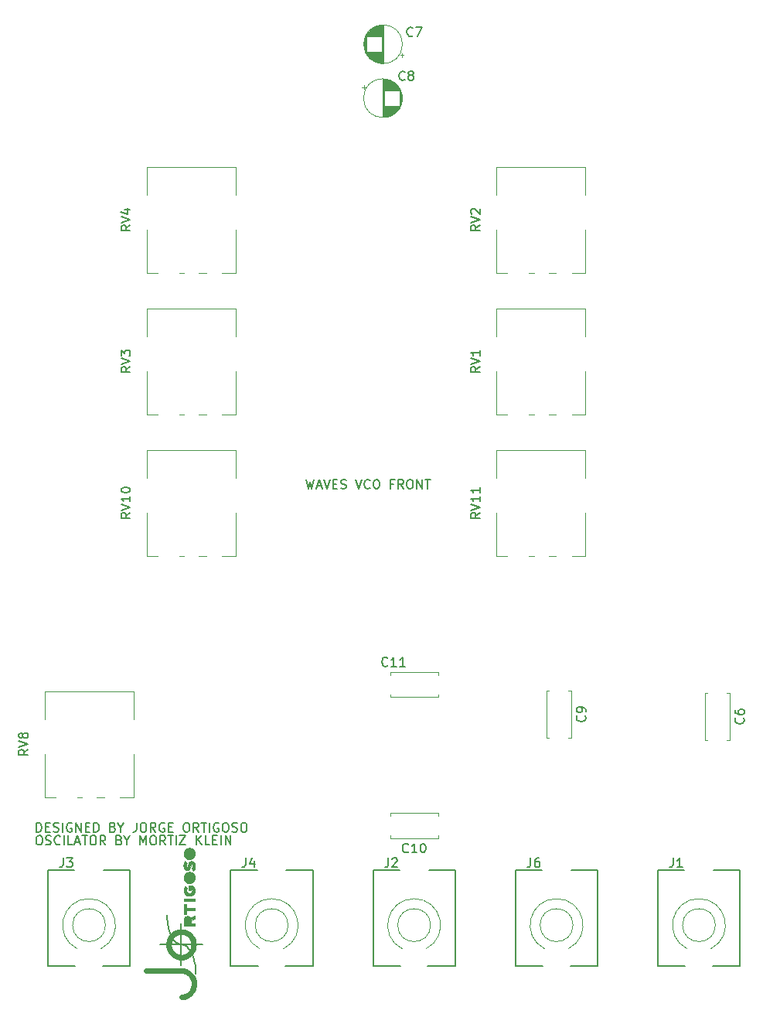
<source format=gbr>
%TF.GenerationSoftware,KiCad,Pcbnew,(6.0.1)*%
%TF.CreationDate,2022-08-29T14:14:38+02:00*%
%TF.ProjectId,vco,76636f2e-6b69-4636-9164-5f7063625858,rev?*%
%TF.SameCoordinates,Original*%
%TF.FileFunction,Legend,Top*%
%TF.FilePolarity,Positive*%
%FSLAX46Y46*%
G04 Gerber Fmt 4.6, Leading zero omitted, Abs format (unit mm)*
G04 Created by KiCad (PCBNEW (6.0.1)) date 2022-08-29 14:14:38*
%MOMM*%
%LPD*%
G01*
G04 APERTURE LIST*
%ADD10C,0.570028*%
%ADD11C,0.570027*%
%ADD12C,0.173486*%
%ADD13C,0.016522*%
%ADD14C,0.161094*%
%ADD15C,0.150000*%
%ADD16C,0.120000*%
%ADD17C,0.200000*%
G04 APERTURE END LIST*
D10*
X55283224Y-119864571D02*
X55351593Y-119855638D01*
X54782899Y-120051754D02*
X54840106Y-120017929D01*
X56750000Y-120706364D02*
X56774461Y-120770160D01*
D11*
X56392166Y-124455719D02*
X56442911Y-124500793D01*
D10*
X54525302Y-122246533D02*
X54480070Y-122197744D01*
D11*
X56816144Y-125069435D02*
X56838119Y-125136114D01*
D10*
X54132257Y-121396828D02*
X54126982Y-121325489D01*
D12*
X56680892Y-122313918D02*
X56731373Y-122431432D01*
D10*
X54480070Y-122197744D02*
X54437135Y-122146771D01*
D12*
X57079537Y-123998960D02*
X57089745Y-124161180D01*
D10*
X55766581Y-119876925D02*
X55832672Y-119892610D01*
X55491272Y-122657999D02*
X55420971Y-122656171D01*
X55021556Y-122572753D02*
X54959520Y-122547599D01*
D13*
X55791852Y-116857299D02*
X56077460Y-116857299D01*
X56077460Y-116857299D02*
X56077460Y-117237336D01*
X56077460Y-117237336D02*
X56966120Y-117237336D01*
X56966120Y-117237336D02*
X56966120Y-117531041D01*
X56966120Y-117531041D02*
X56077460Y-117531041D01*
X56077460Y-117531041D02*
X56077460Y-117911062D01*
X56077460Y-117911062D02*
X55791852Y-117911062D01*
X55791852Y-117911062D02*
X55791852Y-116857299D01*
X55791852Y-116857299D02*
X55791852Y-116857299D01*
G36*
X56077460Y-117237336D02*
G01*
X56966120Y-117237336D01*
X56966120Y-117531041D01*
X56077460Y-117531041D01*
X56077460Y-117911062D01*
X55791852Y-117911062D01*
X55791852Y-116857299D01*
X56077460Y-116857299D01*
X56077460Y-117237336D01*
G37*
X56077460Y-117237336D02*
X56966120Y-117237336D01*
X56966120Y-117531041D01*
X56077460Y-117531041D01*
X56077460Y-117911062D01*
X55791852Y-117911062D01*
X55791852Y-116857299D01*
X56077460Y-116857299D01*
X56077460Y-117237336D01*
D10*
X56360221Y-122337203D02*
X56308614Y-122378908D01*
D12*
X54960440Y-121057085D02*
X54890352Y-120999210D01*
D10*
X56583426Y-126472308D02*
X56624463Y-126417741D01*
X56343099Y-126711513D02*
X56395561Y-126668458D01*
X55561569Y-122656171D02*
X55491272Y-122657999D01*
X56762285Y-126180073D02*
X56789727Y-126116259D01*
D12*
X55491272Y-121253201D02*
X55411807Y-121248996D01*
D10*
X55491272Y-122657999D02*
X55491272Y-122657999D01*
X56199629Y-122454615D02*
X56142421Y-122488442D01*
X56841616Y-121467132D02*
X56829602Y-121536309D01*
X56888772Y-125703412D02*
X56893537Y-125630456D01*
X54572743Y-122293048D02*
X54525302Y-122246533D01*
X56083518Y-122519466D02*
X56023006Y-122547599D01*
D12*
X54254534Y-119954532D02*
X54211531Y-119827730D01*
D10*
X56083518Y-119986908D02*
X56142421Y-120017930D01*
D13*
X56376496Y-113314135D02*
X56407481Y-113314938D01*
X56407481Y-113314938D02*
X56438056Y-113317323D01*
X56438056Y-113317323D02*
X56468181Y-113321250D01*
X56468181Y-113321250D02*
X56497820Y-113326681D01*
X56497820Y-113326681D02*
X56526935Y-113333577D01*
X56526935Y-113333577D02*
X56555489Y-113341900D01*
X56555489Y-113341900D02*
X56583443Y-113351611D01*
X56583443Y-113351611D02*
X56610761Y-113362671D01*
X56610761Y-113362671D02*
X56637405Y-113375042D01*
X56637405Y-113375042D02*
X56663337Y-113388686D01*
X56663337Y-113388686D02*
X56688519Y-113403563D01*
X56688519Y-113403563D02*
X56712915Y-113419635D01*
X56712915Y-113419635D02*
X56736487Y-113436864D01*
X56736487Y-113436864D02*
X56759197Y-113455210D01*
X56759197Y-113455210D02*
X56781008Y-113474635D01*
X56781008Y-113474635D02*
X56801882Y-113495102D01*
X56801882Y-113495102D02*
X56821782Y-113516570D01*
X56821782Y-113516570D02*
X56840669Y-113539001D01*
X56840669Y-113539001D02*
X56858508Y-113562357D01*
X56858508Y-113562357D02*
X56875259Y-113586600D01*
X56875259Y-113586600D02*
X56890886Y-113611689D01*
X56890886Y-113611689D02*
X56905351Y-113637588D01*
X56905351Y-113637588D02*
X56918616Y-113664257D01*
X56918616Y-113664257D02*
X56930645Y-113691658D01*
X56930645Y-113691658D02*
X56941398Y-113719752D01*
X56941398Y-113719752D02*
X56950840Y-113748500D01*
X56950840Y-113748500D02*
X56958932Y-113777864D01*
X56958932Y-113777864D02*
X56965637Y-113807806D01*
X56965637Y-113807806D02*
X56970918Y-113838286D01*
X56970918Y-113838286D02*
X56974736Y-113869266D01*
X56974736Y-113869266D02*
X56977054Y-113900707D01*
X56977054Y-113900707D02*
X56977835Y-113932572D01*
X56977835Y-113932572D02*
X56977054Y-113964286D01*
X56977054Y-113964286D02*
X56974736Y-113995597D01*
X56974736Y-113995597D02*
X56970918Y-114026464D01*
X56970918Y-114026464D02*
X56965637Y-114056848D01*
X56965637Y-114056848D02*
X56958932Y-114086710D01*
X56958932Y-114086710D02*
X56950840Y-114116010D01*
X56950840Y-114116010D02*
X56941398Y-114144709D01*
X56941398Y-114144709D02*
X56930645Y-114172766D01*
X56930645Y-114172766D02*
X56918616Y-114200143D01*
X56918616Y-114200143D02*
X56905351Y-114226800D01*
X56905351Y-114226800D02*
X56890886Y-114252697D01*
X56890886Y-114252697D02*
X56875259Y-114277795D01*
X56875259Y-114277795D02*
X56858508Y-114302054D01*
X56858508Y-114302054D02*
X56840669Y-114325435D01*
X56840669Y-114325435D02*
X56821782Y-114347898D01*
X56821782Y-114347898D02*
X56801882Y-114369403D01*
X56801882Y-114369403D02*
X56781008Y-114389912D01*
X56781008Y-114389912D02*
X56759197Y-114409384D01*
X56759197Y-114409384D02*
X56736487Y-114427779D01*
X56736487Y-114427779D02*
X56712915Y-114445060D01*
X56712915Y-114445060D02*
X56688519Y-114461185D01*
X56688519Y-114461185D02*
X56663337Y-114476115D01*
X56663337Y-114476115D02*
X56637405Y-114489812D01*
X56637405Y-114489812D02*
X56610761Y-114502234D01*
X56610761Y-114502234D02*
X56583443Y-114513343D01*
X56583443Y-114513343D02*
X56555489Y-114523099D01*
X56555489Y-114523099D02*
X56526935Y-114531463D01*
X56526935Y-114531463D02*
X56497820Y-114538395D01*
X56497820Y-114538395D02*
X56468181Y-114543855D01*
X56468181Y-114543855D02*
X56438056Y-114547804D01*
X56438056Y-114547804D02*
X56407481Y-114550202D01*
X56407481Y-114550202D02*
X56376496Y-114551011D01*
X56376496Y-114551011D02*
X56345650Y-114550202D01*
X56345650Y-114550202D02*
X56315197Y-114547804D01*
X56315197Y-114547804D02*
X56285175Y-114543855D01*
X56285175Y-114543855D02*
X56255624Y-114538395D01*
X56255624Y-114538395D02*
X56226581Y-114531463D01*
X56226581Y-114531463D02*
X56198084Y-114523099D01*
X56198084Y-114523099D02*
X56170173Y-114513343D01*
X56170173Y-114513343D02*
X56142886Y-114502234D01*
X56142886Y-114502234D02*
X56116260Y-114489812D01*
X56116260Y-114489812D02*
X56090335Y-114476115D01*
X56090335Y-114476115D02*
X56065149Y-114461185D01*
X56065149Y-114461185D02*
X56040741Y-114445060D01*
X56040741Y-114445060D02*
X56017148Y-114427779D01*
X56017148Y-114427779D02*
X55994410Y-114409384D01*
X55994410Y-114409384D02*
X55972565Y-114389912D01*
X55972565Y-114389912D02*
X55951650Y-114369403D01*
X55951650Y-114369403D02*
X55931706Y-114347898D01*
X55931706Y-114347898D02*
X55912769Y-114325435D01*
X55912769Y-114325435D02*
X55894880Y-114302054D01*
X55894880Y-114302054D02*
X55878075Y-114277795D01*
X55878075Y-114277795D02*
X55862393Y-114252697D01*
X55862393Y-114252697D02*
X55847874Y-114226800D01*
X55847874Y-114226800D02*
X55834555Y-114200143D01*
X55834555Y-114200143D02*
X55822474Y-114172766D01*
X55822474Y-114172766D02*
X55811671Y-114144709D01*
X55811671Y-114144709D02*
X55802184Y-114116010D01*
X55802184Y-114116010D02*
X55794050Y-114086710D01*
X55794050Y-114086710D02*
X55787310Y-114056848D01*
X55787310Y-114056848D02*
X55782000Y-114026464D01*
X55782000Y-114026464D02*
X55778160Y-113995597D01*
X55778160Y-113995597D02*
X55775827Y-113964286D01*
X55775827Y-113964286D02*
X55775041Y-113932572D01*
X55775041Y-113932572D02*
X55775827Y-113900707D01*
X55775827Y-113900707D02*
X55778160Y-113869266D01*
X55778160Y-113869266D02*
X55782000Y-113838285D01*
X55782000Y-113838285D02*
X55787310Y-113807805D01*
X55787310Y-113807805D02*
X55794050Y-113777864D01*
X55794050Y-113777864D02*
X55802184Y-113748499D01*
X55802184Y-113748499D02*
X55811671Y-113719751D01*
X55811671Y-113719751D02*
X55822474Y-113691657D01*
X55822474Y-113691657D02*
X55834555Y-113664256D01*
X55834555Y-113664256D02*
X55847874Y-113637587D01*
X55847874Y-113637587D02*
X55862393Y-113611689D01*
X55862393Y-113611689D02*
X55878075Y-113586599D01*
X55878075Y-113586599D02*
X55894880Y-113562357D01*
X55894880Y-113562357D02*
X55912769Y-113539000D01*
X55912769Y-113539000D02*
X55931706Y-113516569D01*
X55931706Y-113516569D02*
X55951650Y-113495101D01*
X55951650Y-113495101D02*
X55972565Y-113474635D01*
X55972565Y-113474635D02*
X55994410Y-113455209D01*
X55994410Y-113455209D02*
X56017148Y-113436863D01*
X56017148Y-113436863D02*
X56040741Y-113419635D01*
X56040741Y-113419635D02*
X56065149Y-113403563D01*
X56065149Y-113403563D02*
X56090335Y-113388686D01*
X56090335Y-113388686D02*
X56116260Y-113375042D01*
X56116260Y-113375042D02*
X56142886Y-113362671D01*
X56142886Y-113362671D02*
X56170173Y-113351610D01*
X56170173Y-113351610D02*
X56198084Y-113341900D01*
X56198084Y-113341900D02*
X56226581Y-113333577D01*
X56226581Y-113333577D02*
X56255624Y-113326681D01*
X56255624Y-113326681D02*
X56285175Y-113321250D01*
X56285175Y-113321250D02*
X56315197Y-113317323D01*
X56315197Y-113317323D02*
X56345650Y-113314938D01*
X56345650Y-113314938D02*
X56376496Y-113314135D01*
X56376496Y-113314135D02*
X56376496Y-113314135D01*
G36*
X56407481Y-113314938D02*
G01*
X56438056Y-113317323D01*
X56468181Y-113321250D01*
X56497820Y-113326681D01*
X56526935Y-113333577D01*
X56555489Y-113341900D01*
X56583443Y-113351611D01*
X56610761Y-113362671D01*
X56637405Y-113375042D01*
X56663337Y-113388686D01*
X56688519Y-113403563D01*
X56712915Y-113419635D01*
X56736487Y-113436864D01*
X56759197Y-113455210D01*
X56781008Y-113474635D01*
X56801882Y-113495102D01*
X56821782Y-113516570D01*
X56840669Y-113539001D01*
X56858508Y-113562357D01*
X56875259Y-113586600D01*
X56890886Y-113611689D01*
X56905351Y-113637588D01*
X56918616Y-113664257D01*
X56930645Y-113691658D01*
X56941398Y-113719752D01*
X56950840Y-113748500D01*
X56958932Y-113777864D01*
X56965637Y-113807806D01*
X56970918Y-113838286D01*
X56974736Y-113869266D01*
X56977054Y-113900707D01*
X56977835Y-113932572D01*
X56977054Y-113964286D01*
X56974736Y-113995597D01*
X56970918Y-114026464D01*
X56965637Y-114056848D01*
X56958932Y-114086710D01*
X56950840Y-114116010D01*
X56941398Y-114144709D01*
X56930645Y-114172766D01*
X56918616Y-114200143D01*
X56905351Y-114226800D01*
X56890886Y-114252697D01*
X56875259Y-114277795D01*
X56858508Y-114302054D01*
X56840669Y-114325435D01*
X56821782Y-114347898D01*
X56801882Y-114369403D01*
X56781008Y-114389912D01*
X56759197Y-114409384D01*
X56736487Y-114427779D01*
X56712915Y-114445060D01*
X56688519Y-114461185D01*
X56663337Y-114476115D01*
X56637405Y-114489812D01*
X56610761Y-114502234D01*
X56583443Y-114513343D01*
X56555489Y-114523099D01*
X56526935Y-114531463D01*
X56497820Y-114538395D01*
X56468181Y-114543855D01*
X56438056Y-114547804D01*
X56407481Y-114550202D01*
X56376496Y-114551011D01*
X56345650Y-114550202D01*
X56315197Y-114547804D01*
X56285175Y-114543855D01*
X56255624Y-114538395D01*
X56226581Y-114531463D01*
X56198084Y-114523099D01*
X56170173Y-114513343D01*
X56142886Y-114502234D01*
X56116260Y-114489812D01*
X56090335Y-114476115D01*
X56065149Y-114461185D01*
X56040741Y-114445060D01*
X56017148Y-114427779D01*
X55994410Y-114409384D01*
X55972565Y-114389912D01*
X55951650Y-114369403D01*
X55931706Y-114347898D01*
X55912769Y-114325435D01*
X55894880Y-114302054D01*
X55878075Y-114277795D01*
X55862393Y-114252697D01*
X55847874Y-114226800D01*
X55834555Y-114200143D01*
X55822474Y-114172766D01*
X55811671Y-114144709D01*
X55802184Y-114116010D01*
X55794050Y-114086710D01*
X55787310Y-114056848D01*
X55782000Y-114026464D01*
X55778160Y-113995597D01*
X55775827Y-113964286D01*
X55775041Y-113932572D01*
X55775827Y-113900707D01*
X55778160Y-113869266D01*
X55782000Y-113838285D01*
X55787310Y-113807805D01*
X55794050Y-113777864D01*
X55802184Y-113748499D01*
X55811671Y-113719751D01*
X55822474Y-113691657D01*
X55834555Y-113664256D01*
X55847874Y-113637587D01*
X55862393Y-113611689D01*
X55878075Y-113586599D01*
X55894880Y-113562357D01*
X55912769Y-113539000D01*
X55931706Y-113516569D01*
X55951650Y-113495101D01*
X55972565Y-113474635D01*
X55994410Y-113455209D01*
X56017148Y-113436863D01*
X56040741Y-113419635D01*
X56065149Y-113403563D01*
X56090335Y-113388686D01*
X56116260Y-113375042D01*
X56142886Y-113362671D01*
X56170173Y-113351610D01*
X56198084Y-113341900D01*
X56226581Y-113333577D01*
X56255624Y-113326681D01*
X56285175Y-113321250D01*
X56315197Y-113317323D01*
X56345650Y-113314938D01*
X56376496Y-113314135D01*
X56407481Y-113314938D01*
G37*
X56407481Y-113314938D02*
X56438056Y-113317323D01*
X56468181Y-113321250D01*
X56497820Y-113326681D01*
X56526935Y-113333577D01*
X56555489Y-113341900D01*
X56583443Y-113351611D01*
X56610761Y-113362671D01*
X56637405Y-113375042D01*
X56663337Y-113388686D01*
X56688519Y-113403563D01*
X56712915Y-113419635D01*
X56736487Y-113436864D01*
X56759197Y-113455210D01*
X56781008Y-113474635D01*
X56801882Y-113495102D01*
X56821782Y-113516570D01*
X56840669Y-113539001D01*
X56858508Y-113562357D01*
X56875259Y-113586600D01*
X56890886Y-113611689D01*
X56905351Y-113637588D01*
X56918616Y-113664257D01*
X56930645Y-113691658D01*
X56941398Y-113719752D01*
X56950840Y-113748500D01*
X56958932Y-113777864D01*
X56965637Y-113807806D01*
X56970918Y-113838286D01*
X56974736Y-113869266D01*
X56977054Y-113900707D01*
X56977835Y-113932572D01*
X56977054Y-113964286D01*
X56974736Y-113995597D01*
X56970918Y-114026464D01*
X56965637Y-114056848D01*
X56958932Y-114086710D01*
X56950840Y-114116010D01*
X56941398Y-114144709D01*
X56930645Y-114172766D01*
X56918616Y-114200143D01*
X56905351Y-114226800D01*
X56890886Y-114252697D01*
X56875259Y-114277795D01*
X56858508Y-114302054D01*
X56840669Y-114325435D01*
X56821782Y-114347898D01*
X56801882Y-114369403D01*
X56781008Y-114389912D01*
X56759197Y-114409384D01*
X56736487Y-114427779D01*
X56712915Y-114445060D01*
X56688519Y-114461185D01*
X56663337Y-114476115D01*
X56637405Y-114489812D01*
X56610761Y-114502234D01*
X56583443Y-114513343D01*
X56555489Y-114523099D01*
X56526935Y-114531463D01*
X56497820Y-114538395D01*
X56468181Y-114543855D01*
X56438056Y-114547804D01*
X56407481Y-114550202D01*
X56376496Y-114551011D01*
X56345650Y-114550202D01*
X56315197Y-114547804D01*
X56285175Y-114543855D01*
X56255624Y-114538395D01*
X56226581Y-114531463D01*
X56198084Y-114523099D01*
X56170173Y-114513343D01*
X56142886Y-114502234D01*
X56116260Y-114489812D01*
X56090335Y-114476115D01*
X56065149Y-114461185D01*
X56040741Y-114445060D01*
X56017148Y-114427779D01*
X55994410Y-114409384D01*
X55972565Y-114389912D01*
X55951650Y-114369403D01*
X55931706Y-114347898D01*
X55912769Y-114325435D01*
X55894880Y-114302054D01*
X55878075Y-114277795D01*
X55862393Y-114252697D01*
X55847874Y-114226800D01*
X55834555Y-114200143D01*
X55822474Y-114172766D01*
X55811671Y-114144709D01*
X55802184Y-114116010D01*
X55794050Y-114086710D01*
X55787310Y-114056848D01*
X55782000Y-114026464D01*
X55778160Y-113995597D01*
X55775827Y-113964286D01*
X55775041Y-113932572D01*
X55775827Y-113900707D01*
X55778160Y-113869266D01*
X55782000Y-113838285D01*
X55787310Y-113807805D01*
X55794050Y-113777864D01*
X55802184Y-113748499D01*
X55811671Y-113719751D01*
X55822474Y-113691657D01*
X55834555Y-113664256D01*
X55847874Y-113637587D01*
X55862393Y-113611689D01*
X55878075Y-113586599D01*
X55894880Y-113562357D01*
X55912769Y-113539000D01*
X55931706Y-113516569D01*
X55951650Y-113495101D01*
X55972565Y-113474635D01*
X55994410Y-113455209D01*
X56017148Y-113436863D01*
X56040741Y-113419635D01*
X56065149Y-113403563D01*
X56090335Y-113388686D01*
X56116260Y-113375042D01*
X56142886Y-113362671D01*
X56170173Y-113351610D01*
X56198084Y-113341900D01*
X56226581Y-113333577D01*
X56255624Y-113326681D01*
X56285175Y-113321250D01*
X56315197Y-113317323D01*
X56345650Y-113314938D01*
X56376496Y-113314135D01*
X56407481Y-113314938D01*
D12*
X56117018Y-121507561D02*
X56188202Y-121572389D01*
X55893081Y-121355094D02*
X55969357Y-121398711D01*
D11*
X56108837Y-124269684D02*
X56169158Y-124301346D01*
D10*
X55699309Y-122641812D02*
X55630943Y-122650746D01*
X54140944Y-121467131D02*
X54132257Y-121396828D01*
X56308614Y-122378908D02*
X56255055Y-122418075D01*
X56795938Y-121670935D02*
X56774461Y-121736207D01*
X54840106Y-122488442D02*
X54782899Y-122454615D01*
X55351593Y-119855638D02*
X55420971Y-119850213D01*
X56142421Y-120017930D02*
X56199629Y-120051755D01*
X54126982Y-121180904D02*
X54132257Y-121109558D01*
D11*
X56662220Y-124760564D02*
X56698586Y-124818769D01*
D12*
X54017483Y-118981024D02*
X53996704Y-118827480D01*
D11*
X55784196Y-124157441D02*
X55851904Y-124173447D01*
D10*
X54259907Y-120644134D02*
X54290074Y-120583561D01*
X56659580Y-121981628D02*
X56624046Y-122038625D01*
X56288612Y-126751994D02*
X56343099Y-126711513D01*
X56255055Y-122418075D02*
X56199629Y-122454615D01*
D12*
X54069337Y-119278271D02*
X54041726Y-119131356D01*
D10*
X56457233Y-122246533D02*
X56409789Y-122293049D01*
D12*
X55333392Y-121236517D02*
X55256122Y-121215965D01*
D10*
X55283224Y-122641812D02*
X55215950Y-122629457D01*
X54322966Y-121981627D02*
X54290074Y-121922799D01*
X54186617Y-120835434D02*
X54208093Y-120770159D01*
X56659580Y-120524732D02*
X56692474Y-120583562D01*
D12*
X55655680Y-121269909D02*
X55736142Y-121290491D01*
D10*
X54152957Y-121536308D02*
X54140944Y-121467131D01*
D11*
X56872560Y-125273657D02*
X56884851Y-125344342D01*
D13*
X56376496Y-110689981D02*
X56407481Y-110690785D01*
X56407481Y-110690785D02*
X56438056Y-110693169D01*
X56438056Y-110693169D02*
X56468181Y-110697097D01*
X56468181Y-110697097D02*
X56497820Y-110702527D01*
X56497820Y-110702527D02*
X56526935Y-110709424D01*
X56526935Y-110709424D02*
X56555489Y-110717747D01*
X56555489Y-110717747D02*
X56583443Y-110727458D01*
X56583443Y-110727458D02*
X56610761Y-110738518D01*
X56610761Y-110738518D02*
X56637405Y-110750889D01*
X56637405Y-110750889D02*
X56663337Y-110764533D01*
X56663337Y-110764533D02*
X56688519Y-110779410D01*
X56688519Y-110779410D02*
X56712915Y-110795482D01*
X56712915Y-110795482D02*
X56736487Y-110812711D01*
X56736487Y-110812711D02*
X56759197Y-110831057D01*
X56759197Y-110831057D02*
X56781008Y-110850483D01*
X56781008Y-110850483D02*
X56801882Y-110870949D01*
X56801882Y-110870949D02*
X56821782Y-110892417D01*
X56821782Y-110892417D02*
X56840669Y-110914848D01*
X56840669Y-110914848D02*
X56858508Y-110938204D01*
X56858508Y-110938204D02*
X56875259Y-110962447D01*
X56875259Y-110962447D02*
X56890886Y-110987537D01*
X56890886Y-110987537D02*
X56905351Y-111013435D01*
X56905351Y-111013435D02*
X56918616Y-111040105D01*
X56918616Y-111040105D02*
X56930645Y-111067505D01*
X56930645Y-111067505D02*
X56941398Y-111095599D01*
X56941398Y-111095599D02*
X56950840Y-111124348D01*
X56950840Y-111124348D02*
X56958932Y-111153712D01*
X56958932Y-111153712D02*
X56965637Y-111183654D01*
X56965637Y-111183654D02*
X56970918Y-111214134D01*
X56970918Y-111214134D02*
X56974736Y-111245114D01*
X56974736Y-111245114D02*
X56977054Y-111276556D01*
X56977054Y-111276556D02*
X56977835Y-111308420D01*
X56977835Y-111308420D02*
X56977054Y-111340136D01*
X56977054Y-111340136D02*
X56974736Y-111371448D01*
X56974736Y-111371448D02*
X56970918Y-111402316D01*
X56970918Y-111402316D02*
X56965637Y-111432701D01*
X56965637Y-111432701D02*
X56958932Y-111462564D01*
X56958932Y-111462564D02*
X56950840Y-111491864D01*
X56950840Y-111491864D02*
X56941398Y-111520563D01*
X56941398Y-111520563D02*
X56930645Y-111548621D01*
X56930645Y-111548621D02*
X56918616Y-111575998D01*
X56918616Y-111575998D02*
X56905351Y-111602655D01*
X56905351Y-111602655D02*
X56890886Y-111628552D01*
X56890886Y-111628552D02*
X56875259Y-111653650D01*
X56875259Y-111653650D02*
X56858508Y-111677909D01*
X56858508Y-111677909D02*
X56840669Y-111701289D01*
X56840669Y-111701289D02*
X56821782Y-111723752D01*
X56821782Y-111723752D02*
X56801882Y-111745257D01*
X56801882Y-111745257D02*
X56781008Y-111765765D01*
X56781008Y-111765765D02*
X56759197Y-111785237D01*
X56759197Y-111785237D02*
X56736487Y-111803632D01*
X56736487Y-111803632D02*
X56712915Y-111820912D01*
X56712915Y-111820912D02*
X56688519Y-111837037D01*
X56688519Y-111837037D02*
X56663337Y-111851967D01*
X56663337Y-111851967D02*
X56637405Y-111865663D01*
X56637405Y-111865663D02*
X56610761Y-111878085D01*
X56610761Y-111878085D02*
X56583443Y-111889193D01*
X56583443Y-111889193D02*
X56555489Y-111898949D01*
X56555489Y-111898949D02*
X56526935Y-111907312D01*
X56526935Y-111907312D02*
X56497820Y-111914244D01*
X56497820Y-111914244D02*
X56468181Y-111919703D01*
X56468181Y-111919703D02*
X56438056Y-111923652D01*
X56438056Y-111923652D02*
X56407481Y-111926051D01*
X56407481Y-111926051D02*
X56376496Y-111926859D01*
X56376496Y-111926859D02*
X56345650Y-111926051D01*
X56345650Y-111926051D02*
X56315197Y-111923652D01*
X56315197Y-111923652D02*
X56285175Y-111919703D01*
X56285175Y-111919703D02*
X56255624Y-111914244D01*
X56255624Y-111914244D02*
X56226581Y-111907312D01*
X56226581Y-111907312D02*
X56198084Y-111898949D01*
X56198084Y-111898949D02*
X56170173Y-111889193D01*
X56170173Y-111889193D02*
X56142886Y-111878085D01*
X56142886Y-111878085D02*
X56116260Y-111865663D01*
X56116260Y-111865663D02*
X56090335Y-111851967D01*
X56090335Y-111851967D02*
X56065149Y-111837037D01*
X56065149Y-111837037D02*
X56040741Y-111820912D01*
X56040741Y-111820912D02*
X56017148Y-111803632D01*
X56017148Y-111803632D02*
X55994410Y-111785237D01*
X55994410Y-111785237D02*
X55972565Y-111765765D01*
X55972565Y-111765765D02*
X55951650Y-111745257D01*
X55951650Y-111745257D02*
X55931706Y-111723752D01*
X55931706Y-111723752D02*
X55912769Y-111701289D01*
X55912769Y-111701289D02*
X55894880Y-111677909D01*
X55894880Y-111677909D02*
X55878075Y-111653650D01*
X55878075Y-111653650D02*
X55862393Y-111628552D01*
X55862393Y-111628552D02*
X55847874Y-111602655D01*
X55847874Y-111602655D02*
X55834555Y-111575998D01*
X55834555Y-111575998D02*
X55822474Y-111548621D01*
X55822474Y-111548621D02*
X55811671Y-111520563D01*
X55811671Y-111520563D02*
X55802184Y-111491864D01*
X55802184Y-111491864D02*
X55794050Y-111462564D01*
X55794050Y-111462564D02*
X55787310Y-111432701D01*
X55787310Y-111432701D02*
X55782000Y-111402316D01*
X55782000Y-111402316D02*
X55778160Y-111371448D01*
X55778160Y-111371448D02*
X55775827Y-111340136D01*
X55775827Y-111340136D02*
X55775041Y-111308420D01*
X55775041Y-111308420D02*
X55775827Y-111276556D01*
X55775827Y-111276556D02*
X55778160Y-111245114D01*
X55778160Y-111245114D02*
X55782000Y-111214134D01*
X55782000Y-111214134D02*
X55787310Y-111183654D01*
X55787310Y-111183654D02*
X55794050Y-111153712D01*
X55794050Y-111153712D02*
X55802184Y-111124348D01*
X55802184Y-111124348D02*
X55811671Y-111095599D01*
X55811671Y-111095599D02*
X55822474Y-111067505D01*
X55822474Y-111067505D02*
X55834555Y-111040105D01*
X55834555Y-111040105D02*
X55847874Y-111013435D01*
X55847874Y-111013435D02*
X55862393Y-110987537D01*
X55862393Y-110987537D02*
X55878075Y-110962447D01*
X55878075Y-110962447D02*
X55894880Y-110938204D01*
X55894880Y-110938204D02*
X55912769Y-110914848D01*
X55912769Y-110914848D02*
X55931706Y-110892417D01*
X55931706Y-110892417D02*
X55951650Y-110870949D01*
X55951650Y-110870949D02*
X55972565Y-110850483D01*
X55972565Y-110850483D02*
X55994410Y-110831057D01*
X55994410Y-110831057D02*
X56017148Y-110812711D01*
X56017148Y-110812711D02*
X56040741Y-110795482D01*
X56040741Y-110795482D02*
X56065149Y-110779410D01*
X56065149Y-110779410D02*
X56090335Y-110764533D01*
X56090335Y-110764533D02*
X56116260Y-110750889D01*
X56116260Y-110750889D02*
X56142886Y-110738518D01*
X56142886Y-110738518D02*
X56170173Y-110727458D01*
X56170173Y-110727458D02*
X56198084Y-110717747D01*
X56198084Y-110717747D02*
X56226581Y-110709424D01*
X56226581Y-110709424D02*
X56255624Y-110702527D01*
X56255624Y-110702527D02*
X56285175Y-110697097D01*
X56285175Y-110697097D02*
X56315197Y-110693169D01*
X56315197Y-110693169D02*
X56345650Y-110690785D01*
X56345650Y-110690785D02*
X56376496Y-110689981D01*
X56376496Y-110689981D02*
X56376496Y-110689981D01*
G36*
X56407481Y-110690785D02*
G01*
X56438056Y-110693169D01*
X56468181Y-110697097D01*
X56497820Y-110702527D01*
X56526935Y-110709424D01*
X56555489Y-110717747D01*
X56583443Y-110727458D01*
X56610761Y-110738518D01*
X56637405Y-110750889D01*
X56663337Y-110764533D01*
X56688519Y-110779410D01*
X56712915Y-110795482D01*
X56736487Y-110812711D01*
X56759197Y-110831057D01*
X56781008Y-110850483D01*
X56801882Y-110870949D01*
X56821782Y-110892417D01*
X56840669Y-110914848D01*
X56858508Y-110938204D01*
X56875259Y-110962447D01*
X56890886Y-110987537D01*
X56905351Y-111013435D01*
X56918616Y-111040105D01*
X56930645Y-111067505D01*
X56941398Y-111095599D01*
X56950840Y-111124348D01*
X56958932Y-111153712D01*
X56965637Y-111183654D01*
X56970918Y-111214134D01*
X56974736Y-111245114D01*
X56977054Y-111276556D01*
X56977835Y-111308420D01*
X56977054Y-111340136D01*
X56974736Y-111371448D01*
X56970918Y-111402316D01*
X56965637Y-111432701D01*
X56958932Y-111462564D01*
X56950840Y-111491864D01*
X56941398Y-111520563D01*
X56930645Y-111548621D01*
X56918616Y-111575998D01*
X56905351Y-111602655D01*
X56890886Y-111628552D01*
X56875259Y-111653650D01*
X56858508Y-111677909D01*
X56840669Y-111701289D01*
X56821782Y-111723752D01*
X56801882Y-111745257D01*
X56781008Y-111765765D01*
X56759197Y-111785237D01*
X56736487Y-111803632D01*
X56712915Y-111820912D01*
X56688519Y-111837037D01*
X56663337Y-111851967D01*
X56637405Y-111865663D01*
X56610761Y-111878085D01*
X56583443Y-111889193D01*
X56555489Y-111898949D01*
X56526935Y-111907312D01*
X56497820Y-111914244D01*
X56468181Y-111919703D01*
X56438056Y-111923652D01*
X56407481Y-111926051D01*
X56376496Y-111926859D01*
X56345650Y-111926051D01*
X56315197Y-111923652D01*
X56285175Y-111919703D01*
X56255624Y-111914244D01*
X56226581Y-111907312D01*
X56198084Y-111898949D01*
X56170173Y-111889193D01*
X56142886Y-111878085D01*
X56116260Y-111865663D01*
X56090335Y-111851967D01*
X56065149Y-111837037D01*
X56040741Y-111820912D01*
X56017148Y-111803632D01*
X55994410Y-111785237D01*
X55972565Y-111765765D01*
X55951650Y-111745257D01*
X55931706Y-111723752D01*
X55912769Y-111701289D01*
X55894880Y-111677909D01*
X55878075Y-111653650D01*
X55862393Y-111628552D01*
X55847874Y-111602655D01*
X55834555Y-111575998D01*
X55822474Y-111548621D01*
X55811671Y-111520563D01*
X55802184Y-111491864D01*
X55794050Y-111462564D01*
X55787310Y-111432701D01*
X55782000Y-111402316D01*
X55778160Y-111371448D01*
X55775827Y-111340136D01*
X55775041Y-111308420D01*
X55775827Y-111276556D01*
X55778160Y-111245114D01*
X55782000Y-111214134D01*
X55787310Y-111183654D01*
X55794050Y-111153712D01*
X55802184Y-111124348D01*
X55811671Y-111095599D01*
X55822474Y-111067505D01*
X55834555Y-111040105D01*
X55847874Y-111013435D01*
X55862393Y-110987537D01*
X55878075Y-110962447D01*
X55894880Y-110938204D01*
X55912769Y-110914848D01*
X55931706Y-110892417D01*
X55951650Y-110870949D01*
X55972565Y-110850483D01*
X55994410Y-110831057D01*
X56017148Y-110812711D01*
X56040741Y-110795482D01*
X56065149Y-110779410D01*
X56090335Y-110764533D01*
X56116260Y-110750889D01*
X56142886Y-110738518D01*
X56170173Y-110727458D01*
X56198084Y-110717747D01*
X56226581Y-110709424D01*
X56255624Y-110702527D01*
X56285175Y-110697097D01*
X56315197Y-110693169D01*
X56345650Y-110690785D01*
X56376496Y-110689981D01*
X56407481Y-110690785D01*
G37*
X56407481Y-110690785D02*
X56438056Y-110693169D01*
X56468181Y-110697097D01*
X56497820Y-110702527D01*
X56526935Y-110709424D01*
X56555489Y-110717747D01*
X56583443Y-110727458D01*
X56610761Y-110738518D01*
X56637405Y-110750889D01*
X56663337Y-110764533D01*
X56688519Y-110779410D01*
X56712915Y-110795482D01*
X56736487Y-110812711D01*
X56759197Y-110831057D01*
X56781008Y-110850483D01*
X56801882Y-110870949D01*
X56821782Y-110892417D01*
X56840669Y-110914848D01*
X56858508Y-110938204D01*
X56875259Y-110962447D01*
X56890886Y-110987537D01*
X56905351Y-111013435D01*
X56918616Y-111040105D01*
X56930645Y-111067505D01*
X56941398Y-111095599D01*
X56950840Y-111124348D01*
X56958932Y-111153712D01*
X56965637Y-111183654D01*
X56970918Y-111214134D01*
X56974736Y-111245114D01*
X56977054Y-111276556D01*
X56977835Y-111308420D01*
X56977054Y-111340136D01*
X56974736Y-111371448D01*
X56970918Y-111402316D01*
X56965637Y-111432701D01*
X56958932Y-111462564D01*
X56950840Y-111491864D01*
X56941398Y-111520563D01*
X56930645Y-111548621D01*
X56918616Y-111575998D01*
X56905351Y-111602655D01*
X56890886Y-111628552D01*
X56875259Y-111653650D01*
X56858508Y-111677909D01*
X56840669Y-111701289D01*
X56821782Y-111723752D01*
X56801882Y-111745257D01*
X56781008Y-111765765D01*
X56759197Y-111785237D01*
X56736487Y-111803632D01*
X56712915Y-111820912D01*
X56688519Y-111837037D01*
X56663337Y-111851967D01*
X56637405Y-111865663D01*
X56610761Y-111878085D01*
X56583443Y-111889193D01*
X56555489Y-111898949D01*
X56526935Y-111907312D01*
X56497820Y-111914244D01*
X56468181Y-111919703D01*
X56438056Y-111923652D01*
X56407481Y-111926051D01*
X56376496Y-111926859D01*
X56345650Y-111926051D01*
X56315197Y-111923652D01*
X56285175Y-111919703D01*
X56255624Y-111914244D01*
X56226581Y-111907312D01*
X56198084Y-111898949D01*
X56170173Y-111889193D01*
X56142886Y-111878085D01*
X56116260Y-111865663D01*
X56090335Y-111851967D01*
X56065149Y-111837037D01*
X56040741Y-111820912D01*
X56017148Y-111803632D01*
X55994410Y-111785237D01*
X55972565Y-111765765D01*
X55951650Y-111745257D01*
X55931706Y-111723752D01*
X55912769Y-111701289D01*
X55894880Y-111677909D01*
X55878075Y-111653650D01*
X55862393Y-111628552D01*
X55847874Y-111602655D01*
X55834555Y-111575998D01*
X55822474Y-111548621D01*
X55811671Y-111520563D01*
X55802184Y-111491864D01*
X55794050Y-111462564D01*
X55787310Y-111432701D01*
X55782000Y-111402316D01*
X55778160Y-111371448D01*
X55775827Y-111340136D01*
X55775041Y-111308420D01*
X55775827Y-111276556D01*
X55778160Y-111245114D01*
X55782000Y-111214134D01*
X55787310Y-111183654D01*
X55794050Y-111153712D01*
X55802184Y-111124348D01*
X55811671Y-111095599D01*
X55822474Y-111067505D01*
X55834555Y-111040105D01*
X55847874Y-111013435D01*
X55862393Y-110987537D01*
X55878075Y-110962447D01*
X55894880Y-110938204D01*
X55912769Y-110914848D01*
X55931706Y-110892417D01*
X55951650Y-110870949D01*
X55972565Y-110850483D01*
X55994410Y-110831057D01*
X56017148Y-110812711D01*
X56040741Y-110795482D01*
X56065149Y-110779410D01*
X56090335Y-110764533D01*
X56116260Y-110750889D01*
X56142886Y-110738518D01*
X56170173Y-110727458D01*
X56198084Y-110717747D01*
X56226581Y-110709424D01*
X56255624Y-110702527D01*
X56285175Y-110697097D01*
X56315197Y-110693169D01*
X56345650Y-110690785D01*
X56376496Y-110689981D01*
X56407481Y-110690785D01*
D10*
X56841616Y-121039251D02*
X56850303Y-121109559D01*
X54140944Y-121039250D02*
X54152957Y-120970067D01*
X54727473Y-120088293D02*
X54782899Y-120051754D01*
D12*
X56257488Y-121643881D02*
X56324775Y-121721836D01*
X56389963Y-121806050D02*
X56452950Y-121896321D01*
D10*
X54125205Y-121253200D02*
X54125205Y-121253200D01*
X54358497Y-120467734D02*
X54396582Y-120412657D01*
X56457233Y-120259829D02*
X56502466Y-120308616D01*
X56308614Y-120127459D02*
X56360221Y-120169162D01*
D11*
X56537781Y-124598091D02*
X56581730Y-124650135D01*
D10*
X56789727Y-126116259D02*
X56814188Y-126050868D01*
X55897497Y-119911540D02*
X55960971Y-119933625D01*
X56829602Y-120970068D02*
X56841616Y-121039251D01*
X54396582Y-122093702D02*
X54358497Y-122038625D01*
X56774461Y-120770160D02*
X56795938Y-120835435D01*
X55832672Y-122613771D02*
X55766581Y-122629457D01*
D12*
X54348808Y-120194042D02*
X54300325Y-120076703D01*
D10*
X56814347Y-121604273D02*
X56795938Y-121670935D01*
D11*
X56899135Y-125489090D02*
X56900954Y-125562973D01*
D10*
X54673915Y-122378907D02*
X54622310Y-122337202D01*
X56774461Y-121736207D02*
X56750000Y-121800000D01*
X55508396Y-127004026D02*
X55580415Y-127001498D01*
D12*
X57000620Y-123378211D02*
X57025861Y-123528773D01*
D13*
X56835657Y-125428024D02*
X56831385Y-125427978D01*
X56831385Y-125427978D02*
X56827114Y-125427839D01*
X56827114Y-125427839D02*
X56822845Y-125427604D01*
X56822845Y-125427604D02*
X56818577Y-125427269D01*
X56818577Y-125427269D02*
X56814311Y-125426832D01*
X56814311Y-125426832D02*
X56810046Y-125426290D01*
X56810046Y-125426290D02*
X56805782Y-125425640D01*
X56805782Y-125425640D02*
X56801518Y-125424878D01*
X56801518Y-125424878D02*
X56797256Y-125424002D01*
X56797256Y-125424002D02*
X56792994Y-125423009D01*
X56792994Y-125423009D02*
X56788732Y-125421896D01*
X56788732Y-125421896D02*
X56784471Y-125420659D01*
X56784471Y-125420659D02*
X56780210Y-125419296D01*
X56780210Y-125419296D02*
X56775949Y-125417804D01*
X56775949Y-125417804D02*
X56771687Y-125416180D01*
X56771687Y-125416180D02*
X56767426Y-125414420D01*
X56767426Y-125414420D02*
X56759715Y-125410666D01*
X56759715Y-125410666D02*
X56752200Y-125406687D01*
X56752200Y-125406687D02*
X56748523Y-125404598D01*
X56748523Y-125404598D02*
X56744904Y-125402435D01*
X56744904Y-125402435D02*
X56741345Y-125400193D01*
X56741345Y-125400193D02*
X56737849Y-125397865D01*
X56737849Y-125397865D02*
X56734420Y-125395446D01*
X56734420Y-125395446D02*
X56731059Y-125392930D01*
X56731059Y-125392930D02*
X56727771Y-125390311D01*
X56727771Y-125390311D02*
X56724557Y-125387583D01*
X56724557Y-125387583D02*
X56721421Y-125384741D01*
X56721421Y-125384741D02*
X56718366Y-125381778D01*
X56718366Y-125381778D02*
X56715395Y-125378689D01*
X56715395Y-125378689D02*
X56712509Y-125375468D01*
X56712509Y-125375468D02*
X56709377Y-125372504D01*
X56709377Y-125372504D02*
X56706373Y-125369451D01*
X56706373Y-125369451D02*
X56703493Y-125366311D01*
X56703493Y-125366311D02*
X56700730Y-125363088D01*
X56700730Y-125363088D02*
X56698078Y-125359785D01*
X56698078Y-125359785D02*
X56695533Y-125356404D01*
X56695533Y-125356404D02*
X56693087Y-125352949D01*
X56693087Y-125352949D02*
X56690736Y-125349423D01*
X56690736Y-125349423D02*
X56688474Y-125345827D01*
X56688474Y-125345827D02*
X56686295Y-125342167D01*
X56686295Y-125342167D02*
X56684193Y-125338443D01*
X56684193Y-125338443D02*
X56682163Y-125334660D01*
X56682163Y-125334660D02*
X56680199Y-125330821D01*
X56680199Y-125330821D02*
X56678296Y-125326928D01*
X56678296Y-125326928D02*
X56674646Y-125318992D01*
X56674646Y-125318992D02*
X56671902Y-125310855D01*
X56671902Y-125310855D02*
X56669382Y-125302540D01*
X56669382Y-125302540D02*
X56667130Y-125294045D01*
X56667130Y-125294045D02*
X56666118Y-125289730D01*
X56666118Y-125289730D02*
X56665190Y-125285370D01*
X56665190Y-125285370D02*
X56664350Y-125280964D01*
X56664350Y-125280964D02*
X56663605Y-125276513D01*
X56663605Y-125276513D02*
X56662959Y-125272017D01*
X56662959Y-125272017D02*
X56662418Y-125267474D01*
X56662418Y-125267474D02*
X56661988Y-125262886D01*
X56661988Y-125262886D02*
X56661674Y-125258252D01*
X56661674Y-125258252D02*
X56661482Y-125253571D01*
X56661482Y-125253571D02*
X56661417Y-125248845D01*
X56661417Y-125248845D02*
X56661482Y-125244130D01*
X56661482Y-125244130D02*
X56661674Y-125239458D01*
X56661674Y-125239458D02*
X56661988Y-125234829D01*
X56661988Y-125234829D02*
X56662418Y-125230245D01*
X56662418Y-125230245D02*
X56662959Y-125225705D01*
X56662959Y-125225705D02*
X56663605Y-125221209D01*
X56663605Y-125221209D02*
X56664350Y-125216758D01*
X56664350Y-125216758D02*
X56665190Y-125212352D01*
X56665190Y-125212352D02*
X56667130Y-125203675D01*
X56667130Y-125203675D02*
X56669382Y-125195181D01*
X56669382Y-125195181D02*
X56671902Y-125186871D01*
X56671902Y-125186871D02*
X56674646Y-125178748D01*
X56674646Y-125178748D02*
X56678296Y-125170814D01*
X56678296Y-125170814D02*
X56682163Y-125163059D01*
X56682163Y-125163059D02*
X56684193Y-125159248D01*
X56684193Y-125159248D02*
X56686295Y-125155482D01*
X56686295Y-125155482D02*
X56688474Y-125151761D01*
X56688474Y-125151761D02*
X56690736Y-125148085D01*
X56690736Y-125148085D02*
X56693087Y-125144454D01*
X56693087Y-125144454D02*
X56695533Y-125140869D01*
X56695533Y-125140869D02*
X56698078Y-125137329D01*
X56698078Y-125137329D02*
X56700730Y-125133834D01*
X56700730Y-125133834D02*
X56703493Y-125130385D01*
X56703493Y-125130385D02*
X56706373Y-125126982D01*
X56706373Y-125126982D02*
X56709377Y-125123624D01*
X56709377Y-125123624D02*
X56712509Y-125120312D01*
X56712509Y-125120312D02*
X56715394Y-125117436D01*
X56715394Y-125117436D02*
X56718365Y-125114650D01*
X56718365Y-125114650D02*
X56721420Y-125111950D01*
X56721420Y-125111950D02*
X56724555Y-125109333D01*
X56724555Y-125109333D02*
X56727769Y-125106796D01*
X56727769Y-125106796D02*
X56731057Y-125104337D01*
X56731057Y-125104337D02*
X56734417Y-125101952D01*
X56734417Y-125101952D02*
X56737847Y-125099638D01*
X56737847Y-125099638D02*
X56741343Y-125097393D01*
X56741343Y-125097393D02*
X56744902Y-125095213D01*
X56744902Y-125095213D02*
X56748522Y-125093095D01*
X56748522Y-125093095D02*
X56752199Y-125091037D01*
X56752199Y-125091037D02*
X56755931Y-125089035D01*
X56755931Y-125089035D02*
X56759714Y-125087086D01*
X56759714Y-125087086D02*
X56767426Y-125083337D01*
X56767426Y-125083337D02*
X56771687Y-125081577D01*
X56771687Y-125081577D02*
X56775949Y-125079950D01*
X56775949Y-125079950D02*
X56780210Y-125078455D01*
X56780210Y-125078455D02*
X56784471Y-125077088D01*
X56784471Y-125077088D02*
X56788732Y-125075846D01*
X56788732Y-125075846D02*
X56792994Y-125074727D01*
X56792994Y-125074727D02*
X56797256Y-125073727D01*
X56797256Y-125073727D02*
X56801518Y-125072845D01*
X56801518Y-125072845D02*
X56805782Y-125072077D01*
X56805782Y-125072077D02*
X56810046Y-125071421D01*
X56810046Y-125071421D02*
X56814311Y-125070873D01*
X56814311Y-125070873D02*
X56818577Y-125070431D01*
X56818577Y-125070431D02*
X56822845Y-125070092D01*
X56822845Y-125070092D02*
X56827114Y-125069854D01*
X56827114Y-125069854D02*
X56831385Y-125069713D01*
X56831385Y-125069713D02*
X56835657Y-125069666D01*
X56835657Y-125069666D02*
X56840242Y-125069713D01*
X56840242Y-125069713D02*
X56844785Y-125069854D01*
X56844785Y-125069854D02*
X56849286Y-125070092D01*
X56849286Y-125070092D02*
X56853743Y-125070431D01*
X56853743Y-125070431D02*
X56858158Y-125070873D01*
X56858158Y-125070873D02*
X56862530Y-125071421D01*
X56862530Y-125071421D02*
X56866858Y-125072077D01*
X56866858Y-125072077D02*
X56871143Y-125072845D01*
X56871143Y-125072845D02*
X56875384Y-125073727D01*
X56875384Y-125073727D02*
X56879581Y-125074727D01*
X56879581Y-125074727D02*
X56883733Y-125075846D01*
X56883733Y-125075846D02*
X56887841Y-125077088D01*
X56887841Y-125077088D02*
X56891904Y-125078455D01*
X56891904Y-125078455D02*
X56895921Y-125079950D01*
X56895921Y-125079950D02*
X56899894Y-125081577D01*
X56899894Y-125081577D02*
X56903821Y-125083337D01*
X56903821Y-125083337D02*
X56908014Y-125085188D01*
X56908014Y-125085188D02*
X56912083Y-125087086D01*
X56912083Y-125087086D02*
X56916036Y-125089035D01*
X56916036Y-125089035D02*
X56919881Y-125091037D01*
X56919881Y-125091037D02*
X56923627Y-125093095D01*
X56923627Y-125093095D02*
X56927282Y-125095213D01*
X56927282Y-125095213D02*
X56930855Y-125097393D01*
X56930855Y-125097393D02*
X56934352Y-125099638D01*
X56934352Y-125099638D02*
X56937784Y-125101952D01*
X56937784Y-125101952D02*
X56941157Y-125104337D01*
X56941157Y-125104337D02*
X56944481Y-125106796D01*
X56944481Y-125106796D02*
X56947764Y-125109333D01*
X56947764Y-125109333D02*
X56951013Y-125111950D01*
X56951013Y-125111950D02*
X56954237Y-125114650D01*
X56954237Y-125114650D02*
X56960645Y-125120312D01*
X56960645Y-125120312D02*
X56966225Y-125126982D01*
X56966225Y-125126982D02*
X56968935Y-125130385D01*
X56968935Y-125130385D02*
X56971583Y-125133834D01*
X56971583Y-125133834D02*
X56974166Y-125137329D01*
X56974166Y-125137329D02*
X56976676Y-125140869D01*
X56976676Y-125140869D02*
X56979109Y-125144454D01*
X56979109Y-125144454D02*
X56981458Y-125148085D01*
X56981458Y-125148085D02*
X56983720Y-125151761D01*
X56983720Y-125151761D02*
X56985886Y-125155482D01*
X56985886Y-125155482D02*
X56987954Y-125159248D01*
X56987954Y-125159248D02*
X56989916Y-125163059D01*
X56989916Y-125163059D02*
X56991767Y-125166914D01*
X56991767Y-125166914D02*
X56993502Y-125170814D01*
X56993502Y-125170814D02*
X56995115Y-125174759D01*
X56995115Y-125174759D02*
X56996601Y-125178748D01*
X56996601Y-125178748D02*
X56998312Y-125182786D01*
X56998312Y-125182786D02*
X56999892Y-125186871D01*
X56999892Y-125186871D02*
X57001343Y-125191003D01*
X57001343Y-125191003D02*
X57002669Y-125195181D01*
X57002669Y-125195181D02*
X57003872Y-125199405D01*
X57003872Y-125199405D02*
X57004955Y-125203675D01*
X57004955Y-125203675D02*
X57005920Y-125207991D01*
X57005920Y-125207991D02*
X57006772Y-125212352D01*
X57006772Y-125212352D02*
X57007513Y-125216758D01*
X57007513Y-125216758D02*
X57008145Y-125221209D01*
X57008145Y-125221209D02*
X57008672Y-125225705D01*
X57008672Y-125225705D02*
X57009097Y-125230245D01*
X57009097Y-125230245D02*
X57009422Y-125234829D01*
X57009422Y-125234829D02*
X57009650Y-125239458D01*
X57009650Y-125239458D02*
X57009786Y-125244130D01*
X57009786Y-125244130D02*
X57009830Y-125248845D01*
X57009830Y-125248845D02*
X57009650Y-125258252D01*
X57009650Y-125258252D02*
X57009422Y-125262886D01*
X57009422Y-125262886D02*
X57009097Y-125267474D01*
X57009097Y-125267474D02*
X57008672Y-125272017D01*
X57008672Y-125272017D02*
X57008145Y-125276513D01*
X57008145Y-125276513D02*
X57007513Y-125280964D01*
X57007513Y-125280964D02*
X57006772Y-125285370D01*
X57006772Y-125285370D02*
X57005920Y-125289730D01*
X57005920Y-125289730D02*
X57004955Y-125294045D01*
X57004955Y-125294045D02*
X57003872Y-125298315D01*
X57003872Y-125298315D02*
X57002669Y-125302540D01*
X57002669Y-125302540D02*
X57001343Y-125306720D01*
X57001343Y-125306720D02*
X56999892Y-125310855D01*
X56999892Y-125310855D02*
X56998312Y-125314946D01*
X56998312Y-125314946D02*
X56996601Y-125318992D01*
X56996601Y-125318992D02*
X56995115Y-125322984D01*
X56995115Y-125322984D02*
X56993502Y-125326928D01*
X56993502Y-125326928D02*
X56991767Y-125330821D01*
X56991767Y-125330821D02*
X56989916Y-125334660D01*
X56989916Y-125334660D02*
X56987954Y-125338443D01*
X56987954Y-125338443D02*
X56985886Y-125342167D01*
X56985886Y-125342167D02*
X56983720Y-125345827D01*
X56983720Y-125345827D02*
X56981458Y-125349423D01*
X56981458Y-125349423D02*
X56979109Y-125352949D01*
X56979109Y-125352949D02*
X56976676Y-125356405D01*
X56976676Y-125356405D02*
X56974166Y-125359785D01*
X56974166Y-125359785D02*
X56971583Y-125363089D01*
X56971583Y-125363089D02*
X56968935Y-125366311D01*
X56968935Y-125366311D02*
X56966225Y-125369451D01*
X56966225Y-125369451D02*
X56963460Y-125372504D01*
X56963460Y-125372504D02*
X56960645Y-125375468D01*
X56960645Y-125375468D02*
X56957445Y-125378689D01*
X56957445Y-125378689D02*
X56954238Y-125381778D01*
X56954238Y-125381778D02*
X56951013Y-125384741D01*
X56951013Y-125384741D02*
X56947764Y-125387583D01*
X56947764Y-125387583D02*
X56944482Y-125390311D01*
X56944482Y-125390311D02*
X56941158Y-125392930D01*
X56941158Y-125392930D02*
X56937785Y-125395446D01*
X56937785Y-125395446D02*
X56934353Y-125397865D01*
X56934353Y-125397865D02*
X56930856Y-125400193D01*
X56930856Y-125400193D02*
X56927284Y-125402435D01*
X56927284Y-125402435D02*
X56923629Y-125404598D01*
X56923629Y-125404598D02*
X56919882Y-125406687D01*
X56919882Y-125406687D02*
X56916037Y-125408708D01*
X56916037Y-125408708D02*
X56912084Y-125410666D01*
X56912084Y-125410666D02*
X56908014Y-125412568D01*
X56908014Y-125412568D02*
X56903821Y-125414420D01*
X56903821Y-125414420D02*
X56899894Y-125416180D01*
X56899894Y-125416180D02*
X56895921Y-125417804D01*
X56895921Y-125417804D02*
X56891904Y-125419296D01*
X56891904Y-125419296D02*
X56887841Y-125420659D01*
X56887841Y-125420659D02*
X56883733Y-125421896D01*
X56883733Y-125421896D02*
X56879581Y-125423009D01*
X56879581Y-125423009D02*
X56875384Y-125424002D01*
X56875384Y-125424002D02*
X56871143Y-125424878D01*
X56871143Y-125424878D02*
X56866858Y-125425640D01*
X56866858Y-125425640D02*
X56862530Y-125426290D01*
X56862530Y-125426290D02*
X56858158Y-125426832D01*
X56858158Y-125426832D02*
X56853743Y-125427269D01*
X56853743Y-125427269D02*
X56849286Y-125427604D01*
X56849286Y-125427604D02*
X56844785Y-125427839D01*
X56844785Y-125427839D02*
X56840242Y-125427978D01*
X56840242Y-125427978D02*
X56835657Y-125428024D01*
X56835657Y-125428024D02*
X56835657Y-125428024D01*
G36*
X56840242Y-125069713D02*
G01*
X56844785Y-125069854D01*
X56849286Y-125070092D01*
X56853743Y-125070431D01*
X56858158Y-125070873D01*
X56862530Y-125071421D01*
X56866858Y-125072077D01*
X56871143Y-125072845D01*
X56875384Y-125073727D01*
X56879581Y-125074727D01*
X56883733Y-125075846D01*
X56887841Y-125077088D01*
X56891904Y-125078455D01*
X56895921Y-125079950D01*
X56899894Y-125081577D01*
X56903821Y-125083337D01*
X56908014Y-125085188D01*
X56912083Y-125087086D01*
X56916036Y-125089035D01*
X56919881Y-125091037D01*
X56923627Y-125093095D01*
X56927282Y-125095213D01*
X56930855Y-125097393D01*
X56934352Y-125099638D01*
X56937784Y-125101952D01*
X56941157Y-125104337D01*
X56944481Y-125106796D01*
X56947764Y-125109333D01*
X56951013Y-125111950D01*
X56954237Y-125114650D01*
X56960645Y-125120312D01*
X56966225Y-125126982D01*
X56968935Y-125130385D01*
X56971583Y-125133834D01*
X56974166Y-125137329D01*
X56976676Y-125140869D01*
X56979109Y-125144454D01*
X56981458Y-125148085D01*
X56983720Y-125151761D01*
X56985886Y-125155482D01*
X56987954Y-125159248D01*
X56989916Y-125163059D01*
X56991767Y-125166914D01*
X56993502Y-125170814D01*
X56995115Y-125174759D01*
X56996601Y-125178748D01*
X56998312Y-125182786D01*
X56999892Y-125186871D01*
X57001343Y-125191003D01*
X57002669Y-125195181D01*
X57003872Y-125199405D01*
X57004955Y-125203675D01*
X57005920Y-125207991D01*
X57006772Y-125212352D01*
X57007513Y-125216758D01*
X57008145Y-125221209D01*
X57008672Y-125225705D01*
X57009097Y-125230245D01*
X57009422Y-125234829D01*
X57009650Y-125239458D01*
X57009786Y-125244130D01*
X57009830Y-125248845D01*
X57009650Y-125258252D01*
X57009422Y-125262886D01*
X57009097Y-125267474D01*
X57008672Y-125272017D01*
X57008145Y-125276513D01*
X57007513Y-125280964D01*
X57006772Y-125285370D01*
X57005920Y-125289730D01*
X57004955Y-125294045D01*
X57003872Y-125298315D01*
X57002669Y-125302540D01*
X57001343Y-125306720D01*
X56999892Y-125310855D01*
X56998312Y-125314946D01*
X56996601Y-125318992D01*
X56995115Y-125322984D01*
X56993502Y-125326928D01*
X56991767Y-125330821D01*
X56989916Y-125334660D01*
X56987954Y-125338443D01*
X56985886Y-125342167D01*
X56983720Y-125345827D01*
X56981458Y-125349423D01*
X56979109Y-125352949D01*
X56976676Y-125356405D01*
X56974166Y-125359785D01*
X56971583Y-125363089D01*
X56968935Y-125366311D01*
X56966225Y-125369451D01*
X56963460Y-125372504D01*
X56960645Y-125375468D01*
X56957445Y-125378689D01*
X56954238Y-125381778D01*
X56951013Y-125384741D01*
X56947764Y-125387583D01*
X56944482Y-125390311D01*
X56941158Y-125392930D01*
X56937785Y-125395446D01*
X56934353Y-125397865D01*
X56930856Y-125400193D01*
X56927284Y-125402435D01*
X56923629Y-125404598D01*
X56919882Y-125406687D01*
X56916037Y-125408708D01*
X56912084Y-125410666D01*
X56908014Y-125412568D01*
X56903821Y-125414420D01*
X56899894Y-125416180D01*
X56895921Y-125417804D01*
X56891904Y-125419296D01*
X56887841Y-125420659D01*
X56883733Y-125421896D01*
X56879581Y-125423009D01*
X56875384Y-125424002D01*
X56871143Y-125424878D01*
X56866858Y-125425640D01*
X56862530Y-125426290D01*
X56858158Y-125426832D01*
X56853743Y-125427269D01*
X56849286Y-125427604D01*
X56844785Y-125427839D01*
X56840242Y-125427978D01*
X56835657Y-125428024D01*
X56831385Y-125427978D01*
X56827114Y-125427839D01*
X56822845Y-125427604D01*
X56818577Y-125427269D01*
X56814311Y-125426832D01*
X56810046Y-125426290D01*
X56805782Y-125425640D01*
X56801518Y-125424878D01*
X56797256Y-125424002D01*
X56792994Y-125423009D01*
X56788732Y-125421896D01*
X56784471Y-125420659D01*
X56780210Y-125419296D01*
X56775949Y-125417804D01*
X56771687Y-125416180D01*
X56767426Y-125414420D01*
X56759715Y-125410666D01*
X56752200Y-125406687D01*
X56748523Y-125404598D01*
X56744904Y-125402435D01*
X56741345Y-125400193D01*
X56737849Y-125397865D01*
X56734420Y-125395446D01*
X56731059Y-125392930D01*
X56727771Y-125390311D01*
X56724557Y-125387583D01*
X56721421Y-125384741D01*
X56718366Y-125381778D01*
X56715395Y-125378689D01*
X56712509Y-125375468D01*
X56709377Y-125372504D01*
X56706373Y-125369451D01*
X56703493Y-125366311D01*
X56700730Y-125363088D01*
X56698078Y-125359785D01*
X56695533Y-125356404D01*
X56693087Y-125352949D01*
X56690736Y-125349423D01*
X56688474Y-125345827D01*
X56686295Y-125342167D01*
X56684193Y-125338443D01*
X56682163Y-125334660D01*
X56680199Y-125330821D01*
X56678296Y-125326928D01*
X56674646Y-125318992D01*
X56671902Y-125310855D01*
X56669382Y-125302540D01*
X56667130Y-125294045D01*
X56666118Y-125289730D01*
X56665190Y-125285370D01*
X56664350Y-125280964D01*
X56663605Y-125276513D01*
X56662959Y-125272017D01*
X56662418Y-125267474D01*
X56661988Y-125262886D01*
X56661674Y-125258252D01*
X56661482Y-125253571D01*
X56661417Y-125248845D01*
X56661482Y-125244130D01*
X56661674Y-125239458D01*
X56661988Y-125234829D01*
X56662418Y-125230245D01*
X56662959Y-125225705D01*
X56663605Y-125221209D01*
X56664350Y-125216758D01*
X56665190Y-125212352D01*
X56667130Y-125203675D01*
X56669382Y-125195181D01*
X56671902Y-125186871D01*
X56674646Y-125178748D01*
X56678296Y-125170814D01*
X56682163Y-125163059D01*
X56684193Y-125159248D01*
X56686295Y-125155482D01*
X56688474Y-125151761D01*
X56690736Y-125148085D01*
X56693087Y-125144454D01*
X56695533Y-125140869D01*
X56698078Y-125137329D01*
X56700730Y-125133834D01*
X56703493Y-125130385D01*
X56706373Y-125126982D01*
X56709377Y-125123624D01*
X56712509Y-125120312D01*
X56715394Y-125117436D01*
X56718365Y-125114650D01*
X56721420Y-125111950D01*
X56724555Y-125109333D01*
X56727769Y-125106796D01*
X56731057Y-125104337D01*
X56734417Y-125101952D01*
X56737847Y-125099638D01*
X56741343Y-125097393D01*
X56744902Y-125095213D01*
X56748522Y-125093095D01*
X56752199Y-125091037D01*
X56755931Y-125089035D01*
X56759714Y-125087086D01*
X56767426Y-125083337D01*
X56771687Y-125081577D01*
X56775949Y-125079950D01*
X56780210Y-125078455D01*
X56784471Y-125077088D01*
X56788732Y-125075846D01*
X56792994Y-125074727D01*
X56797256Y-125073727D01*
X56801518Y-125072845D01*
X56805782Y-125072077D01*
X56810046Y-125071421D01*
X56814311Y-125070873D01*
X56818577Y-125070431D01*
X56822845Y-125070092D01*
X56827114Y-125069854D01*
X56831385Y-125069713D01*
X56835657Y-125069666D01*
X56840242Y-125069713D01*
G37*
X56840242Y-125069713D02*
X56844785Y-125069854D01*
X56849286Y-125070092D01*
X56853743Y-125070431D01*
X56858158Y-125070873D01*
X56862530Y-125071421D01*
X56866858Y-125072077D01*
X56871143Y-125072845D01*
X56875384Y-125073727D01*
X56879581Y-125074727D01*
X56883733Y-125075846D01*
X56887841Y-125077088D01*
X56891904Y-125078455D01*
X56895921Y-125079950D01*
X56899894Y-125081577D01*
X56903821Y-125083337D01*
X56908014Y-125085188D01*
X56912083Y-125087086D01*
X56916036Y-125089035D01*
X56919881Y-125091037D01*
X56923627Y-125093095D01*
X56927282Y-125095213D01*
X56930855Y-125097393D01*
X56934352Y-125099638D01*
X56937784Y-125101952D01*
X56941157Y-125104337D01*
X56944481Y-125106796D01*
X56947764Y-125109333D01*
X56951013Y-125111950D01*
X56954237Y-125114650D01*
X56960645Y-125120312D01*
X56966225Y-125126982D01*
X56968935Y-125130385D01*
X56971583Y-125133834D01*
X56974166Y-125137329D01*
X56976676Y-125140869D01*
X56979109Y-125144454D01*
X56981458Y-125148085D01*
X56983720Y-125151761D01*
X56985886Y-125155482D01*
X56987954Y-125159248D01*
X56989916Y-125163059D01*
X56991767Y-125166914D01*
X56993502Y-125170814D01*
X56995115Y-125174759D01*
X56996601Y-125178748D01*
X56998312Y-125182786D01*
X56999892Y-125186871D01*
X57001343Y-125191003D01*
X57002669Y-125195181D01*
X57003872Y-125199405D01*
X57004955Y-125203675D01*
X57005920Y-125207991D01*
X57006772Y-125212352D01*
X57007513Y-125216758D01*
X57008145Y-125221209D01*
X57008672Y-125225705D01*
X57009097Y-125230245D01*
X57009422Y-125234829D01*
X57009650Y-125239458D01*
X57009786Y-125244130D01*
X57009830Y-125248845D01*
X57009650Y-125258252D01*
X57009422Y-125262886D01*
X57009097Y-125267474D01*
X57008672Y-125272017D01*
X57008145Y-125276513D01*
X57007513Y-125280964D01*
X57006772Y-125285370D01*
X57005920Y-125289730D01*
X57004955Y-125294045D01*
X57003872Y-125298315D01*
X57002669Y-125302540D01*
X57001343Y-125306720D01*
X56999892Y-125310855D01*
X56998312Y-125314946D01*
X56996601Y-125318992D01*
X56995115Y-125322984D01*
X56993502Y-125326928D01*
X56991767Y-125330821D01*
X56989916Y-125334660D01*
X56987954Y-125338443D01*
X56985886Y-125342167D01*
X56983720Y-125345827D01*
X56981458Y-125349423D01*
X56979109Y-125352949D01*
X56976676Y-125356405D01*
X56974166Y-125359785D01*
X56971583Y-125363089D01*
X56968935Y-125366311D01*
X56966225Y-125369451D01*
X56963460Y-125372504D01*
X56960645Y-125375468D01*
X56957445Y-125378689D01*
X56954238Y-125381778D01*
X56951013Y-125384741D01*
X56947764Y-125387583D01*
X56944482Y-125390311D01*
X56941158Y-125392930D01*
X56937785Y-125395446D01*
X56934353Y-125397865D01*
X56930856Y-125400193D01*
X56927284Y-125402435D01*
X56923629Y-125404598D01*
X56919882Y-125406687D01*
X56916037Y-125408708D01*
X56912084Y-125410666D01*
X56908014Y-125412568D01*
X56903821Y-125414420D01*
X56899894Y-125416180D01*
X56895921Y-125417804D01*
X56891904Y-125419296D01*
X56887841Y-125420659D01*
X56883733Y-125421896D01*
X56879581Y-125423009D01*
X56875384Y-125424002D01*
X56871143Y-125424878D01*
X56866858Y-125425640D01*
X56862530Y-125426290D01*
X56858158Y-125426832D01*
X56853743Y-125427269D01*
X56849286Y-125427604D01*
X56844785Y-125427839D01*
X56840242Y-125427978D01*
X56835657Y-125428024D01*
X56831385Y-125427978D01*
X56827114Y-125427839D01*
X56822845Y-125427604D01*
X56818577Y-125427269D01*
X56814311Y-125426832D01*
X56810046Y-125426290D01*
X56805782Y-125425640D01*
X56801518Y-125424878D01*
X56797256Y-125424002D01*
X56792994Y-125423009D01*
X56788732Y-125421896D01*
X56784471Y-125420659D01*
X56780210Y-125419296D01*
X56775949Y-125417804D01*
X56771687Y-125416180D01*
X56767426Y-125414420D01*
X56759715Y-125410666D01*
X56752200Y-125406687D01*
X56748523Y-125404598D01*
X56744904Y-125402435D01*
X56741345Y-125400193D01*
X56737849Y-125397865D01*
X56734420Y-125395446D01*
X56731059Y-125392930D01*
X56727771Y-125390311D01*
X56724557Y-125387583D01*
X56721421Y-125384741D01*
X56718366Y-125381778D01*
X56715395Y-125378689D01*
X56712509Y-125375468D01*
X56709377Y-125372504D01*
X56706373Y-125369451D01*
X56703493Y-125366311D01*
X56700730Y-125363088D01*
X56698078Y-125359785D01*
X56695533Y-125356404D01*
X56693087Y-125352949D01*
X56690736Y-125349423D01*
X56688474Y-125345827D01*
X56686295Y-125342167D01*
X56684193Y-125338443D01*
X56682163Y-125334660D01*
X56680199Y-125330821D01*
X56678296Y-125326928D01*
X56674646Y-125318992D01*
X56671902Y-125310855D01*
X56669382Y-125302540D01*
X56667130Y-125294045D01*
X56666118Y-125289730D01*
X56665190Y-125285370D01*
X56664350Y-125280964D01*
X56663605Y-125276513D01*
X56662959Y-125272017D01*
X56662418Y-125267474D01*
X56661988Y-125262886D01*
X56661674Y-125258252D01*
X56661482Y-125253571D01*
X56661417Y-125248845D01*
X56661482Y-125244130D01*
X56661674Y-125239458D01*
X56661988Y-125234829D01*
X56662418Y-125230245D01*
X56662959Y-125225705D01*
X56663605Y-125221209D01*
X56664350Y-125216758D01*
X56665190Y-125212352D01*
X56667130Y-125203675D01*
X56669382Y-125195181D01*
X56671902Y-125186871D01*
X56674646Y-125178748D01*
X56678296Y-125170814D01*
X56682163Y-125163059D01*
X56684193Y-125159248D01*
X56686295Y-125155482D01*
X56688474Y-125151761D01*
X56690736Y-125148085D01*
X56693087Y-125144454D01*
X56695533Y-125140869D01*
X56698078Y-125137329D01*
X56700730Y-125133834D01*
X56703493Y-125130385D01*
X56706373Y-125126982D01*
X56709377Y-125123624D01*
X56712509Y-125120312D01*
X56715394Y-125117436D01*
X56718365Y-125114650D01*
X56721420Y-125111950D01*
X56724555Y-125109333D01*
X56727769Y-125106796D01*
X56731057Y-125104337D01*
X56734417Y-125101952D01*
X56737847Y-125099638D01*
X56741343Y-125097393D01*
X56744902Y-125095213D01*
X56748522Y-125093095D01*
X56752199Y-125091037D01*
X56755931Y-125089035D01*
X56759714Y-125087086D01*
X56767426Y-125083337D01*
X56771687Y-125081577D01*
X56775949Y-125079950D01*
X56780210Y-125078455D01*
X56784471Y-125077088D01*
X56788732Y-125075846D01*
X56792994Y-125074727D01*
X56797256Y-125073727D01*
X56801518Y-125072845D01*
X56805782Y-125072077D01*
X56810046Y-125071421D01*
X56814311Y-125070873D01*
X56818577Y-125070431D01*
X56822845Y-125070092D01*
X56827114Y-125069854D01*
X56831385Y-125069713D01*
X56835657Y-125069666D01*
X56840242Y-125069713D01*
D10*
X54168210Y-120902099D02*
X54186617Y-120835434D01*
D11*
X56046864Y-124240972D02*
X56108837Y-124269684D01*
D14*
X53163739Y-121253201D02*
X57818823Y-121253201D01*
D10*
X56855579Y-121180905D02*
X56857356Y-121253201D01*
D12*
X56571924Y-122094222D02*
X56627709Y-122201447D01*
X55574023Y-121257412D02*
X55655680Y-121269909D01*
D10*
X56409789Y-122293049D02*
X56360221Y-122337203D01*
D11*
X56698586Y-124818769D02*
X56732249Y-124878849D01*
D12*
X54041726Y-119131356D02*
X54017483Y-118981024D01*
D10*
X54622310Y-122337202D02*
X54572743Y-122293048D01*
X56052147Y-126886367D02*
X56113867Y-126857088D01*
D11*
X55918309Y-124192765D02*
X55983325Y-124215303D01*
D10*
X54186617Y-121670934D02*
X54168210Y-121604272D01*
D12*
X56971872Y-123231071D02*
X57000620Y-123378211D01*
D10*
X56750000Y-121800000D02*
X56722643Y-121862227D01*
X54208093Y-120770159D02*
X54232551Y-120706363D01*
X54727473Y-122418074D02*
X54673915Y-122378907D01*
X55420971Y-122656171D02*
X55351593Y-122650746D01*
X56494064Y-126574987D02*
X56539931Y-126524754D01*
D12*
X55032159Y-121107901D02*
X54960440Y-121057085D01*
D11*
X56581730Y-124650135D02*
X56623239Y-124704323D01*
D10*
X54232551Y-121800000D02*
X54208093Y-121736206D01*
X55491272Y-119848385D02*
X55491272Y-119848386D01*
X54622310Y-120169162D02*
X54673915Y-120127458D01*
D11*
X56791115Y-125004271D02*
X56816144Y-125069435D01*
D12*
X55180096Y-121187543D02*
X55105409Y-121151455D01*
D10*
X56360221Y-120169162D02*
X56409789Y-120213315D01*
X55580415Y-127001498D02*
X55651451Y-126995309D01*
X55561569Y-119850214D02*
X55630943Y-119855638D01*
X55630943Y-122650746D02*
X55561569Y-122656171D01*
X54899008Y-122519466D02*
X54840106Y-122488442D01*
D13*
X56376496Y-110983687D02*
X56360215Y-110984109D01*
X56360215Y-110984109D02*
X56344151Y-110985360D01*
X56344151Y-110985360D02*
X56328324Y-110987422D01*
X56328324Y-110987422D02*
X56312753Y-110990272D01*
X56312753Y-110990272D02*
X56297458Y-110993892D01*
X56297458Y-110993892D02*
X56282459Y-110998261D01*
X56282459Y-110998261D02*
X56267775Y-111003358D01*
X56267775Y-111003358D02*
X56253426Y-111009164D01*
X56253426Y-111009164D02*
X56239431Y-111015658D01*
X56239431Y-111015658D02*
X56225811Y-111022820D01*
X56225811Y-111022820D02*
X56212585Y-111030629D01*
X56212585Y-111030629D02*
X56199772Y-111039067D01*
X56199772Y-111039067D02*
X56187393Y-111048111D01*
X56187393Y-111048111D02*
X56175466Y-111057743D01*
X56175466Y-111057743D02*
X56164012Y-111067941D01*
X56164012Y-111067941D02*
X56153051Y-111078686D01*
X56153051Y-111078686D02*
X56142601Y-111089957D01*
X56142601Y-111089957D02*
X56132683Y-111101734D01*
X56132683Y-111101734D02*
X56123316Y-111113997D01*
X56123316Y-111113997D02*
X56114521Y-111126726D01*
X56114521Y-111126726D02*
X56106316Y-111139900D01*
X56106316Y-111139900D02*
X56098721Y-111153499D01*
X56098721Y-111153499D02*
X56091756Y-111167503D01*
X56091756Y-111167503D02*
X56085441Y-111181892D01*
X56085441Y-111181892D02*
X56079795Y-111196645D01*
X56079795Y-111196645D02*
X56074838Y-111211742D01*
X56074838Y-111211742D02*
X56070590Y-111227163D01*
X56070590Y-111227163D02*
X56067070Y-111242888D01*
X56067070Y-111242888D02*
X56064298Y-111258897D01*
X56064298Y-111258897D02*
X56062293Y-111275168D01*
X56062293Y-111275168D02*
X56061076Y-111291683D01*
X56061076Y-111291683D02*
X56060666Y-111308420D01*
X56060666Y-111308420D02*
X56061076Y-111325007D01*
X56061076Y-111325007D02*
X56062293Y-111341391D01*
X56062293Y-111341391D02*
X56064298Y-111357551D01*
X56064298Y-111357551D02*
X56067070Y-111373464D01*
X56067070Y-111373464D02*
X56070590Y-111389111D01*
X56070590Y-111389111D02*
X56074838Y-111404470D01*
X56074838Y-111404470D02*
X56079795Y-111419519D01*
X56079795Y-111419519D02*
X56085441Y-111434238D01*
X56085441Y-111434238D02*
X56091756Y-111448605D01*
X56091756Y-111448605D02*
X56098721Y-111462600D01*
X56098721Y-111462600D02*
X56106316Y-111476200D01*
X56106316Y-111476200D02*
X56114521Y-111489385D01*
X56114521Y-111489385D02*
X56123316Y-111502133D01*
X56123316Y-111502133D02*
X56132683Y-111514424D01*
X56132683Y-111514424D02*
X56142601Y-111526236D01*
X56142601Y-111526236D02*
X56153051Y-111537547D01*
X56153051Y-111537547D02*
X56164012Y-111548338D01*
X56164012Y-111548338D02*
X56175466Y-111558586D01*
X56175466Y-111558586D02*
X56187393Y-111568270D01*
X56187393Y-111568270D02*
X56199772Y-111577369D01*
X56199772Y-111577369D02*
X56212585Y-111585862D01*
X56212585Y-111585862D02*
X56225811Y-111593728D01*
X56225811Y-111593728D02*
X56239431Y-111600945D01*
X56239431Y-111600945D02*
X56253426Y-111607493D01*
X56253426Y-111607493D02*
X56267775Y-111613350D01*
X56267775Y-111613350D02*
X56282459Y-111618494D01*
X56282459Y-111618494D02*
X56297458Y-111622906D01*
X56297458Y-111622906D02*
X56312753Y-111626562D01*
X56312753Y-111626562D02*
X56328324Y-111629443D01*
X56328324Y-111629443D02*
X56344151Y-111631528D01*
X56344151Y-111631528D02*
X56360215Y-111632794D01*
X56360215Y-111632794D02*
X56376496Y-111633220D01*
X56376496Y-111633220D02*
X56392771Y-111632794D01*
X56392771Y-111632794D02*
X56408831Y-111631528D01*
X56408831Y-111631528D02*
X56424654Y-111629443D01*
X56424654Y-111629443D02*
X56440221Y-111626562D01*
X56440221Y-111626562D02*
X56455512Y-111622906D01*
X56455512Y-111622906D02*
X56470508Y-111618494D01*
X56470508Y-111618494D02*
X56485189Y-111613350D01*
X56485189Y-111613350D02*
X56499536Y-111607493D01*
X56499536Y-111607493D02*
X56513528Y-111600945D01*
X56513528Y-111600945D02*
X56527146Y-111593728D01*
X56527146Y-111593728D02*
X56540370Y-111585862D01*
X56540370Y-111585862D02*
X56553181Y-111577369D01*
X56553181Y-111577369D02*
X56565558Y-111568270D01*
X56565558Y-111568270D02*
X56577483Y-111558586D01*
X56577483Y-111558586D02*
X56588936Y-111548338D01*
X56588936Y-111548338D02*
X56599896Y-111537547D01*
X56599896Y-111537547D02*
X56610345Y-111526236D01*
X56610345Y-111526236D02*
X56620262Y-111514424D01*
X56620262Y-111514424D02*
X56629628Y-111502133D01*
X56629628Y-111502133D02*
X56638423Y-111489385D01*
X56638423Y-111489385D02*
X56646628Y-111476200D01*
X56646628Y-111476200D02*
X56654222Y-111462600D01*
X56654222Y-111462600D02*
X56661187Y-111448605D01*
X56661187Y-111448605D02*
X56667502Y-111434238D01*
X56667502Y-111434238D02*
X56673148Y-111419519D01*
X56673148Y-111419519D02*
X56678105Y-111404470D01*
X56678105Y-111404470D02*
X56682353Y-111389111D01*
X56682353Y-111389111D02*
X56685873Y-111373464D01*
X56685873Y-111373464D02*
X56688645Y-111357551D01*
X56688645Y-111357551D02*
X56690649Y-111341391D01*
X56690649Y-111341391D02*
X56691866Y-111325007D01*
X56691866Y-111325007D02*
X56692276Y-111308420D01*
X56692276Y-111308420D02*
X56691866Y-111291683D01*
X56691866Y-111291683D02*
X56690649Y-111275168D01*
X56690649Y-111275168D02*
X56688645Y-111258897D01*
X56688645Y-111258897D02*
X56685873Y-111242888D01*
X56685873Y-111242888D02*
X56682353Y-111227163D01*
X56682353Y-111227163D02*
X56678105Y-111211742D01*
X56678105Y-111211742D02*
X56673148Y-111196645D01*
X56673148Y-111196645D02*
X56667502Y-111181892D01*
X56667502Y-111181892D02*
X56661187Y-111167503D01*
X56661187Y-111167503D02*
X56654222Y-111153499D01*
X56654222Y-111153499D02*
X56646628Y-111139900D01*
X56646628Y-111139900D02*
X56638423Y-111126726D01*
X56638423Y-111126726D02*
X56629628Y-111113997D01*
X56629628Y-111113997D02*
X56620262Y-111101734D01*
X56620262Y-111101734D02*
X56610345Y-111089957D01*
X56610345Y-111089957D02*
X56599896Y-111078686D01*
X56599896Y-111078686D02*
X56588936Y-111067941D01*
X56588936Y-111067941D02*
X56577483Y-111057743D01*
X56577483Y-111057743D02*
X56565558Y-111048111D01*
X56565558Y-111048111D02*
X56553181Y-111039067D01*
X56553181Y-111039067D02*
X56540370Y-111030629D01*
X56540370Y-111030629D02*
X56527146Y-111022820D01*
X56527146Y-111022820D02*
X56513528Y-111015658D01*
X56513528Y-111015658D02*
X56499536Y-111009164D01*
X56499536Y-111009164D02*
X56485189Y-111003358D01*
X56485189Y-111003358D02*
X56470508Y-110998261D01*
X56470508Y-110998261D02*
X56455512Y-110993892D01*
X56455512Y-110993892D02*
X56440221Y-110990272D01*
X56440221Y-110990272D02*
X56424654Y-110987422D01*
X56424654Y-110987422D02*
X56408831Y-110985360D01*
X56408831Y-110985360D02*
X56392771Y-110984109D01*
X56392771Y-110984109D02*
X56376496Y-110983687D01*
X56376496Y-110983687D02*
X56376496Y-110983687D01*
G36*
X56392771Y-110984109D02*
G01*
X56408831Y-110985360D01*
X56424654Y-110987422D01*
X56440221Y-110990272D01*
X56455512Y-110993892D01*
X56470508Y-110998261D01*
X56485189Y-111003358D01*
X56499536Y-111009164D01*
X56513528Y-111015658D01*
X56527146Y-111022820D01*
X56540370Y-111030629D01*
X56553181Y-111039067D01*
X56565558Y-111048111D01*
X56577483Y-111057743D01*
X56588936Y-111067941D01*
X56599896Y-111078686D01*
X56610345Y-111089957D01*
X56620262Y-111101734D01*
X56629628Y-111113997D01*
X56638423Y-111126726D01*
X56646628Y-111139900D01*
X56654222Y-111153499D01*
X56661187Y-111167503D01*
X56667502Y-111181892D01*
X56673148Y-111196645D01*
X56678105Y-111211742D01*
X56682353Y-111227163D01*
X56685873Y-111242888D01*
X56688645Y-111258897D01*
X56690649Y-111275168D01*
X56691866Y-111291683D01*
X56692276Y-111308420D01*
X56691866Y-111325007D01*
X56690649Y-111341391D01*
X56688645Y-111357551D01*
X56685873Y-111373464D01*
X56682353Y-111389111D01*
X56678105Y-111404470D01*
X56673148Y-111419519D01*
X56667502Y-111434238D01*
X56661187Y-111448605D01*
X56654222Y-111462600D01*
X56646628Y-111476200D01*
X56638423Y-111489385D01*
X56629628Y-111502133D01*
X56620262Y-111514424D01*
X56610345Y-111526236D01*
X56599896Y-111537547D01*
X56588936Y-111548338D01*
X56577483Y-111558586D01*
X56565558Y-111568270D01*
X56553181Y-111577369D01*
X56540370Y-111585862D01*
X56527146Y-111593728D01*
X56513528Y-111600945D01*
X56499536Y-111607493D01*
X56485189Y-111613350D01*
X56470508Y-111618494D01*
X56455512Y-111622906D01*
X56440221Y-111626562D01*
X56424654Y-111629443D01*
X56408831Y-111631528D01*
X56392771Y-111632794D01*
X56376496Y-111633220D01*
X56360215Y-111632794D01*
X56344151Y-111631528D01*
X56328324Y-111629443D01*
X56312753Y-111626562D01*
X56297458Y-111622906D01*
X56282459Y-111618494D01*
X56267775Y-111613350D01*
X56253426Y-111607493D01*
X56239431Y-111600945D01*
X56225811Y-111593728D01*
X56212585Y-111585862D01*
X56199772Y-111577369D01*
X56187393Y-111568270D01*
X56175466Y-111558586D01*
X56164012Y-111548338D01*
X56153051Y-111537547D01*
X56142601Y-111526236D01*
X56132683Y-111514424D01*
X56123316Y-111502133D01*
X56114521Y-111489385D01*
X56106316Y-111476200D01*
X56098721Y-111462600D01*
X56091756Y-111448605D01*
X56085441Y-111434238D01*
X56079795Y-111419519D01*
X56074838Y-111404470D01*
X56070590Y-111389111D01*
X56067070Y-111373464D01*
X56064298Y-111357551D01*
X56062293Y-111341391D01*
X56061076Y-111325007D01*
X56060666Y-111308420D01*
X56061076Y-111291683D01*
X56062293Y-111275168D01*
X56064298Y-111258897D01*
X56067070Y-111242888D01*
X56070590Y-111227163D01*
X56074838Y-111211742D01*
X56079795Y-111196645D01*
X56085441Y-111181892D01*
X56091756Y-111167503D01*
X56098721Y-111153499D01*
X56106316Y-111139900D01*
X56114521Y-111126726D01*
X56123316Y-111113997D01*
X56132683Y-111101734D01*
X56142601Y-111089957D01*
X56153051Y-111078686D01*
X56164012Y-111067941D01*
X56175466Y-111057743D01*
X56187393Y-111048111D01*
X56199772Y-111039067D01*
X56212585Y-111030629D01*
X56225811Y-111022820D01*
X56239431Y-111015658D01*
X56253426Y-111009164D01*
X56267775Y-111003358D01*
X56282459Y-110998261D01*
X56297458Y-110993892D01*
X56312753Y-110990272D01*
X56328324Y-110987422D01*
X56344151Y-110985360D01*
X56360215Y-110984109D01*
X56376496Y-110983687D01*
X56392771Y-110984109D01*
G37*
X56392771Y-110984109D02*
X56408831Y-110985360D01*
X56424654Y-110987422D01*
X56440221Y-110990272D01*
X56455512Y-110993892D01*
X56470508Y-110998261D01*
X56485189Y-111003358D01*
X56499536Y-111009164D01*
X56513528Y-111015658D01*
X56527146Y-111022820D01*
X56540370Y-111030629D01*
X56553181Y-111039067D01*
X56565558Y-111048111D01*
X56577483Y-111057743D01*
X56588936Y-111067941D01*
X56599896Y-111078686D01*
X56610345Y-111089957D01*
X56620262Y-111101734D01*
X56629628Y-111113997D01*
X56638423Y-111126726D01*
X56646628Y-111139900D01*
X56654222Y-111153499D01*
X56661187Y-111167503D01*
X56667502Y-111181892D01*
X56673148Y-111196645D01*
X56678105Y-111211742D01*
X56682353Y-111227163D01*
X56685873Y-111242888D01*
X56688645Y-111258897D01*
X56690649Y-111275168D01*
X56691866Y-111291683D01*
X56692276Y-111308420D01*
X56691866Y-111325007D01*
X56690649Y-111341391D01*
X56688645Y-111357551D01*
X56685873Y-111373464D01*
X56682353Y-111389111D01*
X56678105Y-111404470D01*
X56673148Y-111419519D01*
X56667502Y-111434238D01*
X56661187Y-111448605D01*
X56654222Y-111462600D01*
X56646628Y-111476200D01*
X56638423Y-111489385D01*
X56629628Y-111502133D01*
X56620262Y-111514424D01*
X56610345Y-111526236D01*
X56599896Y-111537547D01*
X56588936Y-111548338D01*
X56577483Y-111558586D01*
X56565558Y-111568270D01*
X56553181Y-111577369D01*
X56540370Y-111585862D01*
X56527146Y-111593728D01*
X56513528Y-111600945D01*
X56499536Y-111607493D01*
X56485189Y-111613350D01*
X56470508Y-111618494D01*
X56455512Y-111622906D01*
X56440221Y-111626562D01*
X56424654Y-111629443D01*
X56408831Y-111631528D01*
X56392771Y-111632794D01*
X56376496Y-111633220D01*
X56360215Y-111632794D01*
X56344151Y-111631528D01*
X56328324Y-111629443D01*
X56312753Y-111626562D01*
X56297458Y-111622906D01*
X56282459Y-111618494D01*
X56267775Y-111613350D01*
X56253426Y-111607493D01*
X56239431Y-111600945D01*
X56225811Y-111593728D01*
X56212585Y-111585862D01*
X56199772Y-111577369D01*
X56187393Y-111568270D01*
X56175466Y-111558586D01*
X56164012Y-111548338D01*
X56153051Y-111537547D01*
X56142601Y-111526236D01*
X56132683Y-111514424D01*
X56123316Y-111502133D01*
X56114521Y-111489385D01*
X56106316Y-111476200D01*
X56098721Y-111462600D01*
X56091756Y-111448605D01*
X56085441Y-111434238D01*
X56079795Y-111419519D01*
X56074838Y-111404470D01*
X56070590Y-111389111D01*
X56067070Y-111373464D01*
X56064298Y-111357551D01*
X56062293Y-111341391D01*
X56061076Y-111325007D01*
X56060666Y-111308420D01*
X56061076Y-111291683D01*
X56062293Y-111275168D01*
X56064298Y-111258897D01*
X56067070Y-111242888D01*
X56070590Y-111227163D01*
X56074838Y-111211742D01*
X56079795Y-111196645D01*
X56085441Y-111181892D01*
X56091756Y-111167503D01*
X56098721Y-111153499D01*
X56106316Y-111139900D01*
X56114521Y-111126726D01*
X56123316Y-111113997D01*
X56132683Y-111101734D01*
X56142601Y-111089957D01*
X56153051Y-111078686D01*
X56164012Y-111067941D01*
X56175466Y-111057743D01*
X56187393Y-111048111D01*
X56199772Y-111039067D01*
X56212585Y-111030629D01*
X56225811Y-111022820D01*
X56239431Y-111015658D01*
X56253426Y-111009164D01*
X56267775Y-111003358D01*
X56282459Y-110998261D01*
X56297458Y-110993892D01*
X56312753Y-110990272D01*
X56328324Y-110987422D01*
X56344151Y-110985360D01*
X56360215Y-110984109D01*
X56376496Y-110983687D01*
X56392771Y-110984109D01*
D10*
X56585959Y-122093703D02*
X56545403Y-122146772D01*
D12*
X57025861Y-123528773D02*
X57047494Y-123682553D01*
D14*
X55491272Y-123552485D02*
X55491272Y-118953917D01*
D10*
X56722643Y-120644135D02*
X56750000Y-120706364D01*
X56662953Y-126361144D02*
X56698812Y-126302606D01*
X54322966Y-120524732D02*
X54358497Y-120467734D01*
X56113867Y-126857088D02*
X56173909Y-126824872D01*
D11*
X56763121Y-124940713D02*
X56791115Y-125004271D01*
D10*
X55215950Y-119876924D02*
X55283224Y-119864571D01*
X56624046Y-120467735D02*
X56659580Y-120524732D01*
D12*
X54453464Y-120413411D02*
X54399887Y-120306345D01*
X56627709Y-122201447D02*
X56680892Y-122313918D01*
X56188202Y-121572389D02*
X56257488Y-121643881D01*
D10*
X56853827Y-125915713D02*
X56868831Y-125846131D01*
X56173909Y-126824872D02*
X56232186Y-126789811D01*
X55960971Y-122572753D02*
X55897497Y-122594840D01*
D11*
X55502091Y-124128320D02*
X55574133Y-124130185D01*
D10*
X55215950Y-122629457D02*
X55149857Y-122613771D01*
X54959520Y-122547599D02*
X54899008Y-122519466D01*
D12*
X54399887Y-120306345D02*
X54348808Y-120194042D01*
D10*
X56692474Y-121922799D02*
X56659580Y-121981628D01*
X56232186Y-126789811D02*
X56288612Y-126751994D01*
X56857356Y-121253201D02*
X56857356Y-121253201D01*
X56624463Y-126417741D02*
X56662953Y-126361144D01*
X55491272Y-119848386D02*
X55561569Y-119850214D01*
X55630943Y-119855638D02*
X55699309Y-119864572D01*
D11*
X55983325Y-124215303D02*
X56046864Y-124240972D01*
D12*
X54134278Y-119561046D02*
X54100220Y-119421569D01*
D10*
X56850303Y-121396829D02*
X56841616Y-121467132D01*
D12*
X56731373Y-122431432D02*
X56779050Y-122553787D01*
X54821989Y-120934477D02*
X54755448Y-120863089D01*
D10*
X54673915Y-120127458D02*
X54727473Y-120088293D01*
X56814188Y-126050868D02*
X56835584Y-125983989D01*
D12*
X57047494Y-123682553D02*
X57065419Y-123839350D01*
X57065419Y-123839350D02*
X57079537Y-123998960D01*
D10*
X54168210Y-121604272D02*
X54152957Y-121536308D01*
D12*
X56452950Y-121896321D02*
X56513638Y-121992446D01*
X53996704Y-118827480D02*
X53979487Y-118670926D01*
D10*
X56814347Y-120902100D02*
X56829602Y-120970068D01*
D12*
X54171414Y-119696501D02*
X54134278Y-119561046D01*
D11*
X56856954Y-125204217D02*
X56872560Y-125273657D01*
D10*
X55766581Y-122629457D02*
X55699309Y-122641812D01*
X55420971Y-119850213D02*
X55491272Y-119848385D01*
X55491272Y-119848385D02*
X55491272Y-119848385D01*
X56545403Y-120359589D02*
X56585959Y-120412658D01*
D12*
X55491272Y-121253201D02*
X55574023Y-121257412D01*
X56939718Y-123087555D02*
X56971872Y-123231071D01*
D10*
X56502466Y-122197745D02*
X56457233Y-122246533D01*
D11*
X56339330Y-124413147D02*
X56392166Y-124455719D01*
D12*
X53979487Y-118670926D02*
X53965928Y-118511563D01*
D10*
X54437135Y-122146771D02*
X54396582Y-122093702D01*
X56142421Y-122488442D02*
X56083518Y-122519466D01*
D11*
X55851904Y-124173447D02*
X55918309Y-124192765D01*
D10*
X55351593Y-122650746D02*
X55283224Y-122641812D01*
D12*
X57095943Y-124325808D02*
X57098032Y-124492642D01*
X55411807Y-121248996D02*
X55333392Y-121236517D01*
D10*
X54152957Y-120970067D02*
X54168210Y-120902099D01*
D12*
X56904259Y-122947866D02*
X56939718Y-123087555D01*
X53950169Y-118185224D02*
X53948163Y-118018652D01*
D11*
X56442911Y-124500793D02*
X56491478Y-124548280D01*
D10*
X56539931Y-126524754D02*
X56583426Y-126472308D01*
D12*
X56324775Y-121721836D02*
X56389963Y-121806050D01*
D10*
X56855579Y-121325489D02*
X56850303Y-121396829D01*
X56857356Y-121253201D02*
X56855579Y-121325489D01*
X54208093Y-121736206D02*
X54186617Y-121670934D01*
X56893537Y-125630456D02*
X56894715Y-125556556D01*
X56624046Y-122038625D02*
X56585959Y-122093703D01*
X55924021Y-126935755D02*
X55988837Y-126912620D01*
X56829602Y-121536309D02*
X56814347Y-121604273D01*
D12*
X54690827Y-120785248D02*
X54628221Y-120701158D01*
D13*
X56126138Y-112773365D02*
X56137918Y-112768204D01*
X56137918Y-112768204D02*
X56141467Y-112766050D01*
X56141467Y-112766050D02*
X56144873Y-112763797D01*
X56144873Y-112763797D02*
X56148141Y-112761449D01*
X56148141Y-112761449D02*
X56151275Y-112759010D01*
X56151275Y-112759010D02*
X56154280Y-112756482D01*
X56154280Y-112756482D02*
X56157161Y-112753869D01*
X56157161Y-112753869D02*
X56159922Y-112751173D01*
X56159922Y-112751173D02*
X56162568Y-112748399D01*
X56162568Y-112748399D02*
X56165104Y-112745548D01*
X56165104Y-112745548D02*
X56167533Y-112742625D01*
X56167533Y-112742625D02*
X56172092Y-112736573D01*
X56172092Y-112736573D02*
X56176283Y-112730267D01*
X56176283Y-112730267D02*
X56180141Y-112723735D01*
X56180141Y-112723735D02*
X56183704Y-112716999D01*
X56183704Y-112716999D02*
X56187009Y-112710087D01*
X56187009Y-112710087D02*
X56190091Y-112703022D01*
X56190091Y-112703022D02*
X56192989Y-112695831D01*
X56192989Y-112695831D02*
X56195737Y-112688539D01*
X56195737Y-112688539D02*
X56198375Y-112681171D01*
X56198375Y-112681171D02*
X56203461Y-112666309D01*
X56203461Y-112666309D02*
X56213811Y-112631735D01*
X56213811Y-112631735D02*
X56223674Y-112596823D01*
X56223674Y-112596823D02*
X56243120Y-112526554D01*
X56243120Y-112526554D02*
X56253290Y-112491477D01*
X56253290Y-112491477D02*
X56264150Y-112456626D01*
X56264150Y-112456626D02*
X56275996Y-112422143D01*
X56275996Y-112422143D02*
X56282380Y-112405083D01*
X56282380Y-112405083D02*
X56289121Y-112388167D01*
X56289121Y-112388167D02*
X56294939Y-112374557D01*
X56294939Y-112374557D02*
X56301079Y-112360991D01*
X56301079Y-112360991D02*
X56307536Y-112347510D01*
X56307536Y-112347510D02*
X56314311Y-112334152D01*
X56314311Y-112334152D02*
X56321402Y-112320956D01*
X56321402Y-112320956D02*
X56328805Y-112307963D01*
X56328805Y-112307963D02*
X56336521Y-112295210D01*
X56336521Y-112295210D02*
X56344547Y-112282737D01*
X56344547Y-112282737D02*
X56350635Y-112274063D01*
X56350635Y-112274063D02*
X56356921Y-112265524D01*
X56356921Y-112265524D02*
X56363408Y-112257135D01*
X56363408Y-112257135D02*
X56370098Y-112248912D01*
X56370098Y-112248912D02*
X56376994Y-112240870D01*
X56376994Y-112240870D02*
X56384099Y-112233024D01*
X56384099Y-112233024D02*
X56391415Y-112225389D01*
X56391415Y-112225389D02*
X56398945Y-112217982D01*
X56398945Y-112217982D02*
X56406691Y-112210817D01*
X56406691Y-112210817D02*
X56414655Y-112203910D01*
X56414655Y-112203910D02*
X56422842Y-112197277D01*
X56422842Y-112197277D02*
X56431252Y-112190932D01*
X56431252Y-112190932D02*
X56439890Y-112184891D01*
X56439890Y-112184891D02*
X56448756Y-112179169D01*
X56448756Y-112179169D02*
X56457855Y-112173782D01*
X56457855Y-112173782D02*
X56467188Y-112168746D01*
X56467188Y-112168746D02*
X56484436Y-112160283D01*
X56484436Y-112160283D02*
X56502137Y-112153024D01*
X56502137Y-112153024D02*
X56520227Y-112146961D01*
X56520227Y-112146961D02*
X56538646Y-112142081D01*
X56538646Y-112142081D02*
X56557331Y-112138376D01*
X56557331Y-112138376D02*
X56576222Y-112135835D01*
X56576222Y-112135835D02*
X56595256Y-112134448D01*
X56595256Y-112134448D02*
X56614371Y-112134205D01*
X56614371Y-112134205D02*
X56633507Y-112135095D01*
X56633507Y-112135095D02*
X56652602Y-112137108D01*
X56652602Y-112137108D02*
X56671593Y-112140235D01*
X56671593Y-112140235D02*
X56690420Y-112144466D01*
X56690420Y-112144466D02*
X56709021Y-112149789D01*
X56709021Y-112149789D02*
X56727333Y-112156195D01*
X56727333Y-112156195D02*
X56745296Y-112163673D01*
X56745296Y-112163673D02*
X56762848Y-112172214D01*
X56762848Y-112172214D02*
X56779615Y-112181420D01*
X56779615Y-112181420D02*
X56795896Y-112191513D01*
X56795896Y-112191513D02*
X56811675Y-112202450D01*
X56811675Y-112202450D02*
X56826938Y-112214187D01*
X56826938Y-112214187D02*
X56841670Y-112226684D01*
X56841670Y-112226684D02*
X56855856Y-112239896D01*
X56855856Y-112239896D02*
X56869481Y-112253780D01*
X56869481Y-112253780D02*
X56882529Y-112268296D01*
X56882529Y-112268296D02*
X56894987Y-112283398D01*
X56894987Y-112283398D02*
X56906839Y-112299045D01*
X56906839Y-112299045D02*
X56918070Y-112315194D01*
X56918070Y-112315194D02*
X56928666Y-112331802D01*
X56928666Y-112331802D02*
X56938611Y-112348827D01*
X56938611Y-112348827D02*
X56947890Y-112366225D01*
X56947890Y-112366225D02*
X56956489Y-112383954D01*
X56956489Y-112383954D02*
X56964392Y-112401972D01*
X56964392Y-112401972D02*
X56971607Y-112420247D01*
X56971607Y-112420247D02*
X56978131Y-112438781D01*
X56978131Y-112438781D02*
X56983984Y-112457547D01*
X56983984Y-112457547D02*
X56989187Y-112476521D01*
X56989187Y-112476521D02*
X56993758Y-112495678D01*
X56993758Y-112495678D02*
X56997719Y-112514992D01*
X56997719Y-112514992D02*
X57001088Y-112534437D01*
X57001088Y-112534437D02*
X57003885Y-112553989D01*
X57003885Y-112553989D02*
X57006130Y-112573623D01*
X57006130Y-112573623D02*
X57007843Y-112593312D01*
X57007843Y-112593312D02*
X57009044Y-112613032D01*
X57009044Y-112613032D02*
X57009752Y-112632757D01*
X57009752Y-112632757D02*
X57009987Y-112652463D01*
X57009987Y-112652463D02*
X57009769Y-112672124D01*
X57009769Y-112672124D02*
X57009118Y-112691714D01*
X57009118Y-112691714D02*
X57008054Y-112711208D01*
X57008054Y-112711208D02*
X57005284Y-112743241D01*
X57005284Y-112743241D02*
X57001364Y-112775170D01*
X57001364Y-112775170D02*
X56996285Y-112806932D01*
X56996285Y-112806932D02*
X56990041Y-112838464D01*
X56990041Y-112838464D02*
X56982624Y-112869703D01*
X56982624Y-112869703D02*
X56974027Y-112900585D01*
X56974027Y-112900585D02*
X56964243Y-112931047D01*
X56964243Y-112931047D02*
X56953265Y-112961026D01*
X56953265Y-112961026D02*
X56941086Y-112990458D01*
X56941086Y-112990458D02*
X56927699Y-113019279D01*
X56927699Y-113019279D02*
X56913096Y-113047428D01*
X56913096Y-113047428D02*
X56897270Y-113074839D01*
X56897270Y-113074839D02*
X56880214Y-113101450D01*
X56880214Y-113101450D02*
X56861922Y-113127198D01*
X56861922Y-113127198D02*
X56842385Y-113152019D01*
X56842385Y-113152019D02*
X56821597Y-113175850D01*
X56821597Y-113175850D02*
X56608273Y-112939206D01*
X56608273Y-112939206D02*
X56624218Y-112921925D01*
X56624218Y-112921925D02*
X56639270Y-112903811D01*
X56639270Y-112903811D02*
X56653405Y-112884924D01*
X56653405Y-112884924D02*
X56666600Y-112865321D01*
X56666600Y-112865321D02*
X56678829Y-112845061D01*
X56678829Y-112845061D02*
X56690068Y-112824202D01*
X56690068Y-112824202D02*
X56700294Y-112802801D01*
X56700294Y-112802801D02*
X56709481Y-112780917D01*
X56709481Y-112780917D02*
X56717606Y-112758608D01*
X56717606Y-112758608D02*
X56724644Y-112735932D01*
X56724644Y-112735932D02*
X56730570Y-112712948D01*
X56730570Y-112712948D02*
X56735360Y-112689712D01*
X56735360Y-112689712D02*
X56738991Y-112666284D01*
X56738991Y-112666284D02*
X56741437Y-112642721D01*
X56741437Y-112642721D02*
X56742675Y-112619082D01*
X56742675Y-112619082D02*
X56742679Y-112595424D01*
X56742679Y-112595424D02*
X56742016Y-112582332D01*
X56742016Y-112582332D02*
X56740656Y-112569075D01*
X56740656Y-112569075D02*
X56738569Y-112555813D01*
X56738569Y-112555813D02*
X56735725Y-112542706D01*
X56735725Y-112542706D02*
X56732095Y-112529913D01*
X56732095Y-112529913D02*
X56727650Y-112517593D01*
X56727650Y-112517593D02*
X56722358Y-112505907D01*
X56722358Y-112505907D02*
X56716192Y-112495013D01*
X56716192Y-112495013D02*
X56712772Y-112489913D01*
X56712772Y-112489913D02*
X56709122Y-112485071D01*
X56709122Y-112485071D02*
X56705238Y-112480506D01*
X56705238Y-112480506D02*
X56701117Y-112476239D01*
X56701117Y-112476239D02*
X56696755Y-112472290D01*
X56696755Y-112472290D02*
X56692149Y-112468679D01*
X56692149Y-112468679D02*
X56687294Y-112465425D01*
X56687294Y-112465425D02*
X56682187Y-112462548D01*
X56682187Y-112462548D02*
X56676824Y-112460069D01*
X56676824Y-112460069D02*
X56671202Y-112458007D01*
X56671202Y-112458007D02*
X56665317Y-112456383D01*
X56665317Y-112456383D02*
X56659165Y-112455215D01*
X56659165Y-112455215D02*
X56652742Y-112454525D01*
X56652742Y-112454525D02*
X56646046Y-112454331D01*
X56646046Y-112454331D02*
X56639071Y-112454655D01*
X56639071Y-112454655D02*
X56631815Y-112455515D01*
X56631815Y-112455515D02*
X56629366Y-112456154D01*
X56629366Y-112456154D02*
X56627079Y-112456798D01*
X56627079Y-112456798D02*
X56624952Y-112457446D01*
X56624952Y-112457446D02*
X56622983Y-112458096D01*
X56622983Y-112458096D02*
X56621173Y-112458746D01*
X56621173Y-112458746D02*
X56619520Y-112459394D01*
X56619520Y-112459394D02*
X56618023Y-112460038D01*
X56618023Y-112460038D02*
X56616681Y-112460675D01*
X56616681Y-112460675D02*
X56611892Y-112463021D01*
X56611892Y-112463021D02*
X56607285Y-112465514D01*
X56607285Y-112465514D02*
X56602856Y-112468147D01*
X56602856Y-112468147D02*
X56598598Y-112470917D01*
X56598598Y-112470917D02*
X56594508Y-112473818D01*
X56594508Y-112473818D02*
X56590580Y-112476845D01*
X56590580Y-112476845D02*
X56586809Y-112479994D01*
X56586809Y-112479994D02*
X56583191Y-112483258D01*
X56583191Y-112483258D02*
X56579721Y-112486634D01*
X56579721Y-112486634D02*
X56576394Y-112490115D01*
X56576394Y-112490115D02*
X56573204Y-112493698D01*
X56573204Y-112493698D02*
X56570147Y-112497376D01*
X56570147Y-112497376D02*
X56567218Y-112501146D01*
X56567218Y-112501146D02*
X56564412Y-112505001D01*
X56564412Y-112505001D02*
X56559150Y-112512949D01*
X56559150Y-112512949D02*
X56554321Y-112521179D01*
X56554321Y-112521179D02*
X56549887Y-112529653D01*
X56549887Y-112529653D02*
X56545807Y-112538328D01*
X56545807Y-112538328D02*
X56542043Y-112547166D01*
X56542043Y-112547166D02*
X56538555Y-112556125D01*
X56538555Y-112556125D02*
X56535304Y-112565165D01*
X56535304Y-112565165D02*
X56532250Y-112574247D01*
X56532250Y-112574247D02*
X56529355Y-112583329D01*
X56529355Y-112583329D02*
X56463815Y-112814795D01*
X56463815Y-112814795D02*
X56453866Y-112843192D01*
X56453866Y-112843192D02*
X56448489Y-112857259D01*
X56448489Y-112857259D02*
X56442817Y-112871202D01*
X56442817Y-112871202D02*
X56436830Y-112884991D01*
X56436830Y-112884991D02*
X56430508Y-112898601D01*
X56430508Y-112898601D02*
X56423833Y-112912002D01*
X56423833Y-112912002D02*
X56416783Y-112925167D01*
X56416783Y-112925167D02*
X56409339Y-112938069D01*
X56409339Y-112938069D02*
X56401482Y-112950678D01*
X56401482Y-112950678D02*
X56393191Y-112962968D01*
X56393191Y-112962968D02*
X56384447Y-112974911D01*
X56384447Y-112974911D02*
X56375230Y-112986478D01*
X56375230Y-112986478D02*
X56365521Y-112997643D01*
X56365521Y-112997643D02*
X56355298Y-113008376D01*
X56355298Y-113008376D02*
X56344544Y-113018651D01*
X56344544Y-113018651D02*
X56333269Y-113029014D01*
X56333269Y-113029014D02*
X56321515Y-113038727D01*
X56321515Y-113038727D02*
X56309313Y-113047788D01*
X56309313Y-113047788D02*
X56296695Y-113056194D01*
X56296695Y-113056194D02*
X56283693Y-113063942D01*
X56283693Y-113063942D02*
X56270340Y-113071030D01*
X56270340Y-113071030D02*
X56256667Y-113077455D01*
X56256667Y-113077455D02*
X56242706Y-113083216D01*
X56242706Y-113083216D02*
X56228489Y-113088308D01*
X56228489Y-113088308D02*
X56214048Y-113092729D01*
X56214048Y-113092729D02*
X56199416Y-113096478D01*
X56199416Y-113096478D02*
X56184623Y-113099551D01*
X56184623Y-113099551D02*
X56169703Y-113101945D01*
X56169703Y-113101945D02*
X56154686Y-113103659D01*
X56154686Y-113103659D02*
X56139606Y-113104689D01*
X56139606Y-113104689D02*
X56124494Y-113105033D01*
X56124494Y-113105033D02*
X56109379Y-113104352D01*
X56109379Y-113104352D02*
X56094296Y-113102951D01*
X56094296Y-113102951D02*
X56079277Y-113100841D01*
X56079277Y-113100841D02*
X56064355Y-113098030D01*
X56064355Y-113098030D02*
X56049561Y-113094531D01*
X56049561Y-113094531D02*
X56034927Y-113090353D01*
X56034927Y-113090353D02*
X56020486Y-113085505D01*
X56020486Y-113085505D02*
X56006268Y-113079999D01*
X56006268Y-113079999D02*
X55992306Y-113073845D01*
X55992306Y-113073845D02*
X55978632Y-113067053D01*
X55978632Y-113067053D02*
X55965278Y-113059633D01*
X55965278Y-113059633D02*
X55952276Y-113051596D01*
X55952276Y-113051596D02*
X55939658Y-113042951D01*
X55939658Y-113042951D02*
X55927455Y-113033709D01*
X55927455Y-113033709D02*
X55915700Y-113023881D01*
X55915700Y-113023881D02*
X55904425Y-113013475D01*
X55904425Y-113013475D02*
X55892138Y-113001840D01*
X55892138Y-113001840D02*
X55880466Y-112989631D01*
X55880466Y-112989631D02*
X55869396Y-112976880D01*
X55869396Y-112976880D02*
X55858911Y-112963620D01*
X55858911Y-112963620D02*
X55848998Y-112949885D01*
X55848998Y-112949885D02*
X55839641Y-112935707D01*
X55839641Y-112935707D02*
X55830825Y-112921119D01*
X55830825Y-112921119D02*
X55822536Y-112906155D01*
X55822536Y-112906155D02*
X55814759Y-112890847D01*
X55814759Y-112890847D02*
X55807478Y-112875228D01*
X55807478Y-112875228D02*
X55800679Y-112859331D01*
X55800679Y-112859331D02*
X55794347Y-112843189D01*
X55794347Y-112843189D02*
X55788467Y-112826836D01*
X55788467Y-112826836D02*
X55783025Y-112810303D01*
X55783025Y-112810303D02*
X55778005Y-112793625D01*
X55778005Y-112793625D02*
X55773392Y-112776833D01*
X55773392Y-112776833D02*
X55768056Y-112756020D01*
X55768056Y-112756020D02*
X55763381Y-112735066D01*
X55763381Y-112735066D02*
X55759360Y-112713986D01*
X55759360Y-112713986D02*
X55755986Y-112692799D01*
X55755986Y-112692799D02*
X55753252Y-112671522D01*
X55753252Y-112671522D02*
X55751151Y-112650172D01*
X55751151Y-112650172D02*
X55749674Y-112628767D01*
X55749674Y-112628767D02*
X55748816Y-112607325D01*
X55748816Y-112607325D02*
X55748569Y-112585863D01*
X55748569Y-112585863D02*
X55748926Y-112564399D01*
X55748926Y-112564399D02*
X55749879Y-112542949D01*
X55749879Y-112542949D02*
X55751422Y-112521532D01*
X55751422Y-112521532D02*
X55753546Y-112500164D01*
X55753546Y-112500164D02*
X55756246Y-112478864D01*
X55756246Y-112478864D02*
X55759513Y-112457649D01*
X55759513Y-112457649D02*
X55763341Y-112436536D01*
X55763341Y-112436536D02*
X55767745Y-112414894D01*
X55767745Y-112414894D02*
X55772775Y-112393392D01*
X55772775Y-112393392D02*
X55778424Y-112372048D01*
X55778424Y-112372048D02*
X55784689Y-112350878D01*
X55784689Y-112350878D02*
X55791565Y-112329902D01*
X55791565Y-112329902D02*
X55799045Y-112309136D01*
X55799045Y-112309136D02*
X55807127Y-112288598D01*
X55807127Y-112288598D02*
X55815804Y-112268306D01*
X55815804Y-112268306D02*
X55825071Y-112248276D01*
X55825071Y-112248276D02*
X55834925Y-112228528D01*
X55834925Y-112228528D02*
X55845359Y-112209077D01*
X55845359Y-112209077D02*
X55856369Y-112189943D01*
X55856369Y-112189943D02*
X55867951Y-112171141D01*
X55867951Y-112171141D02*
X55880098Y-112152691D01*
X55880098Y-112152691D02*
X55892807Y-112134609D01*
X55892807Y-112134609D02*
X55906072Y-112116913D01*
X55906072Y-112116913D02*
X55998477Y-112215406D01*
X55998477Y-112215406D02*
X56014228Y-112231752D01*
X56014228Y-112231752D02*
X56029978Y-112248358D01*
X56029978Y-112248358D02*
X56061480Y-112282114D01*
X56061480Y-112282114D02*
X56124494Y-112350155D01*
X56124494Y-112350155D02*
X56108357Y-112365971D01*
X56108357Y-112365971D02*
X56093357Y-112382905D01*
X56093357Y-112382905D02*
X56079529Y-112400861D01*
X56079529Y-112400861D02*
X56066906Y-112419742D01*
X56066906Y-112419742D02*
X56055523Y-112439453D01*
X56055523Y-112439453D02*
X56045415Y-112459896D01*
X56045415Y-112459896D02*
X56036617Y-112480977D01*
X56036617Y-112480977D02*
X56029162Y-112502599D01*
X56029162Y-112502599D02*
X56023085Y-112524666D01*
X56023085Y-112524666D02*
X56018422Y-112547081D01*
X56018422Y-112547081D02*
X56015205Y-112569749D01*
X56015205Y-112569749D02*
X56013470Y-112592574D01*
X56013470Y-112592574D02*
X56013251Y-112615459D01*
X56013251Y-112615459D02*
X56014583Y-112638309D01*
X56014583Y-112638309D02*
X56017500Y-112661026D01*
X56017500Y-112661026D02*
X56022037Y-112683516D01*
X56022037Y-112683516D02*
X56024499Y-112692976D01*
X56024499Y-112692976D02*
X56027478Y-112702478D01*
X56027478Y-112702478D02*
X56030979Y-112711904D01*
X56030979Y-112711904D02*
X56035006Y-112721134D01*
X56035006Y-112721134D02*
X56039564Y-112730050D01*
X56039564Y-112730050D02*
X56044658Y-112738532D01*
X56044658Y-112738532D02*
X56050293Y-112746462D01*
X56050293Y-112746462D02*
X56053315Y-112750183D01*
X56053315Y-112750183D02*
X56056474Y-112753722D01*
X56056474Y-112753722D02*
X56059771Y-112757062D01*
X56059771Y-112757062D02*
X56063205Y-112760191D01*
X56063205Y-112760191D02*
X56066779Y-112763092D01*
X56066779Y-112763092D02*
X56070492Y-112765751D01*
X56070492Y-112765751D02*
X56074345Y-112768153D01*
X56074345Y-112768153D02*
X56078338Y-112770283D01*
X56078338Y-112770283D02*
X56082473Y-112772127D01*
X56082473Y-112772127D02*
X56086749Y-112773669D01*
X56086749Y-112773669D02*
X56091168Y-112774895D01*
X56091168Y-112774895D02*
X56095730Y-112775789D01*
X56095730Y-112775789D02*
X56100436Y-112776337D01*
X56100436Y-112776337D02*
X56105286Y-112776524D01*
X56105286Y-112776524D02*
X56110280Y-112776335D01*
X56110280Y-112776335D02*
X56115420Y-112775756D01*
X56115420Y-112775756D02*
X56120706Y-112774770D01*
X56120706Y-112774770D02*
X56126138Y-112773365D01*
X56126138Y-112773365D02*
X56126138Y-112773365D01*
G36*
X55998477Y-112215406D02*
G01*
X56014228Y-112231752D01*
X56029978Y-112248358D01*
X56061480Y-112282114D01*
X56124494Y-112350155D01*
X56108357Y-112365971D01*
X56093357Y-112382905D01*
X56079529Y-112400861D01*
X56066906Y-112419742D01*
X56055523Y-112439453D01*
X56045415Y-112459896D01*
X56036617Y-112480977D01*
X56029162Y-112502599D01*
X56023085Y-112524666D01*
X56018422Y-112547081D01*
X56015205Y-112569749D01*
X56013470Y-112592574D01*
X56013251Y-112615459D01*
X56014583Y-112638309D01*
X56017500Y-112661026D01*
X56022037Y-112683516D01*
X56024499Y-112692976D01*
X56027478Y-112702478D01*
X56030979Y-112711904D01*
X56035006Y-112721134D01*
X56039564Y-112730050D01*
X56044658Y-112738532D01*
X56050293Y-112746462D01*
X56053315Y-112750183D01*
X56056474Y-112753722D01*
X56059771Y-112757062D01*
X56063205Y-112760191D01*
X56066779Y-112763092D01*
X56070492Y-112765751D01*
X56074345Y-112768153D01*
X56078338Y-112770283D01*
X56082473Y-112772127D01*
X56086749Y-112773669D01*
X56091168Y-112774895D01*
X56095730Y-112775789D01*
X56100436Y-112776337D01*
X56105286Y-112776524D01*
X56110280Y-112776335D01*
X56115420Y-112775756D01*
X56120706Y-112774770D01*
X56126138Y-112773365D01*
X56137918Y-112768204D01*
X56141467Y-112766050D01*
X56144873Y-112763797D01*
X56148141Y-112761449D01*
X56151275Y-112759010D01*
X56154280Y-112756482D01*
X56157161Y-112753869D01*
X56159922Y-112751173D01*
X56162568Y-112748399D01*
X56165104Y-112745548D01*
X56167533Y-112742625D01*
X56172092Y-112736573D01*
X56176283Y-112730267D01*
X56180141Y-112723735D01*
X56183704Y-112716999D01*
X56187009Y-112710087D01*
X56190091Y-112703022D01*
X56192989Y-112695831D01*
X56195737Y-112688539D01*
X56198375Y-112681171D01*
X56203461Y-112666309D01*
X56213811Y-112631735D01*
X56223674Y-112596823D01*
X56243120Y-112526554D01*
X56253290Y-112491477D01*
X56264150Y-112456626D01*
X56275996Y-112422143D01*
X56282380Y-112405083D01*
X56289121Y-112388167D01*
X56294939Y-112374557D01*
X56301079Y-112360991D01*
X56307536Y-112347510D01*
X56314311Y-112334152D01*
X56321402Y-112320956D01*
X56328805Y-112307963D01*
X56336521Y-112295210D01*
X56344547Y-112282737D01*
X56350635Y-112274063D01*
X56356921Y-112265524D01*
X56363408Y-112257135D01*
X56370098Y-112248912D01*
X56376994Y-112240870D01*
X56384099Y-112233024D01*
X56391415Y-112225389D01*
X56398945Y-112217982D01*
X56406691Y-112210817D01*
X56414655Y-112203910D01*
X56422842Y-112197277D01*
X56431252Y-112190932D01*
X56439890Y-112184891D01*
X56448756Y-112179169D01*
X56457855Y-112173782D01*
X56467188Y-112168746D01*
X56484436Y-112160283D01*
X56502137Y-112153024D01*
X56520227Y-112146961D01*
X56538646Y-112142081D01*
X56557331Y-112138376D01*
X56576222Y-112135835D01*
X56595256Y-112134448D01*
X56614371Y-112134205D01*
X56633507Y-112135095D01*
X56652602Y-112137108D01*
X56671593Y-112140235D01*
X56690420Y-112144466D01*
X56709021Y-112149789D01*
X56727333Y-112156195D01*
X56745296Y-112163673D01*
X56762848Y-112172214D01*
X56779615Y-112181420D01*
X56795896Y-112191513D01*
X56811675Y-112202450D01*
X56826938Y-112214187D01*
X56841670Y-112226684D01*
X56855856Y-112239896D01*
X56869481Y-112253780D01*
X56882529Y-112268296D01*
X56894987Y-112283398D01*
X56906839Y-112299045D01*
X56918070Y-112315194D01*
X56928666Y-112331802D01*
X56938611Y-112348827D01*
X56947890Y-112366225D01*
X56956489Y-112383954D01*
X56964392Y-112401972D01*
X56971607Y-112420247D01*
X56978131Y-112438781D01*
X56983984Y-112457547D01*
X56989187Y-112476521D01*
X56993758Y-112495678D01*
X56997719Y-112514992D01*
X57001088Y-112534437D01*
X57003885Y-112553989D01*
X57006130Y-112573623D01*
X57007843Y-112593312D01*
X57009044Y-112613032D01*
X57009752Y-112632757D01*
X57009987Y-112652463D01*
X57009769Y-112672124D01*
X57009118Y-112691714D01*
X57008054Y-112711208D01*
X57005284Y-112743241D01*
X57001364Y-112775170D01*
X56996285Y-112806932D01*
X56990041Y-112838464D01*
X56982624Y-112869703D01*
X56974027Y-112900585D01*
X56964243Y-112931047D01*
X56953265Y-112961026D01*
X56941086Y-112990458D01*
X56927699Y-113019279D01*
X56913096Y-113047428D01*
X56897270Y-113074839D01*
X56880214Y-113101450D01*
X56861922Y-113127198D01*
X56842385Y-113152019D01*
X56821597Y-113175850D01*
X56608273Y-112939206D01*
X56624218Y-112921925D01*
X56639270Y-112903811D01*
X56653405Y-112884924D01*
X56666600Y-112865321D01*
X56678829Y-112845061D01*
X56690068Y-112824202D01*
X56700294Y-112802801D01*
X56709481Y-112780917D01*
X56717606Y-112758608D01*
X56724644Y-112735932D01*
X56730570Y-112712948D01*
X56735360Y-112689712D01*
X56738991Y-112666284D01*
X56741437Y-112642721D01*
X56742675Y-112619082D01*
X56742679Y-112595424D01*
X56742016Y-112582332D01*
X56740656Y-112569075D01*
X56738569Y-112555813D01*
X56735725Y-112542706D01*
X56732095Y-112529913D01*
X56727650Y-112517593D01*
X56722358Y-112505907D01*
X56716192Y-112495013D01*
X56712772Y-112489913D01*
X56709122Y-112485071D01*
X56705238Y-112480506D01*
X56701117Y-112476239D01*
X56696755Y-112472290D01*
X56692149Y-112468679D01*
X56687294Y-112465425D01*
X56682187Y-112462548D01*
X56676824Y-112460069D01*
X56671202Y-112458007D01*
X56665317Y-112456383D01*
X56659165Y-112455215D01*
X56652742Y-112454525D01*
X56646046Y-112454331D01*
X56639071Y-112454655D01*
X56631815Y-112455515D01*
X56629366Y-112456154D01*
X56627079Y-112456798D01*
X56624952Y-112457446D01*
X56622983Y-112458096D01*
X56621173Y-112458746D01*
X56619520Y-112459394D01*
X56618023Y-112460038D01*
X56616681Y-112460675D01*
X56611892Y-112463021D01*
X56607285Y-112465514D01*
X56602856Y-112468147D01*
X56598598Y-112470917D01*
X56594508Y-112473818D01*
X56590580Y-112476845D01*
X56586809Y-112479994D01*
X56583191Y-112483258D01*
X56579721Y-112486634D01*
X56576394Y-112490115D01*
X56573204Y-112493698D01*
X56570147Y-112497376D01*
X56567218Y-112501146D01*
X56564412Y-112505001D01*
X56559150Y-112512949D01*
X56554321Y-112521179D01*
X56549887Y-112529653D01*
X56545807Y-112538328D01*
X56542043Y-112547166D01*
X56538555Y-112556125D01*
X56535304Y-112565165D01*
X56532250Y-112574247D01*
X56529355Y-112583329D01*
X56463815Y-112814795D01*
X56453866Y-112843192D01*
X56448489Y-112857259D01*
X56442817Y-112871202D01*
X56436830Y-112884991D01*
X56430508Y-112898601D01*
X56423833Y-112912002D01*
X56416783Y-112925167D01*
X56409339Y-112938069D01*
X56401482Y-112950678D01*
X56393191Y-112962968D01*
X56384447Y-112974911D01*
X56375230Y-112986478D01*
X56365521Y-112997643D01*
X56355298Y-113008376D01*
X56344544Y-113018651D01*
X56333269Y-113029014D01*
X56321515Y-113038727D01*
X56309313Y-113047788D01*
X56296695Y-113056194D01*
X56283693Y-113063942D01*
X56270340Y-113071030D01*
X56256667Y-113077455D01*
X56242706Y-113083216D01*
X56228489Y-113088308D01*
X56214048Y-113092729D01*
X56199416Y-113096478D01*
X56184623Y-113099551D01*
X56169703Y-113101945D01*
X56154686Y-113103659D01*
X56139606Y-113104689D01*
X56124494Y-113105033D01*
X56109379Y-113104352D01*
X56094296Y-113102951D01*
X56079277Y-113100841D01*
X56064355Y-113098030D01*
X56049561Y-113094531D01*
X56034927Y-113090353D01*
X56020486Y-113085505D01*
X56006268Y-113079999D01*
X55992306Y-113073845D01*
X55978632Y-113067053D01*
X55965278Y-113059633D01*
X55952276Y-113051596D01*
X55939658Y-113042951D01*
X55927455Y-113033709D01*
X55915700Y-113023881D01*
X55904425Y-113013475D01*
X55892138Y-113001840D01*
X55880466Y-112989631D01*
X55869396Y-112976880D01*
X55858911Y-112963620D01*
X55848998Y-112949885D01*
X55839641Y-112935707D01*
X55830825Y-112921119D01*
X55822536Y-112906155D01*
X55814759Y-112890847D01*
X55807478Y-112875228D01*
X55800679Y-112859331D01*
X55794347Y-112843189D01*
X55788467Y-112826836D01*
X55783025Y-112810303D01*
X55778005Y-112793625D01*
X55773392Y-112776833D01*
X55768056Y-112756020D01*
X55763381Y-112735066D01*
X55759360Y-112713986D01*
X55755986Y-112692799D01*
X55753252Y-112671522D01*
X55751151Y-112650172D01*
X55749674Y-112628767D01*
X55748816Y-112607325D01*
X55748569Y-112585863D01*
X55748926Y-112564399D01*
X55749879Y-112542949D01*
X55751422Y-112521532D01*
X55753546Y-112500164D01*
X55756246Y-112478864D01*
X55759513Y-112457649D01*
X55763341Y-112436536D01*
X55767745Y-112414894D01*
X55772775Y-112393392D01*
X55778424Y-112372048D01*
X55784689Y-112350878D01*
X55791565Y-112329902D01*
X55799045Y-112309136D01*
X55807127Y-112288598D01*
X55815804Y-112268306D01*
X55825071Y-112248276D01*
X55834925Y-112228528D01*
X55845359Y-112209077D01*
X55856369Y-112189943D01*
X55867951Y-112171141D01*
X55880098Y-112152691D01*
X55892807Y-112134609D01*
X55906072Y-112116913D01*
X55998477Y-112215406D01*
G37*
X55998477Y-112215406D02*
X56014228Y-112231752D01*
X56029978Y-112248358D01*
X56061480Y-112282114D01*
X56124494Y-112350155D01*
X56108357Y-112365971D01*
X56093357Y-112382905D01*
X56079529Y-112400861D01*
X56066906Y-112419742D01*
X56055523Y-112439453D01*
X56045415Y-112459896D01*
X56036617Y-112480977D01*
X56029162Y-112502599D01*
X56023085Y-112524666D01*
X56018422Y-112547081D01*
X56015205Y-112569749D01*
X56013470Y-112592574D01*
X56013251Y-112615459D01*
X56014583Y-112638309D01*
X56017500Y-112661026D01*
X56022037Y-112683516D01*
X56024499Y-112692976D01*
X56027478Y-112702478D01*
X56030979Y-112711904D01*
X56035006Y-112721134D01*
X56039564Y-112730050D01*
X56044658Y-112738532D01*
X56050293Y-112746462D01*
X56053315Y-112750183D01*
X56056474Y-112753722D01*
X56059771Y-112757062D01*
X56063205Y-112760191D01*
X56066779Y-112763092D01*
X56070492Y-112765751D01*
X56074345Y-112768153D01*
X56078338Y-112770283D01*
X56082473Y-112772127D01*
X56086749Y-112773669D01*
X56091168Y-112774895D01*
X56095730Y-112775789D01*
X56100436Y-112776337D01*
X56105286Y-112776524D01*
X56110280Y-112776335D01*
X56115420Y-112775756D01*
X56120706Y-112774770D01*
X56126138Y-112773365D01*
X56137918Y-112768204D01*
X56141467Y-112766050D01*
X56144873Y-112763797D01*
X56148141Y-112761449D01*
X56151275Y-112759010D01*
X56154280Y-112756482D01*
X56157161Y-112753869D01*
X56159922Y-112751173D01*
X56162568Y-112748399D01*
X56165104Y-112745548D01*
X56167533Y-112742625D01*
X56172092Y-112736573D01*
X56176283Y-112730267D01*
X56180141Y-112723735D01*
X56183704Y-112716999D01*
X56187009Y-112710087D01*
X56190091Y-112703022D01*
X56192989Y-112695831D01*
X56195737Y-112688539D01*
X56198375Y-112681171D01*
X56203461Y-112666309D01*
X56213811Y-112631735D01*
X56223674Y-112596823D01*
X56243120Y-112526554D01*
X56253290Y-112491477D01*
X56264150Y-112456626D01*
X56275996Y-112422143D01*
X56282380Y-112405083D01*
X56289121Y-112388167D01*
X56294939Y-112374557D01*
X56301079Y-112360991D01*
X56307536Y-112347510D01*
X56314311Y-112334152D01*
X56321402Y-112320956D01*
X56328805Y-112307963D01*
X56336521Y-112295210D01*
X56344547Y-112282737D01*
X56350635Y-112274063D01*
X56356921Y-112265524D01*
X56363408Y-112257135D01*
X56370098Y-112248912D01*
X56376994Y-112240870D01*
X56384099Y-112233024D01*
X56391415Y-112225389D01*
X56398945Y-112217982D01*
X56406691Y-112210817D01*
X56414655Y-112203910D01*
X56422842Y-112197277D01*
X56431252Y-112190932D01*
X56439890Y-112184891D01*
X56448756Y-112179169D01*
X56457855Y-112173782D01*
X56467188Y-112168746D01*
X56484436Y-112160283D01*
X56502137Y-112153024D01*
X56520227Y-112146961D01*
X56538646Y-112142081D01*
X56557331Y-112138376D01*
X56576222Y-112135835D01*
X56595256Y-112134448D01*
X56614371Y-112134205D01*
X56633507Y-112135095D01*
X56652602Y-112137108D01*
X56671593Y-112140235D01*
X56690420Y-112144466D01*
X56709021Y-112149789D01*
X56727333Y-112156195D01*
X56745296Y-112163673D01*
X56762848Y-112172214D01*
X56779615Y-112181420D01*
X56795896Y-112191513D01*
X56811675Y-112202450D01*
X56826938Y-112214187D01*
X56841670Y-112226684D01*
X56855856Y-112239896D01*
X56869481Y-112253780D01*
X56882529Y-112268296D01*
X56894987Y-112283398D01*
X56906839Y-112299045D01*
X56918070Y-112315194D01*
X56928666Y-112331802D01*
X56938611Y-112348827D01*
X56947890Y-112366225D01*
X56956489Y-112383954D01*
X56964392Y-112401972D01*
X56971607Y-112420247D01*
X56978131Y-112438781D01*
X56983984Y-112457547D01*
X56989187Y-112476521D01*
X56993758Y-112495678D01*
X56997719Y-112514992D01*
X57001088Y-112534437D01*
X57003885Y-112553989D01*
X57006130Y-112573623D01*
X57007843Y-112593312D01*
X57009044Y-112613032D01*
X57009752Y-112632757D01*
X57009987Y-112652463D01*
X57009769Y-112672124D01*
X57009118Y-112691714D01*
X57008054Y-112711208D01*
X57005284Y-112743241D01*
X57001364Y-112775170D01*
X56996285Y-112806932D01*
X56990041Y-112838464D01*
X56982624Y-112869703D01*
X56974027Y-112900585D01*
X56964243Y-112931047D01*
X56953265Y-112961026D01*
X56941086Y-112990458D01*
X56927699Y-113019279D01*
X56913096Y-113047428D01*
X56897270Y-113074839D01*
X56880214Y-113101450D01*
X56861922Y-113127198D01*
X56842385Y-113152019D01*
X56821597Y-113175850D01*
X56608273Y-112939206D01*
X56624218Y-112921925D01*
X56639270Y-112903811D01*
X56653405Y-112884924D01*
X56666600Y-112865321D01*
X56678829Y-112845061D01*
X56690068Y-112824202D01*
X56700294Y-112802801D01*
X56709481Y-112780917D01*
X56717606Y-112758608D01*
X56724644Y-112735932D01*
X56730570Y-112712948D01*
X56735360Y-112689712D01*
X56738991Y-112666284D01*
X56741437Y-112642721D01*
X56742675Y-112619082D01*
X56742679Y-112595424D01*
X56742016Y-112582332D01*
X56740656Y-112569075D01*
X56738569Y-112555813D01*
X56735725Y-112542706D01*
X56732095Y-112529913D01*
X56727650Y-112517593D01*
X56722358Y-112505907D01*
X56716192Y-112495013D01*
X56712772Y-112489913D01*
X56709122Y-112485071D01*
X56705238Y-112480506D01*
X56701117Y-112476239D01*
X56696755Y-112472290D01*
X56692149Y-112468679D01*
X56687294Y-112465425D01*
X56682187Y-112462548D01*
X56676824Y-112460069D01*
X56671202Y-112458007D01*
X56665317Y-112456383D01*
X56659165Y-112455215D01*
X56652742Y-112454525D01*
X56646046Y-112454331D01*
X56639071Y-112454655D01*
X56631815Y-112455515D01*
X56629366Y-112456154D01*
X56627079Y-112456798D01*
X56624952Y-112457446D01*
X56622983Y-112458096D01*
X56621173Y-112458746D01*
X56619520Y-112459394D01*
X56618023Y-112460038D01*
X56616681Y-112460675D01*
X56611892Y-112463021D01*
X56607285Y-112465514D01*
X56602856Y-112468147D01*
X56598598Y-112470917D01*
X56594508Y-112473818D01*
X56590580Y-112476845D01*
X56586809Y-112479994D01*
X56583191Y-112483258D01*
X56579721Y-112486634D01*
X56576394Y-112490115D01*
X56573204Y-112493698D01*
X56570147Y-112497376D01*
X56567218Y-112501146D01*
X56564412Y-112505001D01*
X56559150Y-112512949D01*
X56554321Y-112521179D01*
X56549887Y-112529653D01*
X56545807Y-112538328D01*
X56542043Y-112547166D01*
X56538555Y-112556125D01*
X56535304Y-112565165D01*
X56532250Y-112574247D01*
X56529355Y-112583329D01*
X56463815Y-112814795D01*
X56453866Y-112843192D01*
X56448489Y-112857259D01*
X56442817Y-112871202D01*
X56436830Y-112884991D01*
X56430508Y-112898601D01*
X56423833Y-112912002D01*
X56416783Y-112925167D01*
X56409339Y-112938069D01*
X56401482Y-112950678D01*
X56393191Y-112962968D01*
X56384447Y-112974911D01*
X56375230Y-112986478D01*
X56365521Y-112997643D01*
X56355298Y-113008376D01*
X56344544Y-113018651D01*
X56333269Y-113029014D01*
X56321515Y-113038727D01*
X56309313Y-113047788D01*
X56296695Y-113056194D01*
X56283693Y-113063942D01*
X56270340Y-113071030D01*
X56256667Y-113077455D01*
X56242706Y-113083216D01*
X56228489Y-113088308D01*
X56214048Y-113092729D01*
X56199416Y-113096478D01*
X56184623Y-113099551D01*
X56169703Y-113101945D01*
X56154686Y-113103659D01*
X56139606Y-113104689D01*
X56124494Y-113105033D01*
X56109379Y-113104352D01*
X56094296Y-113102951D01*
X56079277Y-113100841D01*
X56064355Y-113098030D01*
X56049561Y-113094531D01*
X56034927Y-113090353D01*
X56020486Y-113085505D01*
X56006268Y-113079999D01*
X55992306Y-113073845D01*
X55978632Y-113067053D01*
X55965278Y-113059633D01*
X55952276Y-113051596D01*
X55939658Y-113042951D01*
X55927455Y-113033709D01*
X55915700Y-113023881D01*
X55904425Y-113013475D01*
X55892138Y-113001840D01*
X55880466Y-112989631D01*
X55869396Y-112976880D01*
X55858911Y-112963620D01*
X55848998Y-112949885D01*
X55839641Y-112935707D01*
X55830825Y-112921119D01*
X55822536Y-112906155D01*
X55814759Y-112890847D01*
X55807478Y-112875228D01*
X55800679Y-112859331D01*
X55794347Y-112843189D01*
X55788467Y-112826836D01*
X55783025Y-112810303D01*
X55778005Y-112793625D01*
X55773392Y-112776833D01*
X55768056Y-112756020D01*
X55763381Y-112735066D01*
X55759360Y-112713986D01*
X55755986Y-112692799D01*
X55753252Y-112671522D01*
X55751151Y-112650172D01*
X55749674Y-112628767D01*
X55748816Y-112607325D01*
X55748569Y-112585863D01*
X55748926Y-112564399D01*
X55749879Y-112542949D01*
X55751422Y-112521532D01*
X55753546Y-112500164D01*
X55756246Y-112478864D01*
X55759513Y-112457649D01*
X55763341Y-112436536D01*
X55767745Y-112414894D01*
X55772775Y-112393392D01*
X55778424Y-112372048D01*
X55784689Y-112350878D01*
X55791565Y-112329902D01*
X55799045Y-112309136D01*
X55807127Y-112288598D01*
X55815804Y-112268306D01*
X55825071Y-112248276D01*
X55834925Y-112228528D01*
X55845359Y-112209077D01*
X55856369Y-112189943D01*
X55867951Y-112171141D01*
X55880098Y-112152691D01*
X55892807Y-112134609D01*
X55906072Y-112116913D01*
X55998477Y-112215406D01*
D12*
X57089745Y-124161180D02*
X57095943Y-124325808D01*
D10*
X56835584Y-125983989D02*
X56853827Y-125915713D01*
X56409789Y-120213315D02*
X56457233Y-120259829D01*
D11*
X55645223Y-124135720D02*
X55715273Y-124144835D01*
D10*
X54396582Y-120412657D02*
X54437135Y-120359588D01*
X55699309Y-119864572D02*
X55766581Y-119876925D01*
D11*
X55574133Y-124130185D02*
X55645223Y-124135720D01*
D10*
X54358497Y-122038625D02*
X54322966Y-121981627D01*
D12*
X53965928Y-118511563D02*
X53956123Y-118349595D01*
D10*
X55721417Y-126985549D02*
X55790225Y-126972310D01*
X55085031Y-119911539D02*
X55149857Y-119892610D01*
X55960971Y-119933625D02*
X56023006Y-119958777D01*
X54572743Y-120213314D02*
X54622310Y-120169162D01*
X54899008Y-119986907D02*
X54959520Y-119958776D01*
X56698812Y-126302606D02*
X56731952Y-126242219D01*
X55897497Y-122594840D02*
X55832672Y-122613771D01*
X56395561Y-126668458D02*
X56445912Y-126622919D01*
X56255055Y-120088294D02*
X56308614Y-120127459D01*
D13*
X55791852Y-116529030D02*
X55791852Y-116235392D01*
X55791852Y-116235392D02*
X56962747Y-116235392D01*
X56962747Y-116235392D02*
X56962747Y-116529030D01*
X56962747Y-116529030D02*
X55791852Y-116529030D01*
X55791852Y-116529030D02*
X55791852Y-116529030D01*
G36*
X56962747Y-116529030D02*
G01*
X55791852Y-116529030D01*
X55791852Y-116235392D01*
X56962747Y-116235392D01*
X56962747Y-116529030D01*
G37*
X56962747Y-116529030D02*
X55791852Y-116529030D01*
X55791852Y-116235392D01*
X56962747Y-116235392D01*
X56962747Y-116529030D01*
D10*
X56722643Y-121862227D02*
X56692474Y-121922799D01*
D13*
X56376496Y-113607839D02*
X56360215Y-113608261D01*
X56360215Y-113608261D02*
X56344151Y-113609512D01*
X56344151Y-113609512D02*
X56328324Y-113611573D01*
X56328324Y-113611573D02*
X56312753Y-113614424D01*
X56312753Y-113614424D02*
X56297458Y-113618044D01*
X56297458Y-113618044D02*
X56282459Y-113622412D01*
X56282459Y-113622412D02*
X56267775Y-113627510D01*
X56267775Y-113627510D02*
X56253426Y-113633315D01*
X56253426Y-113633315D02*
X56239431Y-113639809D01*
X56239431Y-113639809D02*
X56225811Y-113646971D01*
X56225811Y-113646971D02*
X56212585Y-113654781D01*
X56212585Y-113654781D02*
X56199772Y-113663218D01*
X56199772Y-113663218D02*
X56187393Y-113672263D01*
X56187393Y-113672263D02*
X56175466Y-113681894D01*
X56175466Y-113681894D02*
X56164012Y-113692093D01*
X56164012Y-113692093D02*
X56153051Y-113702837D01*
X56153051Y-113702837D02*
X56142601Y-113714109D01*
X56142601Y-113714109D02*
X56132683Y-113725886D01*
X56132683Y-113725886D02*
X56123316Y-113738149D01*
X56123316Y-113738149D02*
X56114521Y-113750877D01*
X56114521Y-113750877D02*
X56106316Y-113764052D01*
X56106316Y-113764052D02*
X56098721Y-113777651D01*
X56098721Y-113777651D02*
X56091756Y-113791655D01*
X56091756Y-113791655D02*
X56085441Y-113806043D01*
X56085441Y-113806043D02*
X56079795Y-113820796D01*
X56079795Y-113820796D02*
X56074838Y-113835894D01*
X56074838Y-113835894D02*
X56070590Y-113851315D01*
X56070590Y-113851315D02*
X56067070Y-113867040D01*
X56067070Y-113867040D02*
X56064298Y-113883048D01*
X56064298Y-113883048D02*
X56062293Y-113899320D01*
X56062293Y-113899320D02*
X56061076Y-113915834D01*
X56061076Y-113915834D02*
X56060666Y-113932572D01*
X56060666Y-113932572D02*
X56061076Y-113949159D01*
X56061076Y-113949159D02*
X56062293Y-113965543D01*
X56062293Y-113965543D02*
X56064298Y-113981703D01*
X56064298Y-113981703D02*
X56067070Y-113997616D01*
X56067070Y-113997616D02*
X56070590Y-114013263D01*
X56070590Y-114013263D02*
X56074838Y-114028622D01*
X56074838Y-114028622D02*
X56079795Y-114043672D01*
X56079795Y-114043672D02*
X56085441Y-114058390D01*
X56085441Y-114058390D02*
X56091756Y-114072758D01*
X56091756Y-114072758D02*
X56098721Y-114086752D01*
X56098721Y-114086752D02*
X56106316Y-114100352D01*
X56106316Y-114100352D02*
X56114521Y-114113537D01*
X56114521Y-114113537D02*
X56123316Y-114126285D01*
X56123316Y-114126285D02*
X56132683Y-114138576D01*
X56132683Y-114138576D02*
X56142601Y-114150388D01*
X56142601Y-114150388D02*
X56153051Y-114161700D01*
X56153051Y-114161700D02*
X56164012Y-114172490D01*
X56164012Y-114172490D02*
X56175466Y-114182738D01*
X56175466Y-114182738D02*
X56187393Y-114192422D01*
X56187393Y-114192422D02*
X56199772Y-114201521D01*
X56199772Y-114201521D02*
X56212585Y-114210014D01*
X56212585Y-114210014D02*
X56225811Y-114217880D01*
X56225811Y-114217880D02*
X56239431Y-114225097D01*
X56239431Y-114225097D02*
X56253426Y-114231645D01*
X56253426Y-114231645D02*
X56267775Y-114237501D01*
X56267775Y-114237501D02*
X56282459Y-114242646D01*
X56282459Y-114242646D02*
X56297458Y-114247057D01*
X56297458Y-114247057D02*
X56312753Y-114250714D01*
X56312753Y-114250714D02*
X56328324Y-114253595D01*
X56328324Y-114253595D02*
X56344151Y-114255679D01*
X56344151Y-114255679D02*
X56360215Y-114256945D01*
X56360215Y-114256945D02*
X56376496Y-114257372D01*
X56376496Y-114257372D02*
X56392771Y-114256945D01*
X56392771Y-114256945D02*
X56408831Y-114255679D01*
X56408831Y-114255679D02*
X56424654Y-114253595D01*
X56424654Y-114253595D02*
X56440221Y-114250714D01*
X56440221Y-114250714D02*
X56455512Y-114247057D01*
X56455512Y-114247057D02*
X56470508Y-114242646D01*
X56470508Y-114242646D02*
X56485189Y-114237501D01*
X56485189Y-114237501D02*
X56499536Y-114231645D01*
X56499536Y-114231645D02*
X56513528Y-114225097D01*
X56513528Y-114225097D02*
X56527146Y-114217880D01*
X56527146Y-114217880D02*
X56540370Y-114210014D01*
X56540370Y-114210014D02*
X56553181Y-114201521D01*
X56553181Y-114201521D02*
X56565558Y-114192422D01*
X56565558Y-114192422D02*
X56577483Y-114182738D01*
X56577483Y-114182738D02*
X56588936Y-114172490D01*
X56588936Y-114172490D02*
X56599896Y-114161700D01*
X56599896Y-114161700D02*
X56610345Y-114150388D01*
X56610345Y-114150388D02*
X56620262Y-114138576D01*
X56620262Y-114138576D02*
X56629628Y-114126285D01*
X56629628Y-114126285D02*
X56638423Y-114113537D01*
X56638423Y-114113537D02*
X56646628Y-114100352D01*
X56646628Y-114100352D02*
X56654222Y-114086752D01*
X56654222Y-114086752D02*
X56661187Y-114072758D01*
X56661187Y-114072758D02*
X56667502Y-114058390D01*
X56667502Y-114058390D02*
X56673148Y-114043672D01*
X56673148Y-114043672D02*
X56678105Y-114028622D01*
X56678105Y-114028622D02*
X56682353Y-114013263D01*
X56682353Y-114013263D02*
X56685873Y-113997616D01*
X56685873Y-113997616D02*
X56688645Y-113981703D01*
X56688645Y-113981703D02*
X56690649Y-113965543D01*
X56690649Y-113965543D02*
X56691866Y-113949159D01*
X56691866Y-113949159D02*
X56692276Y-113932572D01*
X56692276Y-113932572D02*
X56691866Y-113915834D01*
X56691866Y-113915834D02*
X56690649Y-113899320D01*
X56690649Y-113899320D02*
X56688645Y-113883048D01*
X56688645Y-113883048D02*
X56685873Y-113867040D01*
X56685873Y-113867040D02*
X56682353Y-113851315D01*
X56682353Y-113851315D02*
X56678105Y-113835894D01*
X56678105Y-113835894D02*
X56673148Y-113820796D01*
X56673148Y-113820796D02*
X56667502Y-113806043D01*
X56667502Y-113806043D02*
X56661187Y-113791655D01*
X56661187Y-113791655D02*
X56654222Y-113777651D01*
X56654222Y-113777651D02*
X56646628Y-113764052D01*
X56646628Y-113764052D02*
X56638423Y-113750877D01*
X56638423Y-113750877D02*
X56629628Y-113738149D01*
X56629628Y-113738149D02*
X56620262Y-113725886D01*
X56620262Y-113725886D02*
X56610345Y-113714109D01*
X56610345Y-113714109D02*
X56599896Y-113702837D01*
X56599896Y-113702837D02*
X56588936Y-113692093D01*
X56588936Y-113692093D02*
X56577483Y-113681894D01*
X56577483Y-113681894D02*
X56565558Y-113672263D01*
X56565558Y-113672263D02*
X56553181Y-113663218D01*
X56553181Y-113663218D02*
X56540370Y-113654781D01*
X56540370Y-113654781D02*
X56527146Y-113646971D01*
X56527146Y-113646971D02*
X56513528Y-113639809D01*
X56513528Y-113639809D02*
X56499536Y-113633315D01*
X56499536Y-113633315D02*
X56485189Y-113627510D01*
X56485189Y-113627510D02*
X56470508Y-113622412D01*
X56470508Y-113622412D02*
X56455512Y-113618044D01*
X56455512Y-113618044D02*
X56440221Y-113614424D01*
X56440221Y-113614424D02*
X56424654Y-113611573D01*
X56424654Y-113611573D02*
X56408831Y-113609512D01*
X56408831Y-113609512D02*
X56392771Y-113608261D01*
X56392771Y-113608261D02*
X56376496Y-113607839D01*
X56376496Y-113607839D02*
X56376496Y-113607839D01*
G36*
X56392771Y-113608261D02*
G01*
X56408831Y-113609512D01*
X56424654Y-113611573D01*
X56440221Y-113614424D01*
X56455512Y-113618044D01*
X56470508Y-113622412D01*
X56485189Y-113627510D01*
X56499536Y-113633315D01*
X56513528Y-113639809D01*
X56527146Y-113646971D01*
X56540370Y-113654781D01*
X56553181Y-113663218D01*
X56565558Y-113672263D01*
X56577483Y-113681894D01*
X56588936Y-113692093D01*
X56599896Y-113702837D01*
X56610345Y-113714109D01*
X56620262Y-113725886D01*
X56629628Y-113738149D01*
X56638423Y-113750877D01*
X56646628Y-113764052D01*
X56654222Y-113777651D01*
X56661187Y-113791655D01*
X56667502Y-113806043D01*
X56673148Y-113820796D01*
X56678105Y-113835894D01*
X56682353Y-113851315D01*
X56685873Y-113867040D01*
X56688645Y-113883048D01*
X56690649Y-113899320D01*
X56691866Y-113915834D01*
X56692276Y-113932572D01*
X56691866Y-113949159D01*
X56690649Y-113965543D01*
X56688645Y-113981703D01*
X56685873Y-113997616D01*
X56682353Y-114013263D01*
X56678105Y-114028622D01*
X56673148Y-114043672D01*
X56667502Y-114058390D01*
X56661187Y-114072758D01*
X56654222Y-114086752D01*
X56646628Y-114100352D01*
X56638423Y-114113537D01*
X56629628Y-114126285D01*
X56620262Y-114138576D01*
X56610345Y-114150388D01*
X56599896Y-114161700D01*
X56588936Y-114172490D01*
X56577483Y-114182738D01*
X56565558Y-114192422D01*
X56553181Y-114201521D01*
X56540370Y-114210014D01*
X56527146Y-114217880D01*
X56513528Y-114225097D01*
X56499536Y-114231645D01*
X56485189Y-114237501D01*
X56470508Y-114242646D01*
X56455512Y-114247057D01*
X56440221Y-114250714D01*
X56424654Y-114253595D01*
X56408831Y-114255679D01*
X56392771Y-114256945D01*
X56376496Y-114257372D01*
X56360215Y-114256945D01*
X56344151Y-114255679D01*
X56328324Y-114253595D01*
X56312753Y-114250714D01*
X56297458Y-114247057D01*
X56282459Y-114242646D01*
X56267775Y-114237501D01*
X56253426Y-114231645D01*
X56239431Y-114225097D01*
X56225811Y-114217880D01*
X56212585Y-114210014D01*
X56199772Y-114201521D01*
X56187393Y-114192422D01*
X56175466Y-114182738D01*
X56164012Y-114172490D01*
X56153051Y-114161700D01*
X56142601Y-114150388D01*
X56132683Y-114138576D01*
X56123316Y-114126285D01*
X56114521Y-114113537D01*
X56106316Y-114100352D01*
X56098721Y-114086752D01*
X56091756Y-114072758D01*
X56085441Y-114058390D01*
X56079795Y-114043672D01*
X56074838Y-114028622D01*
X56070590Y-114013263D01*
X56067070Y-113997616D01*
X56064298Y-113981703D01*
X56062293Y-113965543D01*
X56061076Y-113949159D01*
X56060666Y-113932572D01*
X56061076Y-113915834D01*
X56062293Y-113899320D01*
X56064298Y-113883048D01*
X56067070Y-113867040D01*
X56070590Y-113851315D01*
X56074838Y-113835894D01*
X56079795Y-113820796D01*
X56085441Y-113806043D01*
X56091756Y-113791655D01*
X56098721Y-113777651D01*
X56106316Y-113764052D01*
X56114521Y-113750877D01*
X56123316Y-113738149D01*
X56132683Y-113725886D01*
X56142601Y-113714109D01*
X56153051Y-113702837D01*
X56164012Y-113692093D01*
X56175466Y-113681894D01*
X56187393Y-113672263D01*
X56199772Y-113663218D01*
X56212585Y-113654781D01*
X56225811Y-113646971D01*
X56239431Y-113639809D01*
X56253426Y-113633315D01*
X56267775Y-113627510D01*
X56282459Y-113622412D01*
X56297458Y-113618044D01*
X56312753Y-113614424D01*
X56328324Y-113611573D01*
X56344151Y-113609512D01*
X56360215Y-113608261D01*
X56376496Y-113607839D01*
X56392771Y-113608261D01*
G37*
X56392771Y-113608261D02*
X56408831Y-113609512D01*
X56424654Y-113611573D01*
X56440221Y-113614424D01*
X56455512Y-113618044D01*
X56470508Y-113622412D01*
X56485189Y-113627510D01*
X56499536Y-113633315D01*
X56513528Y-113639809D01*
X56527146Y-113646971D01*
X56540370Y-113654781D01*
X56553181Y-113663218D01*
X56565558Y-113672263D01*
X56577483Y-113681894D01*
X56588936Y-113692093D01*
X56599896Y-113702837D01*
X56610345Y-113714109D01*
X56620262Y-113725886D01*
X56629628Y-113738149D01*
X56638423Y-113750877D01*
X56646628Y-113764052D01*
X56654222Y-113777651D01*
X56661187Y-113791655D01*
X56667502Y-113806043D01*
X56673148Y-113820796D01*
X56678105Y-113835894D01*
X56682353Y-113851315D01*
X56685873Y-113867040D01*
X56688645Y-113883048D01*
X56690649Y-113899320D01*
X56691866Y-113915834D01*
X56692276Y-113932572D01*
X56691866Y-113949159D01*
X56690649Y-113965543D01*
X56688645Y-113981703D01*
X56685873Y-113997616D01*
X56682353Y-114013263D01*
X56678105Y-114028622D01*
X56673148Y-114043672D01*
X56667502Y-114058390D01*
X56661187Y-114072758D01*
X56654222Y-114086752D01*
X56646628Y-114100352D01*
X56638423Y-114113537D01*
X56629628Y-114126285D01*
X56620262Y-114138576D01*
X56610345Y-114150388D01*
X56599896Y-114161700D01*
X56588936Y-114172490D01*
X56577483Y-114182738D01*
X56565558Y-114192422D01*
X56553181Y-114201521D01*
X56540370Y-114210014D01*
X56527146Y-114217880D01*
X56513528Y-114225097D01*
X56499536Y-114231645D01*
X56485189Y-114237501D01*
X56470508Y-114242646D01*
X56455512Y-114247057D01*
X56440221Y-114250714D01*
X56424654Y-114253595D01*
X56408831Y-114255679D01*
X56392771Y-114256945D01*
X56376496Y-114257372D01*
X56360215Y-114256945D01*
X56344151Y-114255679D01*
X56328324Y-114253595D01*
X56312753Y-114250714D01*
X56297458Y-114247057D01*
X56282459Y-114242646D01*
X56267775Y-114237501D01*
X56253426Y-114231645D01*
X56239431Y-114225097D01*
X56225811Y-114217880D01*
X56212585Y-114210014D01*
X56199772Y-114201521D01*
X56187393Y-114192422D01*
X56175466Y-114182738D01*
X56164012Y-114172490D01*
X56153051Y-114161700D01*
X56142601Y-114150388D01*
X56132683Y-114138576D01*
X56123316Y-114126285D01*
X56114521Y-114113537D01*
X56106316Y-114100352D01*
X56098721Y-114086752D01*
X56091756Y-114072758D01*
X56085441Y-114058390D01*
X56079795Y-114043672D01*
X56074838Y-114028622D01*
X56070590Y-114013263D01*
X56067070Y-113997616D01*
X56064298Y-113981703D01*
X56062293Y-113965543D01*
X56061076Y-113949159D01*
X56060666Y-113932572D01*
X56061076Y-113915834D01*
X56062293Y-113899320D01*
X56064298Y-113883048D01*
X56067070Y-113867040D01*
X56070590Y-113851315D01*
X56074838Y-113835894D01*
X56079795Y-113820796D01*
X56085441Y-113806043D01*
X56091756Y-113791655D01*
X56098721Y-113777651D01*
X56106316Y-113764052D01*
X56114521Y-113750877D01*
X56123316Y-113738149D01*
X56132683Y-113725886D01*
X56142601Y-113714109D01*
X56153051Y-113702837D01*
X56164012Y-113692093D01*
X56175466Y-113681894D01*
X56187393Y-113672263D01*
X56199772Y-113663218D01*
X56212585Y-113654781D01*
X56225811Y-113646971D01*
X56239431Y-113639809D01*
X56253426Y-113633315D01*
X56267775Y-113627510D01*
X56282459Y-113622412D01*
X56297458Y-113618044D01*
X56312753Y-113614424D01*
X56328324Y-113611573D01*
X56344151Y-113609512D01*
X56360215Y-113608261D01*
X56376496Y-113607839D01*
X56392771Y-113608261D01*
D10*
X56850303Y-121109559D02*
X56855579Y-121180905D01*
X55085031Y-122594840D02*
X55021556Y-122572753D01*
D11*
X56227739Y-124335871D02*
X56284492Y-124373168D01*
X56732249Y-124878849D02*
X56763121Y-124940713D01*
X55715273Y-124144835D02*
X55784196Y-124157441D01*
D12*
X55105409Y-121151455D02*
X55032159Y-121107901D01*
D13*
X56465460Y-118325710D02*
X56966120Y-118118453D01*
X56966120Y-118118453D02*
X56966120Y-118441494D01*
X56966120Y-118441494D02*
X56519242Y-118621125D01*
X56519242Y-118621125D02*
X56519242Y-118916539D01*
X56519242Y-118916539D02*
X56966120Y-118916539D01*
X56966120Y-118916539D02*
X56966120Y-119210178D01*
X56966120Y-119210178D02*
X55791852Y-119210178D01*
X55791852Y-119210178D02*
X55791852Y-118520939D01*
X55791852Y-118520939D02*
X55792326Y-118501777D01*
X55792326Y-118501777D02*
X55793731Y-118482853D01*
X55793731Y-118482853D02*
X55796045Y-118464189D01*
X55796045Y-118464189D02*
X55799246Y-118445812D01*
X55799246Y-118445812D02*
X55803308Y-118427744D01*
X55803308Y-118427744D02*
X55808210Y-118410011D01*
X55808210Y-118410011D02*
X55813929Y-118392636D01*
X55813929Y-118392636D02*
X55820441Y-118375644D01*
X55820441Y-118375644D02*
X55827723Y-118359060D01*
X55827723Y-118359060D02*
X55835753Y-118342907D01*
X55835753Y-118342907D02*
X55844507Y-118327211D01*
X55844507Y-118327211D02*
X55853961Y-118311994D01*
X55853961Y-118311994D02*
X55864094Y-118297283D01*
X55864094Y-118297283D02*
X55874881Y-118283101D01*
X55874881Y-118283101D02*
X55886300Y-118269473D01*
X55886300Y-118269473D02*
X55898328Y-118256422D01*
X55898328Y-118256422D02*
X55910942Y-118243973D01*
X55910942Y-118243973D02*
X55924118Y-118232152D01*
X55924118Y-118232152D02*
X55937833Y-118220981D01*
X55937833Y-118220981D02*
X55952065Y-118210485D01*
X55952065Y-118210485D02*
X55966790Y-118200689D01*
X55966790Y-118200689D02*
X55981985Y-118191617D01*
X55981985Y-118191617D02*
X55997627Y-118183294D01*
X55997627Y-118183294D02*
X56013693Y-118175743D01*
X56013693Y-118175743D02*
X56030160Y-118168990D01*
X56030160Y-118168990D02*
X56047005Y-118163057D01*
X56047005Y-118163057D02*
X56064204Y-118157971D01*
X56064204Y-118157971D02*
X56081736Y-118153755D01*
X56081736Y-118153755D02*
X56099575Y-118150433D01*
X56099575Y-118150433D02*
X56117701Y-118148030D01*
X56117701Y-118148030D02*
X56136088Y-118146571D01*
X56136088Y-118146571D02*
X56154715Y-118146079D01*
X56154715Y-118146079D02*
X56179097Y-118146920D01*
X56179097Y-118146920D02*
X56203070Y-118149407D01*
X56203070Y-118149407D02*
X56226580Y-118153482D01*
X56226580Y-118153482D02*
X56249573Y-118159092D01*
X56249573Y-118159092D02*
X56271994Y-118166179D01*
X56271994Y-118166179D02*
X56293790Y-118174688D01*
X56293790Y-118174688D02*
X56314906Y-118184564D01*
X56314906Y-118184564D02*
X56335289Y-118195749D01*
X56335289Y-118195749D02*
X56354884Y-118208190D01*
X56354884Y-118208190D02*
X56373638Y-118221829D01*
X56373638Y-118221829D02*
X56391496Y-118236611D01*
X56391496Y-118236611D02*
X56408404Y-118252480D01*
X56408404Y-118252480D02*
X56424309Y-118269380D01*
X56424309Y-118269380D02*
X56439156Y-118287256D01*
X56439156Y-118287256D02*
X56452891Y-118306052D01*
X56452891Y-118306052D02*
X56465460Y-118325711D01*
X56465460Y-118325711D02*
X56465460Y-118325710D01*
X56465460Y-118325710D02*
X56465460Y-118325710D01*
G36*
X56966120Y-118441494D02*
G01*
X56519242Y-118621125D01*
X56519242Y-118916539D01*
X56966120Y-118916539D01*
X56966120Y-119210178D01*
X55791852Y-119210178D01*
X55791852Y-118520939D01*
X55792326Y-118501777D01*
X55793731Y-118482853D01*
X55796045Y-118464189D01*
X55799246Y-118445812D01*
X55803308Y-118427744D01*
X55808210Y-118410011D01*
X55813929Y-118392636D01*
X55820441Y-118375644D01*
X55827723Y-118359060D01*
X55835753Y-118342907D01*
X55844507Y-118327211D01*
X55853961Y-118311994D01*
X55864094Y-118297283D01*
X55874881Y-118283101D01*
X55886300Y-118269473D01*
X55898328Y-118256422D01*
X55910942Y-118243973D01*
X55924118Y-118232152D01*
X55937833Y-118220981D01*
X55952065Y-118210485D01*
X55966790Y-118200689D01*
X55981985Y-118191617D01*
X55997627Y-118183294D01*
X56013693Y-118175743D01*
X56030160Y-118168990D01*
X56047005Y-118163057D01*
X56064204Y-118157971D01*
X56081736Y-118153755D01*
X56099575Y-118150433D01*
X56117701Y-118148030D01*
X56136088Y-118146571D01*
X56154715Y-118146079D01*
X56179097Y-118146920D01*
X56203070Y-118149407D01*
X56226580Y-118153482D01*
X56249573Y-118159092D01*
X56271994Y-118166179D01*
X56293790Y-118174688D01*
X56314906Y-118184564D01*
X56335289Y-118195749D01*
X56354884Y-118208190D01*
X56373638Y-118221829D01*
X56391496Y-118236611D01*
X56408404Y-118252480D01*
X56424309Y-118269380D01*
X56439156Y-118287256D01*
X56452891Y-118306052D01*
X56465460Y-118325711D01*
X56465460Y-118325710D01*
X56966120Y-118118453D01*
X56966120Y-118441494D01*
G37*
X56966120Y-118441494D02*
X56519242Y-118621125D01*
X56519242Y-118916539D01*
X56966120Y-118916539D01*
X56966120Y-119210178D01*
X55791852Y-119210178D01*
X55791852Y-118520939D01*
X55792326Y-118501777D01*
X55793731Y-118482853D01*
X55796045Y-118464189D01*
X55799246Y-118445812D01*
X55803308Y-118427744D01*
X55808210Y-118410011D01*
X55813929Y-118392636D01*
X55820441Y-118375644D01*
X55827723Y-118359060D01*
X55835753Y-118342907D01*
X55844507Y-118327211D01*
X55853961Y-118311994D01*
X55864094Y-118297283D01*
X55874881Y-118283101D01*
X55886300Y-118269473D01*
X55898328Y-118256422D01*
X55910942Y-118243973D01*
X55924118Y-118232152D01*
X55937833Y-118220981D01*
X55952065Y-118210485D01*
X55966790Y-118200689D01*
X55981985Y-118191617D01*
X55997627Y-118183294D01*
X56013693Y-118175743D01*
X56030160Y-118168990D01*
X56047005Y-118163057D01*
X56064204Y-118157971D01*
X56081736Y-118153755D01*
X56099575Y-118150433D01*
X56117701Y-118148030D01*
X56136088Y-118146571D01*
X56154715Y-118146079D01*
X56179097Y-118146920D01*
X56203070Y-118149407D01*
X56226580Y-118153482D01*
X56249573Y-118159092D01*
X56271994Y-118166179D01*
X56293790Y-118174688D01*
X56314906Y-118184564D01*
X56335289Y-118195749D01*
X56354884Y-118208190D01*
X56373638Y-118221829D01*
X56391496Y-118236611D01*
X56408404Y-118252480D01*
X56424309Y-118269380D01*
X56439156Y-118287256D01*
X56452891Y-118306052D01*
X56465460Y-118325711D01*
X56465460Y-118325710D01*
X56966120Y-118118453D01*
X56966120Y-118441494D01*
D12*
X56513638Y-121992446D02*
X56571924Y-122094222D01*
D10*
X54782899Y-122454615D02*
X54727473Y-122418074D01*
X54959520Y-119958776D02*
X55021556Y-119933624D01*
X54840106Y-120017929D02*
X54899008Y-119986907D01*
D12*
X54100220Y-119421569D02*
X54069337Y-119278271D01*
D10*
X54125205Y-121253200D02*
X54126982Y-121180904D01*
D12*
X54211531Y-119827730D02*
X54171414Y-119696501D01*
D10*
X54232551Y-120706363D02*
X54259907Y-120644134D01*
X56868831Y-125846131D02*
X56880508Y-125775334D01*
D12*
X56865594Y-122812206D02*
X56904259Y-122947866D01*
D10*
X54525302Y-120259828D02*
X54572743Y-120213314D01*
D12*
X55736142Y-121290491D02*
X55815310Y-121318953D01*
X54300325Y-120076703D02*
X54254534Y-119954532D01*
D10*
X55149857Y-122613771D02*
X55085031Y-122594840D01*
X54259907Y-121862227D02*
X54232551Y-121800000D01*
D13*
X56284088Y-115349166D02*
X56284088Y-114810172D01*
X56284088Y-114810172D02*
X56752732Y-114810172D01*
X56752732Y-114810172D02*
X56794733Y-114851653D01*
X56794733Y-114851653D02*
X56815059Y-114873231D01*
X56815059Y-114873231D02*
X56834431Y-114896431D01*
X56834431Y-114896431D02*
X56852798Y-114921136D01*
X56852798Y-114921136D02*
X56870113Y-114947225D01*
X56870113Y-114947225D02*
X56886325Y-114974580D01*
X56886325Y-114974580D02*
X56901386Y-115003082D01*
X56901386Y-115003082D02*
X56915246Y-115032610D01*
X56915246Y-115032610D02*
X56927857Y-115063047D01*
X56927857Y-115063047D02*
X56939168Y-115094273D01*
X56939168Y-115094273D02*
X56949130Y-115126169D01*
X56949130Y-115126169D02*
X56957695Y-115158616D01*
X56957695Y-115158616D02*
X56964813Y-115191494D01*
X56964813Y-115191494D02*
X56970435Y-115224685D01*
X56970435Y-115224685D02*
X56974512Y-115258069D01*
X56974512Y-115258069D02*
X56976994Y-115291527D01*
X56976994Y-115291527D02*
X56977832Y-115324941D01*
X56977832Y-115324941D02*
X56977051Y-115356658D01*
X56977051Y-115356658D02*
X56974733Y-115387960D01*
X56974733Y-115387960D02*
X56970916Y-115418810D01*
X56970916Y-115418810D02*
X56965638Y-115449168D01*
X56965638Y-115449168D02*
X56958936Y-115478996D01*
X56958936Y-115478996D02*
X56950848Y-115508254D01*
X56950848Y-115508254D02*
X56941413Y-115536903D01*
X56941413Y-115536903D02*
X56930668Y-115564906D01*
X56930668Y-115564906D02*
X56918650Y-115592222D01*
X56918650Y-115592222D02*
X56905399Y-115618813D01*
X56905399Y-115618813D02*
X56890950Y-115644640D01*
X56890950Y-115644640D02*
X56875344Y-115669665D01*
X56875344Y-115669665D02*
X56858616Y-115693848D01*
X56858616Y-115693848D02*
X56840805Y-115717150D01*
X56840805Y-115717150D02*
X56821950Y-115739533D01*
X56821950Y-115739533D02*
X56802087Y-115760957D01*
X56802087Y-115760957D02*
X56781254Y-115781384D01*
X56781254Y-115781384D02*
X56759490Y-115800775D01*
X56759490Y-115800775D02*
X56736832Y-115819092D01*
X56736832Y-115819092D02*
X56713318Y-115836294D01*
X56713318Y-115836294D02*
X56688986Y-115852343D01*
X56688986Y-115852343D02*
X56663874Y-115867201D01*
X56663874Y-115867201D02*
X56638019Y-115880829D01*
X56638019Y-115880829D02*
X56611460Y-115893187D01*
X56611460Y-115893187D02*
X56584233Y-115904237D01*
X56584233Y-115904237D02*
X56556378Y-115913939D01*
X56556378Y-115913939D02*
X56527931Y-115922256D01*
X56527931Y-115922256D02*
X56498932Y-115929148D01*
X56498932Y-115929148D02*
X56469416Y-115934575D01*
X56469416Y-115934575D02*
X56439423Y-115938501D01*
X56439423Y-115938501D02*
X56408991Y-115940884D01*
X56408991Y-115940884D02*
X56378156Y-115941687D01*
X56378156Y-115941687D02*
X56347319Y-115940884D01*
X56347319Y-115940884D02*
X56316884Y-115938501D01*
X56316884Y-115938501D02*
X56286889Y-115934575D01*
X56286889Y-115934575D02*
X56257372Y-115929148D01*
X56257372Y-115929148D02*
X56228369Y-115922256D01*
X56228369Y-115922256D02*
X56199920Y-115913939D01*
X56199920Y-115913939D02*
X56172063Y-115904237D01*
X56172063Y-115904237D02*
X56144834Y-115893187D01*
X56144834Y-115893187D02*
X56118271Y-115880829D01*
X56118271Y-115880829D02*
X56092414Y-115867201D01*
X56092414Y-115867201D02*
X56067299Y-115852343D01*
X56067299Y-115852343D02*
X56042964Y-115836294D01*
X56042964Y-115836294D02*
X56019447Y-115819092D01*
X56019447Y-115819092D02*
X55996786Y-115800775D01*
X55996786Y-115800775D02*
X55975019Y-115781384D01*
X55975019Y-115781384D02*
X55954184Y-115760957D01*
X55954184Y-115760957D02*
X55934318Y-115739533D01*
X55934318Y-115739533D02*
X55915460Y-115717150D01*
X55915460Y-115717150D02*
X55897647Y-115693848D01*
X55897647Y-115693848D02*
X55880917Y-115669665D01*
X55880917Y-115669665D02*
X55865308Y-115644640D01*
X55865308Y-115644640D02*
X55850858Y-115618813D01*
X55850858Y-115618813D02*
X55837604Y-115592222D01*
X55837604Y-115592222D02*
X55825585Y-115564906D01*
X55825585Y-115564906D02*
X55814838Y-115536903D01*
X55814838Y-115536903D02*
X55805401Y-115508254D01*
X55805401Y-115508254D02*
X55797312Y-115478996D01*
X55797312Y-115478996D02*
X55790609Y-115449168D01*
X55790609Y-115449168D02*
X55785330Y-115418810D01*
X55785330Y-115418810D02*
X55781512Y-115387960D01*
X55781512Y-115387960D02*
X55779193Y-115356658D01*
X55779193Y-115356658D02*
X55778412Y-115324941D01*
X55778412Y-115324941D02*
X55779312Y-115291372D01*
X55779312Y-115291372D02*
X55781992Y-115258071D01*
X55781992Y-115258071D02*
X55786418Y-115225104D01*
X55786418Y-115225104D02*
X55792560Y-115192536D01*
X55792560Y-115192536D02*
X55800385Y-115160434D01*
X55800385Y-115160434D02*
X55809861Y-115128863D01*
X55809861Y-115128863D02*
X55820957Y-115097888D01*
X55820957Y-115097888D02*
X55833640Y-115067577D01*
X55833640Y-115067577D02*
X55847880Y-115037994D01*
X55847880Y-115037994D02*
X55863642Y-115009204D01*
X55863642Y-115009204D02*
X55880897Y-114981275D01*
X55880897Y-114981275D02*
X55899611Y-114954272D01*
X55899611Y-114954272D02*
X55919753Y-114928260D01*
X55919753Y-114928260D02*
X55941291Y-114903305D01*
X55941291Y-114903305D02*
X55964194Y-114879473D01*
X55964194Y-114879473D02*
X55988428Y-114856830D01*
X55988428Y-114856830D02*
X56174884Y-115079670D01*
X56174884Y-115079670D02*
X56162009Y-115091645D01*
X56162009Y-115091645D02*
X56149858Y-115104234D01*
X56149858Y-115104234D02*
X56138447Y-115117400D01*
X56138447Y-115117400D02*
X56127790Y-115131109D01*
X56127790Y-115131109D02*
X56117902Y-115145323D01*
X56117902Y-115145323D02*
X56108797Y-115160009D01*
X56108797Y-115160009D02*
X56100489Y-115175130D01*
X56100489Y-115175130D02*
X56092994Y-115190651D01*
X56092994Y-115190651D02*
X56086326Y-115206536D01*
X56086326Y-115206536D02*
X56080500Y-115222749D01*
X56080500Y-115222749D02*
X56075530Y-115239256D01*
X56075530Y-115239256D02*
X56071431Y-115256020D01*
X56071431Y-115256020D02*
X56068217Y-115273006D01*
X56068217Y-115273006D02*
X56065904Y-115290179D01*
X56065904Y-115290179D02*
X56064505Y-115307502D01*
X56064505Y-115307502D02*
X56064035Y-115324941D01*
X56064035Y-115324941D02*
X56064445Y-115341523D01*
X56064445Y-115341523D02*
X56065662Y-115357892D01*
X56065662Y-115357892D02*
X56067665Y-115374027D01*
X56067665Y-115374027D02*
X56070435Y-115389909D01*
X56070435Y-115389909D02*
X56073952Y-115405515D01*
X56073952Y-115405515D02*
X56078196Y-115420827D01*
X56078196Y-115420827D02*
X56083146Y-115435822D01*
X56083146Y-115435822D02*
X56088784Y-115450481D01*
X56088784Y-115450481D02*
X56095088Y-115464784D01*
X56095088Y-115464784D02*
X56102038Y-115478708D01*
X56102038Y-115478708D02*
X56109616Y-115492235D01*
X56109616Y-115492235D02*
X56117801Y-115505343D01*
X56117801Y-115505343D02*
X56126572Y-115518013D01*
X56126572Y-115518013D02*
X56135910Y-115530222D01*
X56135910Y-115530222D02*
X56145795Y-115541951D01*
X56145795Y-115541951D02*
X56156207Y-115553180D01*
X56156207Y-115553180D02*
X56167126Y-115563887D01*
X56167126Y-115563887D02*
X56178532Y-115574053D01*
X56178532Y-115574053D02*
X56190405Y-115583656D01*
X56190405Y-115583656D02*
X56202725Y-115592676D01*
X56202725Y-115592676D02*
X56215472Y-115601092D01*
X56215472Y-115601092D02*
X56228626Y-115608885D01*
X56228626Y-115608885D02*
X56242167Y-115616032D01*
X56242167Y-115616032D02*
X56256075Y-115622515D01*
X56256075Y-115622515D02*
X56270331Y-115628312D01*
X56270331Y-115628312D02*
X56284913Y-115633403D01*
X56284913Y-115633403D02*
X56299802Y-115637767D01*
X56299802Y-115637767D02*
X56314978Y-115641383D01*
X56314978Y-115641383D02*
X56330422Y-115644232D01*
X56330422Y-115644232D02*
X56346113Y-115646292D01*
X56346113Y-115646292D02*
X56362031Y-115647543D01*
X56362031Y-115647543D02*
X56378156Y-115647965D01*
X56378156Y-115647965D02*
X56394276Y-115647543D01*
X56394276Y-115647543D02*
X56410180Y-115646292D01*
X56410180Y-115646292D02*
X56425848Y-115644232D01*
X56425848Y-115644232D02*
X56441261Y-115641383D01*
X56441261Y-115641383D02*
X56456400Y-115637767D01*
X56456400Y-115637767D02*
X56471245Y-115633403D01*
X56471245Y-115633403D02*
X56485778Y-115628312D01*
X56485778Y-115628312D02*
X56499977Y-115622515D01*
X56499977Y-115622515D02*
X56513825Y-115616032D01*
X56513825Y-115616032D02*
X56527302Y-115608885D01*
X56527302Y-115608885D02*
X56540387Y-115601092D01*
X56540387Y-115601092D02*
X56553063Y-115592676D01*
X56553063Y-115592676D02*
X56565310Y-115583656D01*
X56565310Y-115583656D02*
X56577107Y-115574053D01*
X56577107Y-115574053D02*
X56588437Y-115563887D01*
X56588437Y-115563887D02*
X56599279Y-115553180D01*
X56599279Y-115553180D02*
X56609614Y-115541951D01*
X56609614Y-115541951D02*
X56619423Y-115530222D01*
X56619423Y-115530222D02*
X56628686Y-115518013D01*
X56628686Y-115518013D02*
X56637384Y-115505343D01*
X56637384Y-115505343D02*
X56645497Y-115492235D01*
X56645497Y-115492235D02*
X56653007Y-115478708D01*
X56653007Y-115478708D02*
X56659893Y-115464784D01*
X56659893Y-115464784D02*
X56666137Y-115450481D01*
X56666137Y-115450481D02*
X56671719Y-115435822D01*
X56671719Y-115435822D02*
X56676619Y-115420827D01*
X56676619Y-115420827D02*
X56680819Y-115405515D01*
X56680819Y-115405515D02*
X56684299Y-115389909D01*
X56684299Y-115389909D02*
X56687039Y-115374027D01*
X56687039Y-115374027D02*
X56689020Y-115357892D01*
X56689020Y-115357892D02*
X56690223Y-115341523D01*
X56690223Y-115341523D02*
X56690628Y-115324941D01*
X56690628Y-115324941D02*
X56690336Y-115310601D01*
X56690336Y-115310601D02*
X56689473Y-115296105D01*
X56689473Y-115296105D02*
X56688058Y-115281502D01*
X56688058Y-115281502D02*
X56686112Y-115266839D01*
X56686112Y-115266839D02*
X56683654Y-115252165D01*
X56683654Y-115252165D02*
X56680703Y-115237527D01*
X56680703Y-115237527D02*
X56677280Y-115222976D01*
X56677280Y-115222976D02*
X56673403Y-115208558D01*
X56673403Y-115208558D02*
X56669094Y-115194321D01*
X56669094Y-115194321D02*
X56664370Y-115180315D01*
X56664370Y-115180315D02*
X56659252Y-115166587D01*
X56659252Y-115166587D02*
X56653761Y-115153186D01*
X56653761Y-115153186D02*
X56647914Y-115140159D01*
X56647914Y-115140159D02*
X56641732Y-115127555D01*
X56641732Y-115127555D02*
X56635235Y-115115423D01*
X56635235Y-115115423D02*
X56628443Y-115103811D01*
X56628443Y-115103811D02*
X56569647Y-115103811D01*
X56569647Y-115103811D02*
X56569647Y-115349166D01*
X56569647Y-115349166D02*
X56284088Y-115349166D01*
X56284088Y-115349166D02*
X56284088Y-115349166D01*
G36*
X56794733Y-114851653D02*
G01*
X56815059Y-114873231D01*
X56834431Y-114896431D01*
X56852798Y-114921136D01*
X56870113Y-114947225D01*
X56886325Y-114974580D01*
X56901386Y-115003082D01*
X56915246Y-115032610D01*
X56927857Y-115063047D01*
X56939168Y-115094273D01*
X56949130Y-115126169D01*
X56957695Y-115158616D01*
X56964813Y-115191494D01*
X56970435Y-115224685D01*
X56974512Y-115258069D01*
X56976994Y-115291527D01*
X56977832Y-115324941D01*
X56977051Y-115356658D01*
X56974733Y-115387960D01*
X56970916Y-115418810D01*
X56965638Y-115449168D01*
X56958936Y-115478996D01*
X56950848Y-115508254D01*
X56941413Y-115536903D01*
X56930668Y-115564906D01*
X56918650Y-115592222D01*
X56905399Y-115618813D01*
X56890950Y-115644640D01*
X56875344Y-115669665D01*
X56858616Y-115693848D01*
X56840805Y-115717150D01*
X56821950Y-115739533D01*
X56802087Y-115760957D01*
X56781254Y-115781384D01*
X56759490Y-115800775D01*
X56736832Y-115819092D01*
X56713318Y-115836294D01*
X56688986Y-115852343D01*
X56663874Y-115867201D01*
X56638019Y-115880829D01*
X56611460Y-115893187D01*
X56584233Y-115904237D01*
X56556378Y-115913939D01*
X56527931Y-115922256D01*
X56498932Y-115929148D01*
X56469416Y-115934575D01*
X56439423Y-115938501D01*
X56408991Y-115940884D01*
X56378156Y-115941687D01*
X56347319Y-115940884D01*
X56316884Y-115938501D01*
X56286889Y-115934575D01*
X56257372Y-115929148D01*
X56228369Y-115922256D01*
X56199920Y-115913939D01*
X56172063Y-115904237D01*
X56144834Y-115893187D01*
X56118271Y-115880829D01*
X56092414Y-115867201D01*
X56067299Y-115852343D01*
X56042964Y-115836294D01*
X56019447Y-115819092D01*
X55996786Y-115800775D01*
X55975019Y-115781384D01*
X55954184Y-115760957D01*
X55934318Y-115739533D01*
X55915460Y-115717150D01*
X55897647Y-115693848D01*
X55880917Y-115669665D01*
X55865308Y-115644640D01*
X55850858Y-115618813D01*
X55837604Y-115592222D01*
X55825585Y-115564906D01*
X55814838Y-115536903D01*
X55805401Y-115508254D01*
X55797312Y-115478996D01*
X55790609Y-115449168D01*
X55785330Y-115418810D01*
X55781512Y-115387960D01*
X55779193Y-115356658D01*
X55778412Y-115324941D01*
X55779312Y-115291372D01*
X55781992Y-115258071D01*
X55786418Y-115225104D01*
X55792560Y-115192536D01*
X55800385Y-115160434D01*
X55809861Y-115128863D01*
X55820957Y-115097888D01*
X55833640Y-115067577D01*
X55847880Y-115037994D01*
X55863642Y-115009204D01*
X55880897Y-114981275D01*
X55899611Y-114954272D01*
X55919753Y-114928260D01*
X55941291Y-114903305D01*
X55964194Y-114879473D01*
X55988428Y-114856830D01*
X56174884Y-115079670D01*
X56162009Y-115091645D01*
X56149858Y-115104234D01*
X56138447Y-115117400D01*
X56127790Y-115131109D01*
X56117902Y-115145323D01*
X56108797Y-115160009D01*
X56100489Y-115175130D01*
X56092994Y-115190651D01*
X56086326Y-115206536D01*
X56080500Y-115222749D01*
X56075530Y-115239256D01*
X56071431Y-115256020D01*
X56068217Y-115273006D01*
X56065904Y-115290179D01*
X56064505Y-115307502D01*
X56064035Y-115324941D01*
X56064445Y-115341523D01*
X56065662Y-115357892D01*
X56067665Y-115374027D01*
X56070435Y-115389909D01*
X56073952Y-115405515D01*
X56078196Y-115420827D01*
X56083146Y-115435822D01*
X56088784Y-115450481D01*
X56095088Y-115464784D01*
X56102038Y-115478708D01*
X56109616Y-115492235D01*
X56117801Y-115505343D01*
X56126572Y-115518013D01*
X56135910Y-115530222D01*
X56145795Y-115541951D01*
X56156207Y-115553180D01*
X56167126Y-115563887D01*
X56178532Y-115574053D01*
X56190405Y-115583656D01*
X56202725Y-115592676D01*
X56215472Y-115601092D01*
X56228626Y-115608885D01*
X56242167Y-115616032D01*
X56256075Y-115622515D01*
X56270331Y-115628312D01*
X56284913Y-115633403D01*
X56299802Y-115637767D01*
X56314978Y-115641383D01*
X56330422Y-115644232D01*
X56346113Y-115646292D01*
X56362031Y-115647543D01*
X56378156Y-115647965D01*
X56394276Y-115647543D01*
X56410180Y-115646292D01*
X56425848Y-115644232D01*
X56441261Y-115641383D01*
X56456400Y-115637767D01*
X56471245Y-115633403D01*
X56485778Y-115628312D01*
X56499977Y-115622515D01*
X56513825Y-115616032D01*
X56527302Y-115608885D01*
X56540387Y-115601092D01*
X56553063Y-115592676D01*
X56565310Y-115583656D01*
X56577107Y-115574053D01*
X56588437Y-115563887D01*
X56599279Y-115553180D01*
X56609614Y-115541951D01*
X56619423Y-115530222D01*
X56628686Y-115518013D01*
X56637384Y-115505343D01*
X56645497Y-115492235D01*
X56653007Y-115478708D01*
X56659893Y-115464784D01*
X56666137Y-115450481D01*
X56671719Y-115435822D01*
X56676619Y-115420827D01*
X56680819Y-115405515D01*
X56684299Y-115389909D01*
X56687039Y-115374027D01*
X56689020Y-115357892D01*
X56690223Y-115341523D01*
X56690628Y-115324941D01*
X56690336Y-115310601D01*
X56689473Y-115296105D01*
X56688058Y-115281502D01*
X56686112Y-115266839D01*
X56683654Y-115252165D01*
X56680703Y-115237527D01*
X56677280Y-115222976D01*
X56673403Y-115208558D01*
X56669094Y-115194321D01*
X56664370Y-115180315D01*
X56659252Y-115166587D01*
X56653761Y-115153186D01*
X56647914Y-115140159D01*
X56641732Y-115127555D01*
X56635235Y-115115423D01*
X56628443Y-115103811D01*
X56569647Y-115103811D01*
X56569647Y-115349166D01*
X56284088Y-115349166D01*
X56284088Y-114810172D01*
X56752732Y-114810172D01*
X56794733Y-114851653D01*
G37*
X56794733Y-114851653D02*
X56815059Y-114873231D01*
X56834431Y-114896431D01*
X56852798Y-114921136D01*
X56870113Y-114947225D01*
X56886325Y-114974580D01*
X56901386Y-115003082D01*
X56915246Y-115032610D01*
X56927857Y-115063047D01*
X56939168Y-115094273D01*
X56949130Y-115126169D01*
X56957695Y-115158616D01*
X56964813Y-115191494D01*
X56970435Y-115224685D01*
X56974512Y-115258069D01*
X56976994Y-115291527D01*
X56977832Y-115324941D01*
X56977051Y-115356658D01*
X56974733Y-115387960D01*
X56970916Y-115418810D01*
X56965638Y-115449168D01*
X56958936Y-115478996D01*
X56950848Y-115508254D01*
X56941413Y-115536903D01*
X56930668Y-115564906D01*
X56918650Y-115592222D01*
X56905399Y-115618813D01*
X56890950Y-115644640D01*
X56875344Y-115669665D01*
X56858616Y-115693848D01*
X56840805Y-115717150D01*
X56821950Y-115739533D01*
X56802087Y-115760957D01*
X56781254Y-115781384D01*
X56759490Y-115800775D01*
X56736832Y-115819092D01*
X56713318Y-115836294D01*
X56688986Y-115852343D01*
X56663874Y-115867201D01*
X56638019Y-115880829D01*
X56611460Y-115893187D01*
X56584233Y-115904237D01*
X56556378Y-115913939D01*
X56527931Y-115922256D01*
X56498932Y-115929148D01*
X56469416Y-115934575D01*
X56439423Y-115938501D01*
X56408991Y-115940884D01*
X56378156Y-115941687D01*
X56347319Y-115940884D01*
X56316884Y-115938501D01*
X56286889Y-115934575D01*
X56257372Y-115929148D01*
X56228369Y-115922256D01*
X56199920Y-115913939D01*
X56172063Y-115904237D01*
X56144834Y-115893187D01*
X56118271Y-115880829D01*
X56092414Y-115867201D01*
X56067299Y-115852343D01*
X56042964Y-115836294D01*
X56019447Y-115819092D01*
X55996786Y-115800775D01*
X55975019Y-115781384D01*
X55954184Y-115760957D01*
X55934318Y-115739533D01*
X55915460Y-115717150D01*
X55897647Y-115693848D01*
X55880917Y-115669665D01*
X55865308Y-115644640D01*
X55850858Y-115618813D01*
X55837604Y-115592222D01*
X55825585Y-115564906D01*
X55814838Y-115536903D01*
X55805401Y-115508254D01*
X55797312Y-115478996D01*
X55790609Y-115449168D01*
X55785330Y-115418810D01*
X55781512Y-115387960D01*
X55779193Y-115356658D01*
X55778412Y-115324941D01*
X55779312Y-115291372D01*
X55781992Y-115258071D01*
X55786418Y-115225104D01*
X55792560Y-115192536D01*
X55800385Y-115160434D01*
X55809861Y-115128863D01*
X55820957Y-115097888D01*
X55833640Y-115067577D01*
X55847880Y-115037994D01*
X55863642Y-115009204D01*
X55880897Y-114981275D01*
X55899611Y-114954272D01*
X55919753Y-114928260D01*
X55941291Y-114903305D01*
X55964194Y-114879473D01*
X55988428Y-114856830D01*
X56174884Y-115079670D01*
X56162009Y-115091645D01*
X56149858Y-115104234D01*
X56138447Y-115117400D01*
X56127790Y-115131109D01*
X56117902Y-115145323D01*
X56108797Y-115160009D01*
X56100489Y-115175130D01*
X56092994Y-115190651D01*
X56086326Y-115206536D01*
X56080500Y-115222749D01*
X56075530Y-115239256D01*
X56071431Y-115256020D01*
X56068217Y-115273006D01*
X56065904Y-115290179D01*
X56064505Y-115307502D01*
X56064035Y-115324941D01*
X56064445Y-115341523D01*
X56065662Y-115357892D01*
X56067665Y-115374027D01*
X56070435Y-115389909D01*
X56073952Y-115405515D01*
X56078196Y-115420827D01*
X56083146Y-115435822D01*
X56088784Y-115450481D01*
X56095088Y-115464784D01*
X56102038Y-115478708D01*
X56109616Y-115492235D01*
X56117801Y-115505343D01*
X56126572Y-115518013D01*
X56135910Y-115530222D01*
X56145795Y-115541951D01*
X56156207Y-115553180D01*
X56167126Y-115563887D01*
X56178532Y-115574053D01*
X56190405Y-115583656D01*
X56202725Y-115592676D01*
X56215472Y-115601092D01*
X56228626Y-115608885D01*
X56242167Y-115616032D01*
X56256075Y-115622515D01*
X56270331Y-115628312D01*
X56284913Y-115633403D01*
X56299802Y-115637767D01*
X56314978Y-115641383D01*
X56330422Y-115644232D01*
X56346113Y-115646292D01*
X56362031Y-115647543D01*
X56378156Y-115647965D01*
X56394276Y-115647543D01*
X56410180Y-115646292D01*
X56425848Y-115644232D01*
X56441261Y-115641383D01*
X56456400Y-115637767D01*
X56471245Y-115633403D01*
X56485778Y-115628312D01*
X56499977Y-115622515D01*
X56513825Y-115616032D01*
X56527302Y-115608885D01*
X56540387Y-115601092D01*
X56553063Y-115592676D01*
X56565310Y-115583656D01*
X56577107Y-115574053D01*
X56588437Y-115563887D01*
X56599279Y-115553180D01*
X56609614Y-115541951D01*
X56619423Y-115530222D01*
X56628686Y-115518013D01*
X56637384Y-115505343D01*
X56645497Y-115492235D01*
X56653007Y-115478708D01*
X56659893Y-115464784D01*
X56666137Y-115450481D01*
X56671719Y-115435822D01*
X56676619Y-115420827D01*
X56680819Y-115405515D01*
X56684299Y-115389909D01*
X56687039Y-115374027D01*
X56689020Y-115357892D01*
X56690223Y-115341523D01*
X56690628Y-115324941D01*
X56690336Y-115310601D01*
X56689473Y-115296105D01*
X56688058Y-115281502D01*
X56686112Y-115266839D01*
X56683654Y-115252165D01*
X56680703Y-115237527D01*
X56677280Y-115222976D01*
X56673403Y-115208558D01*
X56669094Y-115194321D01*
X56664370Y-115180315D01*
X56659252Y-115166587D01*
X56653761Y-115153186D01*
X56647914Y-115140159D01*
X56641732Y-115127555D01*
X56635235Y-115115423D01*
X56628443Y-115103811D01*
X56569647Y-115103811D01*
X56569647Y-115349166D01*
X56284088Y-115349166D01*
X56284088Y-114810172D01*
X56752732Y-114810172D01*
X56794733Y-114851653D01*
D10*
X51623774Y-124128320D02*
X55502091Y-124128320D01*
D13*
X56154715Y-118441494D02*
X56150798Y-118441599D01*
X56150798Y-118441599D02*
X56146926Y-118441911D01*
X56146926Y-118441911D02*
X56143104Y-118442425D01*
X56143104Y-118442425D02*
X56139337Y-118443136D01*
X56139337Y-118443136D02*
X56135631Y-118444037D01*
X56135631Y-118444037D02*
X56131990Y-118445124D01*
X56131990Y-118445124D02*
X56128420Y-118446391D01*
X56128420Y-118446391D02*
X56124926Y-118447833D01*
X56124926Y-118447833D02*
X56121513Y-118449445D01*
X56121513Y-118449445D02*
X56118187Y-118451220D01*
X56118187Y-118451220D02*
X56114952Y-118453155D01*
X56114952Y-118453155D02*
X56111815Y-118455243D01*
X56111815Y-118455243D02*
X56108779Y-118457478D01*
X56108779Y-118457478D02*
X56105851Y-118459857D01*
X56105851Y-118459857D02*
X56103036Y-118462372D01*
X56103036Y-118462372D02*
X56100338Y-118465020D01*
X56100338Y-118465020D02*
X56097764Y-118467794D01*
X56097764Y-118467794D02*
X56095317Y-118470689D01*
X56095317Y-118470689D02*
X56093004Y-118473700D01*
X56093004Y-118473700D02*
X56090830Y-118476822D01*
X56090830Y-118476822D02*
X56088800Y-118480048D01*
X56088800Y-118480048D02*
X56086919Y-118483374D01*
X56086919Y-118483374D02*
X56085192Y-118486795D01*
X56085192Y-118486795D02*
X56083625Y-118490304D01*
X56083625Y-118490304D02*
X56082223Y-118493898D01*
X56082223Y-118493898D02*
X56080990Y-118497569D01*
X56080990Y-118497569D02*
X56079933Y-118501313D01*
X56079933Y-118501313D02*
X56079057Y-118505125D01*
X56079057Y-118505125D02*
X56078366Y-118508998D01*
X56078366Y-118508998D02*
X56077866Y-118512929D01*
X56077866Y-118512929D02*
X56077562Y-118516911D01*
X56077562Y-118516911D02*
X56077460Y-118520939D01*
X56077460Y-118520939D02*
X56077460Y-118916539D01*
X56077460Y-118916539D02*
X56233695Y-118916539D01*
X56233695Y-118916539D02*
X56233695Y-118520939D01*
X56233695Y-118520939D02*
X56233592Y-118516911D01*
X56233592Y-118516911D02*
X56233288Y-118512929D01*
X56233288Y-118512929D02*
X56232787Y-118508998D01*
X56232787Y-118508998D02*
X56232094Y-118505125D01*
X56232094Y-118505125D02*
X56231215Y-118501313D01*
X56231215Y-118501313D02*
X56230153Y-118497569D01*
X56230153Y-118497569D02*
X56228914Y-118493898D01*
X56228914Y-118493898D02*
X56227503Y-118490304D01*
X56227503Y-118490304D02*
X56225925Y-118486795D01*
X56225925Y-118486795D02*
X56224184Y-118483374D01*
X56224184Y-118483374D02*
X56222285Y-118480048D01*
X56222285Y-118480048D02*
X56220234Y-118476822D01*
X56220234Y-118476822D02*
X56218035Y-118473700D01*
X56218035Y-118473700D02*
X56215694Y-118470689D01*
X56215694Y-118470689D02*
X56213214Y-118467794D01*
X56213214Y-118467794D02*
X56210602Y-118465020D01*
X56210602Y-118465020D02*
X56207861Y-118462372D01*
X56207861Y-118462372D02*
X56204998Y-118459857D01*
X56204998Y-118459857D02*
X56202016Y-118457478D01*
X56202016Y-118457478D02*
X56198920Y-118455243D01*
X56198920Y-118455243D02*
X56195716Y-118453155D01*
X56195716Y-118453155D02*
X56192409Y-118451220D01*
X56192409Y-118451220D02*
X56189002Y-118449445D01*
X56189002Y-118449445D02*
X56185502Y-118447833D01*
X56185502Y-118447833D02*
X56181914Y-118446391D01*
X56181914Y-118446391D02*
X56178241Y-118445124D01*
X56178241Y-118445124D02*
X56174489Y-118444037D01*
X56174489Y-118444037D02*
X56170663Y-118443136D01*
X56170663Y-118443136D02*
X56166768Y-118442425D01*
X56166768Y-118442425D02*
X56162808Y-118441911D01*
X56162808Y-118441911D02*
X56158789Y-118441599D01*
X56158789Y-118441599D02*
X56154715Y-118441494D01*
X56154715Y-118441494D02*
X56154715Y-118441494D01*
G36*
X56158789Y-118441599D02*
G01*
X56162808Y-118441911D01*
X56166768Y-118442425D01*
X56170663Y-118443136D01*
X56174489Y-118444037D01*
X56178241Y-118445124D01*
X56181914Y-118446391D01*
X56185502Y-118447833D01*
X56189002Y-118449445D01*
X56192409Y-118451220D01*
X56195716Y-118453155D01*
X56198920Y-118455243D01*
X56202016Y-118457478D01*
X56204998Y-118459857D01*
X56207861Y-118462372D01*
X56210602Y-118465020D01*
X56213214Y-118467794D01*
X56215694Y-118470689D01*
X56218035Y-118473700D01*
X56220234Y-118476822D01*
X56222285Y-118480048D01*
X56224184Y-118483374D01*
X56225925Y-118486795D01*
X56227503Y-118490304D01*
X56228914Y-118493898D01*
X56230153Y-118497569D01*
X56231215Y-118501313D01*
X56232094Y-118505125D01*
X56232787Y-118508998D01*
X56233288Y-118512929D01*
X56233592Y-118516911D01*
X56233695Y-118520939D01*
X56233695Y-118916539D01*
X56077460Y-118916539D01*
X56077460Y-118520939D01*
X56077562Y-118516911D01*
X56077866Y-118512929D01*
X56078366Y-118508998D01*
X56079057Y-118505125D01*
X56079933Y-118501313D01*
X56080990Y-118497569D01*
X56082223Y-118493898D01*
X56083625Y-118490304D01*
X56085192Y-118486795D01*
X56086919Y-118483374D01*
X56088800Y-118480048D01*
X56090830Y-118476822D01*
X56093004Y-118473700D01*
X56095317Y-118470689D01*
X56097764Y-118467794D01*
X56100338Y-118465020D01*
X56103036Y-118462372D01*
X56105851Y-118459857D01*
X56108779Y-118457478D01*
X56111815Y-118455243D01*
X56114952Y-118453155D01*
X56118187Y-118451220D01*
X56121513Y-118449445D01*
X56124926Y-118447833D01*
X56128420Y-118446391D01*
X56131990Y-118445124D01*
X56135631Y-118444037D01*
X56139337Y-118443136D01*
X56143104Y-118442425D01*
X56146926Y-118441911D01*
X56150798Y-118441599D01*
X56154715Y-118441494D01*
X56158789Y-118441599D01*
G37*
X56158789Y-118441599D02*
X56162808Y-118441911D01*
X56166768Y-118442425D01*
X56170663Y-118443136D01*
X56174489Y-118444037D01*
X56178241Y-118445124D01*
X56181914Y-118446391D01*
X56185502Y-118447833D01*
X56189002Y-118449445D01*
X56192409Y-118451220D01*
X56195716Y-118453155D01*
X56198920Y-118455243D01*
X56202016Y-118457478D01*
X56204998Y-118459857D01*
X56207861Y-118462372D01*
X56210602Y-118465020D01*
X56213214Y-118467794D01*
X56215694Y-118470689D01*
X56218035Y-118473700D01*
X56220234Y-118476822D01*
X56222285Y-118480048D01*
X56224184Y-118483374D01*
X56225925Y-118486795D01*
X56227503Y-118490304D01*
X56228914Y-118493898D01*
X56230153Y-118497569D01*
X56231215Y-118501313D01*
X56232094Y-118505125D01*
X56232787Y-118508998D01*
X56233288Y-118512929D01*
X56233592Y-118516911D01*
X56233695Y-118520939D01*
X56233695Y-118916539D01*
X56077460Y-118916539D01*
X56077460Y-118520939D01*
X56077562Y-118516911D01*
X56077866Y-118512929D01*
X56078366Y-118508998D01*
X56079057Y-118505125D01*
X56079933Y-118501313D01*
X56080990Y-118497569D01*
X56082223Y-118493898D01*
X56083625Y-118490304D01*
X56085192Y-118486795D01*
X56086919Y-118483374D01*
X56088800Y-118480048D01*
X56090830Y-118476822D01*
X56093004Y-118473700D01*
X56095317Y-118470689D01*
X56097764Y-118467794D01*
X56100338Y-118465020D01*
X56103036Y-118462372D01*
X56105851Y-118459857D01*
X56108779Y-118457478D01*
X56111815Y-118455243D01*
X56114952Y-118453155D01*
X56118187Y-118451220D01*
X56121513Y-118449445D01*
X56124926Y-118447833D01*
X56128420Y-118446391D01*
X56131990Y-118445124D01*
X56135631Y-118444037D01*
X56139337Y-118443136D01*
X56143104Y-118442425D01*
X56146926Y-118441911D01*
X56150798Y-118441599D01*
X56154715Y-118441494D01*
X56158789Y-118441599D01*
D10*
X56502466Y-120308616D02*
X56545403Y-120359589D01*
X56445912Y-126622919D02*
X56494064Y-126574987D01*
X56199629Y-120051755D02*
X56255055Y-120088294D01*
X55832672Y-119892610D02*
X55897497Y-119911540D01*
X56585959Y-120412658D02*
X56624046Y-120467735D01*
D11*
X56623239Y-124704323D02*
X56662220Y-124760564D01*
D10*
X55857789Y-126955682D02*
X55924021Y-126935755D01*
X54126982Y-121325489D02*
X54125205Y-121253200D01*
X55021556Y-119933624D02*
X55085031Y-119911539D01*
D11*
X56893739Y-125416183D02*
X56899135Y-125489090D01*
D12*
X56044036Y-121449601D02*
X56117018Y-121507561D01*
D10*
X56880508Y-125775334D02*
X56888772Y-125703412D01*
D12*
X54628221Y-120701158D02*
X54567727Y-120611020D01*
D11*
X56284492Y-124373168D02*
X56339330Y-124413147D01*
X56884851Y-125344342D02*
X56893739Y-125416183D01*
D12*
X55815310Y-121318953D02*
X55893081Y-121355094D01*
D11*
X56169158Y-124301346D02*
X56227739Y-124335871D01*
D12*
X56779050Y-122553787D02*
X56823824Y-122680779D01*
D10*
X54132257Y-121109558D02*
X54140944Y-121039250D01*
X54437135Y-120359588D02*
X54480070Y-120308616D01*
X56692474Y-120583562D02*
X56722643Y-120644135D01*
D12*
X55256122Y-121215965D02*
X55180096Y-121187543D01*
X54755448Y-120863089D02*
X54690827Y-120785248D01*
D10*
X54480070Y-120308616D02*
X54525302Y-120259828D01*
X56023006Y-122547599D02*
X55960971Y-122572753D01*
X56731952Y-126242219D02*
X56762285Y-126180073D01*
D12*
X54567727Y-120611020D02*
X54509443Y-120515036D01*
D10*
X56545403Y-122146772D02*
X56502466Y-122197745D01*
X56795938Y-120835435D02*
X56814347Y-120902100D01*
D12*
X54509443Y-120515036D02*
X54453464Y-120413411D01*
D10*
X55988837Y-126912620D02*
X56052147Y-126886367D01*
X56023006Y-119958777D02*
X56083518Y-119986908D01*
D12*
X54890352Y-120999210D02*
X54821989Y-120934477D01*
X56823824Y-122680779D02*
X56865594Y-122812206D01*
D11*
X56491478Y-124548280D02*
X56537781Y-124598091D01*
D10*
X54290074Y-120583561D02*
X54322966Y-120524732D01*
D12*
X53956123Y-118349595D02*
X53950169Y-118185224D01*
D10*
X55790225Y-126972310D02*
X55857789Y-126955682D01*
D11*
X56838119Y-125136114D02*
X56856954Y-125204217D01*
D10*
X55149857Y-119892610D02*
X55215950Y-119876924D01*
D12*
X55969357Y-121398711D02*
X56044036Y-121449601D01*
D10*
X55651451Y-126995309D02*
X55721417Y-126985549D01*
X54290074Y-121922799D02*
X54259907Y-121862227D01*
D15*
X39640000Y-108932380D02*
X39640000Y-107932380D01*
X39878095Y-107932380D01*
X40020952Y-107980000D01*
X40116190Y-108075238D01*
X40163809Y-108170476D01*
X40211428Y-108360952D01*
X40211428Y-108503809D01*
X40163809Y-108694285D01*
X40116190Y-108789523D01*
X40020952Y-108884761D01*
X39878095Y-108932380D01*
X39640000Y-108932380D01*
X40640000Y-108408571D02*
X40973333Y-108408571D01*
X41116190Y-108932380D02*
X40640000Y-108932380D01*
X40640000Y-107932380D01*
X41116190Y-107932380D01*
X41497142Y-108884761D02*
X41640000Y-108932380D01*
X41878095Y-108932380D01*
X41973333Y-108884761D01*
X42020952Y-108837142D01*
X42068571Y-108741904D01*
X42068571Y-108646666D01*
X42020952Y-108551428D01*
X41973333Y-108503809D01*
X41878095Y-108456190D01*
X41687619Y-108408571D01*
X41592380Y-108360952D01*
X41544761Y-108313333D01*
X41497142Y-108218095D01*
X41497142Y-108122857D01*
X41544761Y-108027619D01*
X41592380Y-107980000D01*
X41687619Y-107932380D01*
X41925714Y-107932380D01*
X42068571Y-107980000D01*
X42497142Y-108932380D02*
X42497142Y-107932380D01*
X43497142Y-107980000D02*
X43401904Y-107932380D01*
X43259047Y-107932380D01*
X43116190Y-107980000D01*
X43020952Y-108075238D01*
X42973333Y-108170476D01*
X42925714Y-108360952D01*
X42925714Y-108503809D01*
X42973333Y-108694285D01*
X43020952Y-108789523D01*
X43116190Y-108884761D01*
X43259047Y-108932380D01*
X43354285Y-108932380D01*
X43497142Y-108884761D01*
X43544761Y-108837142D01*
X43544761Y-108503809D01*
X43354285Y-108503809D01*
X43973333Y-108932380D02*
X43973333Y-107932380D01*
X44544761Y-108932380D01*
X44544761Y-107932380D01*
X45020952Y-108408571D02*
X45354285Y-108408571D01*
X45497142Y-108932380D02*
X45020952Y-108932380D01*
X45020952Y-107932380D01*
X45497142Y-107932380D01*
X45925714Y-108932380D02*
X45925714Y-107932380D01*
X46163809Y-107932380D01*
X46306666Y-107980000D01*
X46401904Y-108075238D01*
X46449523Y-108170476D01*
X46497142Y-108360952D01*
X46497142Y-108503809D01*
X46449523Y-108694285D01*
X46401904Y-108789523D01*
X46306666Y-108884761D01*
X46163809Y-108932380D01*
X45925714Y-108932380D01*
X48020952Y-108408571D02*
X48163809Y-108456190D01*
X48211428Y-108503809D01*
X48259047Y-108599047D01*
X48259047Y-108741904D01*
X48211428Y-108837142D01*
X48163809Y-108884761D01*
X48068571Y-108932380D01*
X47687619Y-108932380D01*
X47687619Y-107932380D01*
X48020952Y-107932380D01*
X48116190Y-107980000D01*
X48163809Y-108027619D01*
X48211428Y-108122857D01*
X48211428Y-108218095D01*
X48163809Y-108313333D01*
X48116190Y-108360952D01*
X48020952Y-108408571D01*
X47687619Y-108408571D01*
X48878095Y-108456190D02*
X48878095Y-108932380D01*
X48544761Y-107932380D02*
X48878095Y-108456190D01*
X49211428Y-107932380D01*
X50592380Y-107932380D02*
X50592380Y-108646666D01*
X50544761Y-108789523D01*
X50449523Y-108884761D01*
X50306666Y-108932380D01*
X50211428Y-108932380D01*
X51259047Y-107932380D02*
X51449523Y-107932380D01*
X51544761Y-107980000D01*
X51640000Y-108075238D01*
X51687619Y-108265714D01*
X51687619Y-108599047D01*
X51640000Y-108789523D01*
X51544761Y-108884761D01*
X51449523Y-108932380D01*
X51259047Y-108932380D01*
X51163809Y-108884761D01*
X51068571Y-108789523D01*
X51020952Y-108599047D01*
X51020952Y-108265714D01*
X51068571Y-108075238D01*
X51163809Y-107980000D01*
X51259047Y-107932380D01*
X52687619Y-108932380D02*
X52354285Y-108456190D01*
X52116190Y-108932380D02*
X52116190Y-107932380D01*
X52497142Y-107932380D01*
X52592380Y-107980000D01*
X52639999Y-108027619D01*
X52687619Y-108122857D01*
X52687619Y-108265714D01*
X52639999Y-108360952D01*
X52592380Y-108408571D01*
X52497142Y-108456190D01*
X52116190Y-108456190D01*
X53639999Y-107980000D02*
X53544761Y-107932380D01*
X53401904Y-107932380D01*
X53259047Y-107980000D01*
X53163809Y-108075238D01*
X53116190Y-108170476D01*
X53068571Y-108360952D01*
X53068571Y-108503809D01*
X53116190Y-108694285D01*
X53163809Y-108789523D01*
X53259047Y-108884761D01*
X53401904Y-108932380D01*
X53497142Y-108932380D01*
X53639999Y-108884761D01*
X53687619Y-108837142D01*
X53687619Y-108503809D01*
X53497142Y-108503809D01*
X54116190Y-108408571D02*
X54449523Y-108408571D01*
X54592380Y-108932380D02*
X54116190Y-108932380D01*
X54116190Y-107932380D01*
X54592380Y-107932380D01*
X55973333Y-107932380D02*
X56163809Y-107932380D01*
X56259047Y-107980000D01*
X56354285Y-108075238D01*
X56401904Y-108265714D01*
X56401904Y-108599047D01*
X56354285Y-108789523D01*
X56259047Y-108884761D01*
X56163809Y-108932380D01*
X55973333Y-108932380D01*
X55878095Y-108884761D01*
X55782857Y-108789523D01*
X55735238Y-108599047D01*
X55735238Y-108265714D01*
X55782857Y-108075238D01*
X55878095Y-107980000D01*
X55973333Y-107932380D01*
X57401904Y-108932380D02*
X57068571Y-108456190D01*
X56830476Y-108932380D02*
X56830476Y-107932380D01*
X57211428Y-107932380D01*
X57306666Y-107980000D01*
X57354285Y-108027619D01*
X57401904Y-108122857D01*
X57401904Y-108265714D01*
X57354285Y-108360952D01*
X57306666Y-108408571D01*
X57211428Y-108456190D01*
X56830476Y-108456190D01*
X57687619Y-107932380D02*
X58259047Y-107932380D01*
X57973333Y-108932380D02*
X57973333Y-107932380D01*
X58592380Y-108932380D02*
X58592380Y-107932380D01*
X59592380Y-107980000D02*
X59497142Y-107932380D01*
X59354285Y-107932380D01*
X59211428Y-107980000D01*
X59116190Y-108075238D01*
X59068571Y-108170476D01*
X59020952Y-108360952D01*
X59020952Y-108503809D01*
X59068571Y-108694285D01*
X59116190Y-108789523D01*
X59211428Y-108884761D01*
X59354285Y-108932380D01*
X59449523Y-108932380D01*
X59592380Y-108884761D01*
X59640000Y-108837142D01*
X59640000Y-108503809D01*
X59449523Y-108503809D01*
X60259047Y-107932380D02*
X60449523Y-107932380D01*
X60544761Y-107980000D01*
X60640000Y-108075238D01*
X60687619Y-108265714D01*
X60687619Y-108599047D01*
X60640000Y-108789523D01*
X60544761Y-108884761D01*
X60449523Y-108932380D01*
X60259047Y-108932380D01*
X60163809Y-108884761D01*
X60068571Y-108789523D01*
X60020952Y-108599047D01*
X60020952Y-108265714D01*
X60068571Y-108075238D01*
X60163809Y-107980000D01*
X60259047Y-107932380D01*
X61068571Y-108884761D02*
X61211428Y-108932380D01*
X61449523Y-108932380D01*
X61544761Y-108884761D01*
X61592380Y-108837142D01*
X61640000Y-108741904D01*
X61640000Y-108646666D01*
X61592380Y-108551428D01*
X61544761Y-108503809D01*
X61449523Y-108456190D01*
X61259047Y-108408571D01*
X61163809Y-108360952D01*
X61116190Y-108313333D01*
X61068571Y-108218095D01*
X61068571Y-108122857D01*
X61116190Y-108027619D01*
X61163809Y-107980000D01*
X61259047Y-107932380D01*
X61497142Y-107932380D01*
X61640000Y-107980000D01*
X62259047Y-107932380D02*
X62449523Y-107932380D01*
X62544761Y-107980000D01*
X62640000Y-108075238D01*
X62687619Y-108265714D01*
X62687619Y-108599047D01*
X62640000Y-108789523D01*
X62544761Y-108884761D01*
X62449523Y-108932380D01*
X62259047Y-108932380D01*
X62163809Y-108884761D01*
X62068571Y-108789523D01*
X62020952Y-108599047D01*
X62020952Y-108265714D01*
X62068571Y-108075238D01*
X62163809Y-107980000D01*
X62259047Y-107932380D01*
X39851428Y-109342380D02*
X40041904Y-109342380D01*
X40137142Y-109390000D01*
X40232380Y-109485238D01*
X40280000Y-109675714D01*
X40280000Y-110009047D01*
X40232380Y-110199523D01*
X40137142Y-110294761D01*
X40041904Y-110342380D01*
X39851428Y-110342380D01*
X39756190Y-110294761D01*
X39660952Y-110199523D01*
X39613333Y-110009047D01*
X39613333Y-109675714D01*
X39660952Y-109485238D01*
X39756190Y-109390000D01*
X39851428Y-109342380D01*
X40660952Y-110294761D02*
X40803809Y-110342380D01*
X41041904Y-110342380D01*
X41137142Y-110294761D01*
X41184761Y-110247142D01*
X41232380Y-110151904D01*
X41232380Y-110056666D01*
X41184761Y-109961428D01*
X41137142Y-109913809D01*
X41041904Y-109866190D01*
X40851428Y-109818571D01*
X40756190Y-109770952D01*
X40708571Y-109723333D01*
X40660952Y-109628095D01*
X40660952Y-109532857D01*
X40708571Y-109437619D01*
X40756190Y-109390000D01*
X40851428Y-109342380D01*
X41089523Y-109342380D01*
X41232380Y-109390000D01*
X42232380Y-110247142D02*
X42184761Y-110294761D01*
X42041904Y-110342380D01*
X41946666Y-110342380D01*
X41803809Y-110294761D01*
X41708571Y-110199523D01*
X41660952Y-110104285D01*
X41613333Y-109913809D01*
X41613333Y-109770952D01*
X41660952Y-109580476D01*
X41708571Y-109485238D01*
X41803809Y-109390000D01*
X41946666Y-109342380D01*
X42041904Y-109342380D01*
X42184761Y-109390000D01*
X42232380Y-109437619D01*
X42660952Y-110342380D02*
X42660952Y-109342380D01*
X43613333Y-110342380D02*
X43137142Y-110342380D01*
X43137142Y-109342380D01*
X43899047Y-110056666D02*
X44375238Y-110056666D01*
X43803809Y-110342380D02*
X44137142Y-109342380D01*
X44470476Y-110342380D01*
X44660952Y-109342380D02*
X45232380Y-109342380D01*
X44946666Y-110342380D02*
X44946666Y-109342380D01*
X45756190Y-109342380D02*
X45946666Y-109342380D01*
X46041904Y-109390000D01*
X46137142Y-109485238D01*
X46184761Y-109675714D01*
X46184761Y-110009047D01*
X46137142Y-110199523D01*
X46041904Y-110294761D01*
X45946666Y-110342380D01*
X45756190Y-110342380D01*
X45660952Y-110294761D01*
X45565714Y-110199523D01*
X45518095Y-110009047D01*
X45518095Y-109675714D01*
X45565714Y-109485238D01*
X45660952Y-109390000D01*
X45756190Y-109342380D01*
X47184761Y-110342380D02*
X46851428Y-109866190D01*
X46613333Y-110342380D02*
X46613333Y-109342380D01*
X46994285Y-109342380D01*
X47089523Y-109390000D01*
X47137142Y-109437619D01*
X47184761Y-109532857D01*
X47184761Y-109675714D01*
X47137142Y-109770952D01*
X47089523Y-109818571D01*
X46994285Y-109866190D01*
X46613333Y-109866190D01*
X48708571Y-109818571D02*
X48851428Y-109866190D01*
X48899047Y-109913809D01*
X48946666Y-110009047D01*
X48946666Y-110151904D01*
X48899047Y-110247142D01*
X48851428Y-110294761D01*
X48756190Y-110342380D01*
X48375238Y-110342380D01*
X48375238Y-109342380D01*
X48708571Y-109342380D01*
X48803809Y-109390000D01*
X48851428Y-109437619D01*
X48899047Y-109532857D01*
X48899047Y-109628095D01*
X48851428Y-109723333D01*
X48803809Y-109770952D01*
X48708571Y-109818571D01*
X48375238Y-109818571D01*
X49565714Y-109866190D02*
X49565714Y-110342380D01*
X49232380Y-109342380D02*
X49565714Y-109866190D01*
X49899047Y-109342380D01*
X50994285Y-110342380D02*
X50994285Y-109342380D01*
X51327619Y-110056666D01*
X51660952Y-109342380D01*
X51660952Y-110342380D01*
X52327619Y-109342380D02*
X52518095Y-109342380D01*
X52613333Y-109390000D01*
X52708571Y-109485238D01*
X52756190Y-109675714D01*
X52756190Y-110009047D01*
X52708571Y-110199523D01*
X52613333Y-110294761D01*
X52518095Y-110342380D01*
X52327619Y-110342380D01*
X52232380Y-110294761D01*
X52137142Y-110199523D01*
X52089523Y-110009047D01*
X52089523Y-109675714D01*
X52137142Y-109485238D01*
X52232380Y-109390000D01*
X52327619Y-109342380D01*
X53756190Y-110342380D02*
X53422857Y-109866190D01*
X53184761Y-110342380D02*
X53184761Y-109342380D01*
X53565714Y-109342380D01*
X53660952Y-109390000D01*
X53708571Y-109437619D01*
X53756190Y-109532857D01*
X53756190Y-109675714D01*
X53708571Y-109770952D01*
X53660952Y-109818571D01*
X53565714Y-109866190D01*
X53184761Y-109866190D01*
X54041904Y-109342380D02*
X54613333Y-109342380D01*
X54327619Y-110342380D02*
X54327619Y-109342380D01*
X54946666Y-110342380D02*
X54946666Y-109342380D01*
X55327619Y-109342380D02*
X55994285Y-109342380D01*
X55327619Y-110342380D01*
X55994285Y-110342380D01*
X57137142Y-110342380D02*
X57137142Y-109342380D01*
X57708571Y-110342380D02*
X57279999Y-109770952D01*
X57708571Y-109342380D02*
X57137142Y-109913809D01*
X58613333Y-110342380D02*
X58137142Y-110342380D01*
X58137142Y-109342380D01*
X58946666Y-109818571D02*
X59279999Y-109818571D01*
X59422857Y-110342380D02*
X58946666Y-110342380D01*
X58946666Y-109342380D01*
X59422857Y-109342380D01*
X59851428Y-110342380D02*
X59851428Y-109342380D01*
X60327619Y-110342380D02*
X60327619Y-109342380D01*
X60899047Y-110342380D01*
X60899047Y-109342380D01*
X69164285Y-70352380D02*
X69402380Y-71352380D01*
X69592857Y-70638095D01*
X69783333Y-71352380D01*
X70021428Y-70352380D01*
X70354761Y-71066666D02*
X70830952Y-71066666D01*
X70259523Y-71352380D02*
X70592857Y-70352380D01*
X70926190Y-71352380D01*
X71116666Y-70352380D02*
X71450000Y-71352380D01*
X71783333Y-70352380D01*
X72116666Y-70828571D02*
X72450000Y-70828571D01*
X72592857Y-71352380D02*
X72116666Y-71352380D01*
X72116666Y-70352380D01*
X72592857Y-70352380D01*
X72973809Y-71304761D02*
X73116666Y-71352380D01*
X73354761Y-71352380D01*
X73450000Y-71304761D01*
X73497619Y-71257142D01*
X73545238Y-71161904D01*
X73545238Y-71066666D01*
X73497619Y-70971428D01*
X73450000Y-70923809D01*
X73354761Y-70876190D01*
X73164285Y-70828571D01*
X73069047Y-70780952D01*
X73021428Y-70733333D01*
X72973809Y-70638095D01*
X72973809Y-70542857D01*
X73021428Y-70447619D01*
X73069047Y-70400000D01*
X73164285Y-70352380D01*
X73402380Y-70352380D01*
X73545238Y-70400000D01*
X74592857Y-70352380D02*
X74926190Y-71352380D01*
X75259523Y-70352380D01*
X76164285Y-71257142D02*
X76116666Y-71304761D01*
X75973809Y-71352380D01*
X75878571Y-71352380D01*
X75735714Y-71304761D01*
X75640476Y-71209523D01*
X75592857Y-71114285D01*
X75545238Y-70923809D01*
X75545238Y-70780952D01*
X75592857Y-70590476D01*
X75640476Y-70495238D01*
X75735714Y-70400000D01*
X75878571Y-70352380D01*
X75973809Y-70352380D01*
X76116666Y-70400000D01*
X76164285Y-70447619D01*
X76783333Y-70352380D02*
X76973809Y-70352380D01*
X77069047Y-70400000D01*
X77164285Y-70495238D01*
X77211904Y-70685714D01*
X77211904Y-71019047D01*
X77164285Y-71209523D01*
X77069047Y-71304761D01*
X76973809Y-71352380D01*
X76783333Y-71352380D01*
X76688095Y-71304761D01*
X76592857Y-71209523D01*
X76545238Y-71019047D01*
X76545238Y-70685714D01*
X76592857Y-70495238D01*
X76688095Y-70400000D01*
X76783333Y-70352380D01*
X78735714Y-70828571D02*
X78402380Y-70828571D01*
X78402380Y-71352380D02*
X78402380Y-70352380D01*
X78878571Y-70352380D01*
X79830952Y-71352380D02*
X79497619Y-70876190D01*
X79259523Y-71352380D02*
X79259523Y-70352380D01*
X79640476Y-70352380D01*
X79735714Y-70400000D01*
X79783333Y-70447619D01*
X79830952Y-70542857D01*
X79830952Y-70685714D01*
X79783333Y-70780952D01*
X79735714Y-70828571D01*
X79640476Y-70876190D01*
X79259523Y-70876190D01*
X80450000Y-70352380D02*
X80640476Y-70352380D01*
X80735714Y-70400000D01*
X80830952Y-70495238D01*
X80878571Y-70685714D01*
X80878571Y-71019047D01*
X80830952Y-71209523D01*
X80735714Y-71304761D01*
X80640476Y-71352380D01*
X80450000Y-71352380D01*
X80354761Y-71304761D01*
X80259523Y-71209523D01*
X80211904Y-71019047D01*
X80211904Y-70685714D01*
X80259523Y-70495238D01*
X80354761Y-70400000D01*
X80450000Y-70352380D01*
X81307142Y-71352380D02*
X81307142Y-70352380D01*
X81878571Y-71352380D01*
X81878571Y-70352380D01*
X82211904Y-70352380D02*
X82783333Y-70352380D01*
X82497619Y-71352380D02*
X82497619Y-70352380D01*
%TO.C,RV10*%
X49912380Y-73986428D02*
X49436190Y-74319761D01*
X49912380Y-74557857D02*
X48912380Y-74557857D01*
X48912380Y-74176904D01*
X48960000Y-74081666D01*
X49007619Y-74034047D01*
X49102857Y-73986428D01*
X49245714Y-73986428D01*
X49340952Y-74034047D01*
X49388571Y-74081666D01*
X49436190Y-74176904D01*
X49436190Y-74557857D01*
X48912380Y-73700714D02*
X49912380Y-73367380D01*
X48912380Y-73034047D01*
X49912380Y-72176904D02*
X49912380Y-72748333D01*
X49912380Y-72462619D02*
X48912380Y-72462619D01*
X49055238Y-72557857D01*
X49150476Y-72653095D01*
X49198095Y-72748333D01*
X48912380Y-71557857D02*
X48912380Y-71462619D01*
X48960000Y-71367380D01*
X49007619Y-71319761D01*
X49102857Y-71272142D01*
X49293333Y-71224523D01*
X49531428Y-71224523D01*
X49721904Y-71272142D01*
X49817142Y-71319761D01*
X49864761Y-71367380D01*
X49912380Y-71462619D01*
X49912380Y-71557857D01*
X49864761Y-71653095D01*
X49817142Y-71700714D01*
X49721904Y-71748333D01*
X49531428Y-71795952D01*
X49293333Y-71795952D01*
X49102857Y-71748333D01*
X49007619Y-71700714D01*
X48960000Y-71653095D01*
X48912380Y-71557857D01*
%TO.C,J2*%
X78166666Y-111787380D02*
X78166666Y-112501666D01*
X78119047Y-112644523D01*
X78023809Y-112739761D01*
X77880952Y-112787380D01*
X77785714Y-112787380D01*
X78595238Y-111882619D02*
X78642857Y-111835000D01*
X78738095Y-111787380D01*
X78976190Y-111787380D01*
X79071428Y-111835000D01*
X79119047Y-111882619D01*
X79166666Y-111977857D01*
X79166666Y-112073095D01*
X79119047Y-112215952D01*
X78547619Y-112787380D01*
X79166666Y-112787380D01*
%TO.C,RV4*%
X49912380Y-42510238D02*
X49436190Y-42843571D01*
X49912380Y-43081666D02*
X48912380Y-43081666D01*
X48912380Y-42700714D01*
X48960000Y-42605476D01*
X49007619Y-42557857D01*
X49102857Y-42510238D01*
X49245714Y-42510238D01*
X49340952Y-42557857D01*
X49388571Y-42605476D01*
X49436190Y-42700714D01*
X49436190Y-43081666D01*
X48912380Y-42224523D02*
X49912380Y-41891190D01*
X48912380Y-41557857D01*
X49245714Y-40795952D02*
X49912380Y-40795952D01*
X48864761Y-41034047D02*
X49579047Y-41272142D01*
X49579047Y-40653095D01*
%TO.C,RV1*%
X88212380Y-58010238D02*
X87736190Y-58343571D01*
X88212380Y-58581666D02*
X87212380Y-58581666D01*
X87212380Y-58200714D01*
X87260000Y-58105476D01*
X87307619Y-58057857D01*
X87402857Y-58010238D01*
X87545714Y-58010238D01*
X87640952Y-58057857D01*
X87688571Y-58105476D01*
X87736190Y-58200714D01*
X87736190Y-58581666D01*
X87212380Y-57724523D02*
X88212380Y-57391190D01*
X87212380Y-57057857D01*
X88212380Y-56200714D02*
X88212380Y-56772142D01*
X88212380Y-56486428D02*
X87212380Y-56486428D01*
X87355238Y-56581666D01*
X87450476Y-56676904D01*
X87498095Y-56772142D01*
%TO.C,RV8*%
X38712380Y-99910238D02*
X38236190Y-100243571D01*
X38712380Y-100481666D02*
X37712380Y-100481666D01*
X37712380Y-100100714D01*
X37760000Y-100005476D01*
X37807619Y-99957857D01*
X37902857Y-99910238D01*
X38045714Y-99910238D01*
X38140952Y-99957857D01*
X38188571Y-100005476D01*
X38236190Y-100100714D01*
X38236190Y-100481666D01*
X37712380Y-99624523D02*
X38712380Y-99291190D01*
X37712380Y-98957857D01*
X38140952Y-98481666D02*
X38093333Y-98576904D01*
X38045714Y-98624523D01*
X37950476Y-98672142D01*
X37902857Y-98672142D01*
X37807619Y-98624523D01*
X37760000Y-98576904D01*
X37712380Y-98481666D01*
X37712380Y-98291190D01*
X37760000Y-98195952D01*
X37807619Y-98148333D01*
X37902857Y-98100714D01*
X37950476Y-98100714D01*
X38045714Y-98148333D01*
X38093333Y-98195952D01*
X38140952Y-98291190D01*
X38140952Y-98481666D01*
X38188571Y-98576904D01*
X38236190Y-98624523D01*
X38331428Y-98672142D01*
X38521904Y-98672142D01*
X38617142Y-98624523D01*
X38664761Y-98576904D01*
X38712380Y-98481666D01*
X38712380Y-98291190D01*
X38664761Y-98195952D01*
X38617142Y-98148333D01*
X38521904Y-98100714D01*
X38331428Y-98100714D01*
X38236190Y-98148333D01*
X38188571Y-98195952D01*
X38140952Y-98291190D01*
%TO.C,J6*%
X93766666Y-111787380D02*
X93766666Y-112501666D01*
X93719047Y-112644523D01*
X93623809Y-112739761D01*
X93480952Y-112787380D01*
X93385714Y-112787380D01*
X94671428Y-111787380D02*
X94480952Y-111787380D01*
X94385714Y-111835000D01*
X94338095Y-111882619D01*
X94242857Y-112025476D01*
X94195238Y-112215952D01*
X94195238Y-112596904D01*
X94242857Y-112692142D01*
X94290476Y-112739761D01*
X94385714Y-112787380D01*
X94576190Y-112787380D01*
X94671428Y-112739761D01*
X94719047Y-112692142D01*
X94766666Y-112596904D01*
X94766666Y-112358809D01*
X94719047Y-112263571D01*
X94671428Y-112215952D01*
X94576190Y-112168333D01*
X94385714Y-112168333D01*
X94290476Y-112215952D01*
X94242857Y-112263571D01*
X94195238Y-112358809D01*
%TO.C,C8*%
X79983333Y-26557142D02*
X79935714Y-26604761D01*
X79792857Y-26652380D01*
X79697619Y-26652380D01*
X79554761Y-26604761D01*
X79459523Y-26509523D01*
X79411904Y-26414285D01*
X79364285Y-26223809D01*
X79364285Y-26080952D01*
X79411904Y-25890476D01*
X79459523Y-25795238D01*
X79554761Y-25700000D01*
X79697619Y-25652380D01*
X79792857Y-25652380D01*
X79935714Y-25700000D01*
X79983333Y-25747619D01*
X80554761Y-26080952D02*
X80459523Y-26033333D01*
X80411904Y-25985714D01*
X80364285Y-25890476D01*
X80364285Y-25842857D01*
X80411904Y-25747619D01*
X80459523Y-25700000D01*
X80554761Y-25652380D01*
X80745238Y-25652380D01*
X80840476Y-25700000D01*
X80888095Y-25747619D01*
X80935714Y-25842857D01*
X80935714Y-25890476D01*
X80888095Y-25985714D01*
X80840476Y-26033333D01*
X80745238Y-26080952D01*
X80554761Y-26080952D01*
X80459523Y-26128571D01*
X80411904Y-26176190D01*
X80364285Y-26271428D01*
X80364285Y-26461904D01*
X80411904Y-26557142D01*
X80459523Y-26604761D01*
X80554761Y-26652380D01*
X80745238Y-26652380D01*
X80840476Y-26604761D01*
X80888095Y-26557142D01*
X80935714Y-26461904D01*
X80935714Y-26271428D01*
X80888095Y-26176190D01*
X80840476Y-26128571D01*
X80745238Y-26080952D01*
%TO.C,J1*%
X109366666Y-111787380D02*
X109366666Y-112501666D01*
X109319047Y-112644523D01*
X109223809Y-112739761D01*
X109080952Y-112787380D01*
X108985714Y-112787380D01*
X110366666Y-112787380D02*
X109795238Y-112787380D01*
X110080952Y-112787380D02*
X110080952Y-111787380D01*
X109985714Y-111930238D01*
X109890476Y-112025476D01*
X109795238Y-112073095D01*
%TO.C,C11*%
X78107142Y-90707142D02*
X78059523Y-90754761D01*
X77916666Y-90802380D01*
X77821428Y-90802380D01*
X77678571Y-90754761D01*
X77583333Y-90659523D01*
X77535714Y-90564285D01*
X77488095Y-90373809D01*
X77488095Y-90230952D01*
X77535714Y-90040476D01*
X77583333Y-89945238D01*
X77678571Y-89850000D01*
X77821428Y-89802380D01*
X77916666Y-89802380D01*
X78059523Y-89850000D01*
X78107142Y-89897619D01*
X79059523Y-90802380D02*
X78488095Y-90802380D01*
X78773809Y-90802380D02*
X78773809Y-89802380D01*
X78678571Y-89945238D01*
X78583333Y-90040476D01*
X78488095Y-90088095D01*
X80011904Y-90802380D02*
X79440476Y-90802380D01*
X79726190Y-90802380D02*
X79726190Y-89802380D01*
X79630952Y-89945238D01*
X79535714Y-90040476D01*
X79440476Y-90088095D01*
%TO.C,RV3*%
X49912380Y-58010238D02*
X49436190Y-58343571D01*
X49912380Y-58581666D02*
X48912380Y-58581666D01*
X48912380Y-58200714D01*
X48960000Y-58105476D01*
X49007619Y-58057857D01*
X49102857Y-58010238D01*
X49245714Y-58010238D01*
X49340952Y-58057857D01*
X49388571Y-58105476D01*
X49436190Y-58200714D01*
X49436190Y-58581666D01*
X48912380Y-57724523D02*
X49912380Y-57391190D01*
X48912380Y-57057857D01*
X48912380Y-56819761D02*
X48912380Y-56200714D01*
X49293333Y-56534047D01*
X49293333Y-56391190D01*
X49340952Y-56295952D01*
X49388571Y-56248333D01*
X49483809Y-56200714D01*
X49721904Y-56200714D01*
X49817142Y-56248333D01*
X49864761Y-56295952D01*
X49912380Y-56391190D01*
X49912380Y-56676904D01*
X49864761Y-56772142D01*
X49817142Y-56819761D01*
%TO.C,C10*%
X80357142Y-111107142D02*
X80309523Y-111154761D01*
X80166666Y-111202380D01*
X80071428Y-111202380D01*
X79928571Y-111154761D01*
X79833333Y-111059523D01*
X79785714Y-110964285D01*
X79738095Y-110773809D01*
X79738095Y-110630952D01*
X79785714Y-110440476D01*
X79833333Y-110345238D01*
X79928571Y-110250000D01*
X80071428Y-110202380D01*
X80166666Y-110202380D01*
X80309523Y-110250000D01*
X80357142Y-110297619D01*
X81309523Y-111202380D02*
X80738095Y-111202380D01*
X81023809Y-111202380D02*
X81023809Y-110202380D01*
X80928571Y-110345238D01*
X80833333Y-110440476D01*
X80738095Y-110488095D01*
X81928571Y-110202380D02*
X82023809Y-110202380D01*
X82119047Y-110250000D01*
X82166666Y-110297619D01*
X82214285Y-110392857D01*
X82261904Y-110583333D01*
X82261904Y-110821428D01*
X82214285Y-111011904D01*
X82166666Y-111107142D01*
X82119047Y-111154761D01*
X82023809Y-111202380D01*
X81928571Y-111202380D01*
X81833333Y-111154761D01*
X81785714Y-111107142D01*
X81738095Y-111011904D01*
X81690476Y-110821428D01*
X81690476Y-110583333D01*
X81738095Y-110392857D01*
X81785714Y-110297619D01*
X81833333Y-110250000D01*
X81928571Y-110202380D01*
%TO.C,C9*%
X99707142Y-96216666D02*
X99754761Y-96264285D01*
X99802380Y-96407142D01*
X99802380Y-96502380D01*
X99754761Y-96645238D01*
X99659523Y-96740476D01*
X99564285Y-96788095D01*
X99373809Y-96835714D01*
X99230952Y-96835714D01*
X99040476Y-96788095D01*
X98945238Y-96740476D01*
X98850000Y-96645238D01*
X98802380Y-96502380D01*
X98802380Y-96407142D01*
X98850000Y-96264285D01*
X98897619Y-96216666D01*
X99802380Y-95740476D02*
X99802380Y-95550000D01*
X99754761Y-95454761D01*
X99707142Y-95407142D01*
X99564285Y-95311904D01*
X99373809Y-95264285D01*
X98992857Y-95264285D01*
X98897619Y-95311904D01*
X98850000Y-95359523D01*
X98802380Y-95454761D01*
X98802380Y-95645238D01*
X98850000Y-95740476D01*
X98897619Y-95788095D01*
X98992857Y-95835714D01*
X99230952Y-95835714D01*
X99326190Y-95788095D01*
X99373809Y-95740476D01*
X99421428Y-95645238D01*
X99421428Y-95454761D01*
X99373809Y-95359523D01*
X99326190Y-95311904D01*
X99230952Y-95264285D01*
%TO.C,C6*%
X117057142Y-96466666D02*
X117104761Y-96514285D01*
X117152380Y-96657142D01*
X117152380Y-96752380D01*
X117104761Y-96895238D01*
X117009523Y-96990476D01*
X116914285Y-97038095D01*
X116723809Y-97085714D01*
X116580952Y-97085714D01*
X116390476Y-97038095D01*
X116295238Y-96990476D01*
X116200000Y-96895238D01*
X116152380Y-96752380D01*
X116152380Y-96657142D01*
X116200000Y-96514285D01*
X116247619Y-96466666D01*
X116152380Y-95609523D02*
X116152380Y-95800000D01*
X116200000Y-95895238D01*
X116247619Y-95942857D01*
X116390476Y-96038095D01*
X116580952Y-96085714D01*
X116961904Y-96085714D01*
X117057142Y-96038095D01*
X117104761Y-95990476D01*
X117152380Y-95895238D01*
X117152380Y-95704761D01*
X117104761Y-95609523D01*
X117057142Y-95561904D01*
X116961904Y-95514285D01*
X116723809Y-95514285D01*
X116628571Y-95561904D01*
X116580952Y-95609523D01*
X116533333Y-95704761D01*
X116533333Y-95895238D01*
X116580952Y-95990476D01*
X116628571Y-96038095D01*
X116723809Y-96085714D01*
%TO.C,J4*%
X62566666Y-111787380D02*
X62566666Y-112501666D01*
X62519047Y-112644523D01*
X62423809Y-112739761D01*
X62280952Y-112787380D01*
X62185714Y-112787380D01*
X63471428Y-112120714D02*
X63471428Y-112787380D01*
X63233333Y-111739761D02*
X62995238Y-112454047D01*
X63614285Y-112454047D01*
%TO.C,RV2*%
X88212380Y-42510238D02*
X87736190Y-42843571D01*
X88212380Y-43081666D02*
X87212380Y-43081666D01*
X87212380Y-42700714D01*
X87260000Y-42605476D01*
X87307619Y-42557857D01*
X87402857Y-42510238D01*
X87545714Y-42510238D01*
X87640952Y-42557857D01*
X87688571Y-42605476D01*
X87736190Y-42700714D01*
X87736190Y-43081666D01*
X87212380Y-42224523D02*
X88212380Y-41891190D01*
X87212380Y-41557857D01*
X87307619Y-41272142D02*
X87260000Y-41224523D01*
X87212380Y-41129285D01*
X87212380Y-40891190D01*
X87260000Y-40795952D01*
X87307619Y-40748333D01*
X87402857Y-40700714D01*
X87498095Y-40700714D01*
X87640952Y-40748333D01*
X88212380Y-41319761D01*
X88212380Y-40700714D01*
%TO.C,RV11*%
X88212380Y-73986428D02*
X87736190Y-74319761D01*
X88212380Y-74557857D02*
X87212380Y-74557857D01*
X87212380Y-74176904D01*
X87260000Y-74081666D01*
X87307619Y-74034047D01*
X87402857Y-73986428D01*
X87545714Y-73986428D01*
X87640952Y-74034047D01*
X87688571Y-74081666D01*
X87736190Y-74176904D01*
X87736190Y-74557857D01*
X87212380Y-73700714D02*
X88212380Y-73367380D01*
X87212380Y-73034047D01*
X88212380Y-72176904D02*
X88212380Y-72748333D01*
X88212380Y-72462619D02*
X87212380Y-72462619D01*
X87355238Y-72557857D01*
X87450476Y-72653095D01*
X87498095Y-72748333D01*
X88212380Y-71224523D02*
X88212380Y-71795952D01*
X88212380Y-71510238D02*
X87212380Y-71510238D01*
X87355238Y-71605476D01*
X87450476Y-71700714D01*
X87498095Y-71795952D01*
%TO.C,C7*%
X80833333Y-21757142D02*
X80785714Y-21804761D01*
X80642857Y-21852380D01*
X80547619Y-21852380D01*
X80404761Y-21804761D01*
X80309523Y-21709523D01*
X80261904Y-21614285D01*
X80214285Y-21423809D01*
X80214285Y-21280952D01*
X80261904Y-21090476D01*
X80309523Y-20995238D01*
X80404761Y-20900000D01*
X80547619Y-20852380D01*
X80642857Y-20852380D01*
X80785714Y-20900000D01*
X80833333Y-20947619D01*
X81166666Y-20852380D02*
X81833333Y-20852380D01*
X81404761Y-21852380D01*
%TO.C,J3*%
X42566666Y-111787380D02*
X42566666Y-112501666D01*
X42519047Y-112644523D01*
X42423809Y-112739761D01*
X42280952Y-112787380D01*
X42185714Y-112787380D01*
X42947619Y-111787380D02*
X43566666Y-111787380D01*
X43233333Y-112168333D01*
X43376190Y-112168333D01*
X43471428Y-112215952D01*
X43519047Y-112263571D01*
X43566666Y-112358809D01*
X43566666Y-112596904D01*
X43519047Y-112692142D01*
X43471428Y-112739761D01*
X43376190Y-112787380D01*
X43090476Y-112787380D01*
X42995238Y-112739761D01*
X42947619Y-112692142D01*
D16*
%TO.C,RV10*%
X52910000Y-78745000D02*
X51730000Y-78745000D01*
X55810000Y-78745000D02*
X55280000Y-78745000D01*
X51720000Y-78745000D02*
X51720000Y-74025000D01*
X61470000Y-78745000D02*
X61470000Y-74025000D01*
X58260000Y-78745000D02*
X57430000Y-78745000D01*
X61470000Y-70215000D02*
X61470000Y-67155000D01*
X61470000Y-78745000D02*
X59980000Y-78745000D01*
X51730000Y-70215000D02*
X51730000Y-67155000D01*
X61470000Y-67155000D02*
X51730000Y-67155000D01*
D17*
%TO.C,J2*%
X85500000Y-123635000D02*
X85500000Y-113135000D01*
X76500000Y-123635000D02*
X76500000Y-113135000D01*
X76500000Y-123635000D02*
X79500000Y-123635000D01*
X82500000Y-123635000D02*
X85500000Y-123635000D01*
X82600000Y-113135000D02*
X85500000Y-113135000D01*
X76500000Y-113135000D02*
X79400000Y-113135000D01*
D16*
X81000000Y-116239999D02*
G75*
G03*
X79703737Y-121723577I0J-2895001D01*
G01*
X82296263Y-121723576D02*
G75*
G03*
X81000000Y-116240000I-1296263J2588576D01*
G01*
X82800000Y-119135000D02*
G75*
G03*
X82800000Y-119135000I-1800000J0D01*
G01*
%TO.C,RV4*%
X51720000Y-47745000D02*
X51720000Y-43025000D01*
X61470000Y-36155000D02*
X51730000Y-36155000D01*
X61470000Y-47745000D02*
X61470000Y-43025000D01*
X55810000Y-47745000D02*
X55280000Y-47745000D01*
X61470000Y-47745000D02*
X59980000Y-47745000D01*
X61470000Y-39215000D02*
X61470000Y-36155000D01*
X58260000Y-47745000D02*
X57430000Y-47745000D01*
X52910000Y-47745000D02*
X51730000Y-47745000D01*
X51730000Y-39215000D02*
X51730000Y-36155000D01*
%TO.C,RV1*%
X91210000Y-63245000D02*
X90030000Y-63245000D01*
X99770000Y-54715000D02*
X99770000Y-51655000D01*
X96560000Y-63245000D02*
X95730000Y-63245000D01*
X99770000Y-63245000D02*
X98280000Y-63245000D01*
X99770000Y-51655000D02*
X90030000Y-51655000D01*
X94110000Y-63245000D02*
X93580000Y-63245000D01*
X90030000Y-54715000D02*
X90030000Y-51655000D01*
X90020000Y-63245000D02*
X90020000Y-58525000D01*
X99770000Y-63245000D02*
X99770000Y-58525000D01*
%TO.C,RV8*%
X40520000Y-105145000D02*
X40520000Y-100425000D01*
X41710000Y-105145000D02*
X40530000Y-105145000D01*
X47060000Y-105145000D02*
X46230000Y-105145000D01*
X40530000Y-96615000D02*
X40530000Y-93555000D01*
X50270000Y-105145000D02*
X48780000Y-105145000D01*
X50270000Y-105145000D02*
X50270000Y-100425000D01*
X50270000Y-93555000D02*
X40530000Y-93555000D01*
X44610000Y-105145000D02*
X44080000Y-105145000D01*
X50270000Y-96615000D02*
X50270000Y-93555000D01*
D17*
%TO.C,J6*%
X92100000Y-123635000D02*
X92100000Y-113135000D01*
X92100000Y-113135000D02*
X95000000Y-113135000D01*
X101100000Y-123635000D02*
X101100000Y-113135000D01*
X98200000Y-113135000D02*
X101100000Y-113135000D01*
X98100000Y-123635000D02*
X101100000Y-123635000D01*
X92100000Y-123635000D02*
X95100000Y-123635000D01*
D16*
X97896263Y-121723576D02*
G75*
G03*
X96600000Y-116240000I-1296263J2588576D01*
G01*
X96600000Y-116239999D02*
G75*
G03*
X95303737Y-121723577I0J-2895001D01*
G01*
X98400000Y-119135000D02*
G75*
G03*
X98400000Y-119135000I-1800000J0D01*
G01*
%TO.C,C8*%
X79458401Y-27660000D02*
X79458401Y-29540000D01*
X78658401Y-26815000D02*
X78658401Y-27760000D01*
X78578401Y-29440000D02*
X78578401Y-30430000D01*
X77817401Y-29440000D02*
X77817401Y-30667000D01*
X78778401Y-26892000D02*
X78778401Y-27760000D01*
X78818401Y-26920000D02*
X78818401Y-27760000D01*
X78618401Y-29440000D02*
X78618401Y-30408000D01*
X78738401Y-29440000D02*
X78738401Y-30335000D01*
X79298401Y-27400000D02*
X79298401Y-27760000D01*
X78298401Y-29440000D02*
X78298401Y-30554000D01*
X77777401Y-26529000D02*
X77777401Y-27760000D01*
X79378401Y-27520000D02*
X79378401Y-27760000D01*
X78217401Y-26618000D02*
X78217401Y-27760000D01*
X78538401Y-26749000D02*
X78538401Y-27760000D01*
X78418401Y-29440000D02*
X78418401Y-30507000D01*
X78898401Y-26981000D02*
X78898401Y-27760000D01*
X79018401Y-29440000D02*
X79018401Y-30116000D01*
X79058401Y-27122000D02*
X79058401Y-27760000D01*
X78618401Y-26792000D02*
X78618401Y-27760000D01*
X79618401Y-28063000D02*
X79618401Y-29137000D01*
X77577401Y-26520000D02*
X77577401Y-30680000D01*
X78458401Y-26711000D02*
X78458401Y-27760000D01*
X77857401Y-29440000D02*
X77857401Y-30662000D01*
X77897401Y-29440000D02*
X77897401Y-30656000D01*
X79178401Y-27249000D02*
X79178401Y-27760000D01*
X79258401Y-29440000D02*
X79258401Y-29854000D01*
X79098401Y-27162000D02*
X79098401Y-27760000D01*
X78898401Y-29440000D02*
X78898401Y-30219000D01*
X79218401Y-29440000D02*
X79218401Y-29904000D01*
X79218401Y-27296000D02*
X79218401Y-27760000D01*
X78818401Y-29440000D02*
X78818401Y-30280000D01*
X78498401Y-26730000D02*
X78498401Y-27760000D01*
X78858401Y-26950000D02*
X78858401Y-27760000D01*
X78017401Y-26566000D02*
X78017401Y-27760000D01*
X78418401Y-26693000D02*
X78418401Y-27760000D01*
X77657401Y-26521000D02*
X77657401Y-30679000D01*
X77937401Y-29440000D02*
X77937401Y-30650000D01*
X79258401Y-27346000D02*
X79258401Y-27760000D01*
X78097401Y-29440000D02*
X78097401Y-30616000D01*
X77897401Y-26544000D02*
X77897401Y-27760000D01*
X77737401Y-26526000D02*
X77737401Y-30674000D01*
X77857401Y-26538000D02*
X77857401Y-27760000D01*
X78698401Y-26840000D02*
X78698401Y-27760000D01*
X79098401Y-29440000D02*
X79098401Y-30038000D01*
X78858401Y-29440000D02*
X78858401Y-30250000D01*
X78257401Y-29440000D02*
X78257401Y-30568000D01*
X77977401Y-29440000D02*
X77977401Y-30642000D01*
X78578401Y-26770000D02*
X78578401Y-27760000D01*
X79658401Y-28230000D02*
X79658401Y-28970000D01*
X79498401Y-27741000D02*
X79498401Y-29459000D01*
X78298401Y-26646000D02*
X78298401Y-27760000D01*
X78778401Y-29440000D02*
X78778401Y-30308000D01*
X78738401Y-26865000D02*
X78738401Y-27760000D01*
X79338401Y-29440000D02*
X79338401Y-29742000D01*
X75507600Y-27205000D02*
X75507600Y-27605000D01*
X78177401Y-26606000D02*
X78177401Y-27760000D01*
X78338401Y-29440000D02*
X78338401Y-30540000D01*
X77697401Y-26523000D02*
X77697401Y-30677000D01*
X78978401Y-29440000D02*
X78978401Y-30152000D01*
X78978401Y-27048000D02*
X78978401Y-27760000D01*
X77817401Y-26533000D02*
X77817401Y-27760000D01*
X78338401Y-26660000D02*
X78338401Y-27760000D01*
X77937401Y-26550000D02*
X77937401Y-27760000D01*
X78097401Y-26584000D02*
X78097401Y-27760000D01*
X79338401Y-27458000D02*
X79338401Y-27760000D01*
X79418401Y-27587000D02*
X79418401Y-29613000D01*
X79178401Y-29440000D02*
X79178401Y-29951000D01*
X75307600Y-27405000D02*
X75707600Y-27405000D01*
X77977401Y-26558000D02*
X77977401Y-27760000D01*
X78378401Y-29440000D02*
X78378401Y-30524000D01*
X77617401Y-26520000D02*
X77617401Y-30680000D01*
X78017401Y-29440000D02*
X78017401Y-30634000D01*
X79298401Y-29440000D02*
X79298401Y-29800000D01*
X79018401Y-27084000D02*
X79018401Y-27760000D01*
X78137401Y-29440000D02*
X78137401Y-30605000D01*
X78498401Y-29440000D02*
X78498401Y-30470000D01*
X78938401Y-27013000D02*
X78938401Y-27760000D01*
X78458401Y-29440000D02*
X78458401Y-30489000D01*
X78057401Y-29440000D02*
X78057401Y-30625000D01*
X78378401Y-26676000D02*
X78378401Y-27760000D01*
X79578401Y-27936000D02*
X79578401Y-29264000D01*
X79378401Y-29440000D02*
X79378401Y-29680000D01*
X78658401Y-29440000D02*
X78658401Y-30385000D01*
X78137401Y-26595000D02*
X78137401Y-27760000D01*
X79538401Y-27832000D02*
X79538401Y-29368000D01*
X78177401Y-29440000D02*
X78177401Y-30594000D01*
X77777401Y-29440000
... [9901 chars truncated]
</source>
